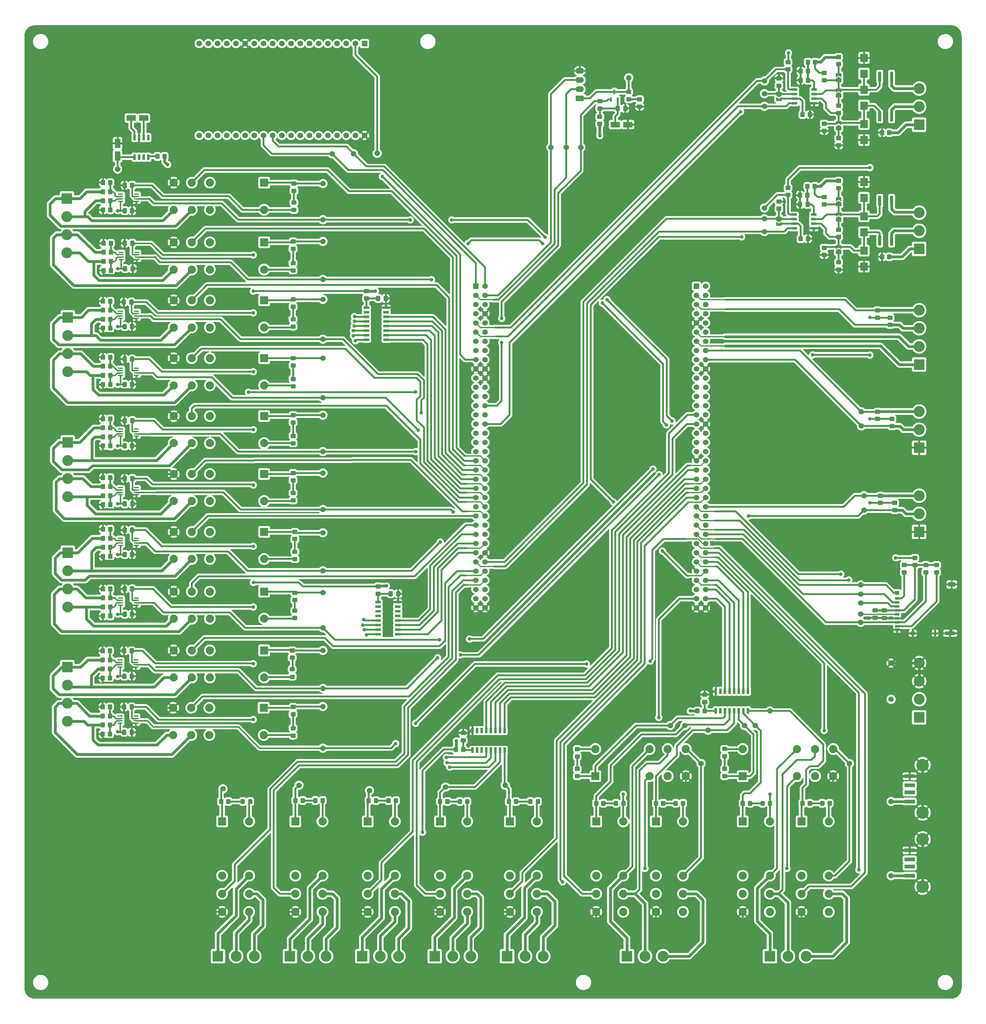
<source format=gbr>
%TF.GenerationSoftware,KiCad,Pcbnew,6.0.10-86aedd382b~118~ubuntu18.04.1*%
%TF.CreationDate,2024-06-09T22:46:35-03:00*%
%TF.ProjectId,salt,73616c74-2e6b-4696-9361-645f70636258,1.5*%
%TF.SameCoordinates,Original*%
%TF.FileFunction,Copper,L1,Top*%
%TF.FilePolarity,Positive*%
%FSLAX46Y46*%
G04 Gerber Fmt 4.6, Leading zero omitted, Abs format (unit mm)*
G04 Created by KiCad (PCBNEW 6.0.10-86aedd382b~118~ubuntu18.04.1) date 2024-06-09 22:46:35*
%MOMM*%
%LPD*%
G01*
G04 APERTURE LIST*
G04 Aperture macros list*
%AMRoundRect*
0 Rectangle with rounded corners*
0 $1 Rounding radius*
0 $2 $3 $4 $5 $6 $7 $8 $9 X,Y pos of 4 corners*
0 Add a 4 corners polygon primitive as box body*
4,1,4,$2,$3,$4,$5,$6,$7,$8,$9,$2,$3,0*
0 Add four circle primitives for the rounded corners*
1,1,$1+$1,$2,$3*
1,1,$1+$1,$4,$5*
1,1,$1+$1,$6,$7*
1,1,$1+$1,$8,$9*
0 Add four rect primitives between the rounded corners*
20,1,$1+$1,$2,$3,$4,$5,0*
20,1,$1+$1,$4,$5,$6,$7,0*
20,1,$1+$1,$6,$7,$8,$9,0*
20,1,$1+$1,$8,$9,$2,$3,0*%
%AMFreePoly0*
4,1,6,1.000000,0.000000,0.500000,-0.750000,-0.500000,-0.750000,-0.500000,0.750000,0.500000,0.750000,1.000000,0.000000,1.000000,0.000000,$1*%
%AMFreePoly1*
4,1,6,0.500000,-0.750000,-0.650000,-0.750000,-0.150000,0.000000,-0.650000,0.750000,0.500000,0.750000,0.500000,-0.750000,0.500000,-0.750000,$1*%
G04 Aperture macros list end*
%TA.AperFunction,ComponentPad*%
%ADD10C,1.530000*%
%TD*%
%TA.AperFunction,SMDPad,CuDef*%
%ADD11RoundRect,0.250000X-0.450000X0.350000X-0.450000X-0.350000X0.450000X-0.350000X0.450000X0.350000X0*%
%TD*%
%TA.AperFunction,ComponentPad*%
%ADD12R,2.250000X2.250000*%
%TD*%
%TA.AperFunction,ComponentPad*%
%ADD13C,2.250000*%
%TD*%
%TA.AperFunction,SMDPad,CuDef*%
%ADD14RoundRect,0.250000X-0.350000X-0.450000X0.350000X-0.450000X0.350000X0.450000X-0.350000X0.450000X0*%
%TD*%
%TA.AperFunction,SMDPad,CuDef*%
%ADD15R,0.880000X2.810000*%
%TD*%
%TA.AperFunction,SMDPad,CuDef*%
%ADD16RoundRect,0.250000X-0.450000X0.325000X-0.450000X-0.325000X0.450000X-0.325000X0.450000X0.325000X0*%
%TD*%
%TA.AperFunction,SMDPad,CuDef*%
%ADD17RoundRect,0.250000X0.350000X0.450000X-0.350000X0.450000X-0.350000X-0.450000X0.350000X-0.450000X0*%
%TD*%
%TA.AperFunction,ComponentPad*%
%ADD18R,3.000000X3.000000*%
%TD*%
%TA.AperFunction,ComponentPad*%
%ADD19C,3.000000*%
%TD*%
%TA.AperFunction,SMDPad,CuDef*%
%ADD20RoundRect,0.250000X0.450000X-0.350000X0.450000X0.350000X-0.450000X0.350000X-0.450000X-0.350000X0*%
%TD*%
%TA.AperFunction,SMDPad,CuDef*%
%ADD21R,2.500000X1.600000*%
%TD*%
%TA.AperFunction,SMDPad,CuDef*%
%ADD22RoundRect,0.250000X-0.325000X-0.450000X0.325000X-0.450000X0.325000X0.450000X-0.325000X0.450000X0*%
%TD*%
%TA.AperFunction,SMDPad,CuDef*%
%ADD23R,1.450000X0.450000*%
%TD*%
%TA.AperFunction,SMDPad,CuDef*%
%ADD24RoundRect,0.250000X-0.337500X-0.475000X0.337500X-0.475000X0.337500X0.475000X-0.337500X0.475000X0*%
%TD*%
%TA.AperFunction,SMDPad,CuDef*%
%ADD25R,1.525000X0.650000*%
%TD*%
%TA.AperFunction,SMDPad,CuDef*%
%ADD26FreePoly0,90.000000*%
%TD*%
%TA.AperFunction,SMDPad,CuDef*%
%ADD27FreePoly1,90.000000*%
%TD*%
%TA.AperFunction,SMDPad,CuDef*%
%ADD28RoundRect,0.250000X0.337500X0.475000X-0.337500X0.475000X-0.337500X-0.475000X0.337500X-0.475000X0*%
%TD*%
%TA.AperFunction,SMDPad,CuDef*%
%ADD29R,1.200000X0.700000*%
%TD*%
%TA.AperFunction,SMDPad,CuDef*%
%ADD30R,1.200000X1.000000*%
%TD*%
%TA.AperFunction,SMDPad,CuDef*%
%ADD31R,0.800000X1.000000*%
%TD*%
%TA.AperFunction,SMDPad,CuDef*%
%ADD32R,2.800000X1.000000*%
%TD*%
%TA.AperFunction,SMDPad,CuDef*%
%ADD33R,1.900000X1.300000*%
%TD*%
%TA.AperFunction,SMDPad,CuDef*%
%ADD34R,2.150000X2.250000*%
%TD*%
%TA.AperFunction,SMDPad,CuDef*%
%ADD35R,1.600000X2.500000*%
%TD*%
%TA.AperFunction,SMDPad,CuDef*%
%ADD36R,2.880000X1.120000*%
%TD*%
%TA.AperFunction,ComponentPad*%
%ADD37C,3.450000*%
%TD*%
%TA.AperFunction,SMDPad,CuDef*%
%ADD38RoundRect,0.250000X0.475000X-0.337500X0.475000X0.337500X-0.475000X0.337500X-0.475000X-0.337500X0*%
%TD*%
%TA.AperFunction,SMDPad,CuDef*%
%ADD39R,0.600000X1.300000*%
%TD*%
%TA.AperFunction,SMDPad,CuDef*%
%ADD40R,1.528000X0.650000*%
%TD*%
%TA.AperFunction,SMDPad,CuDef*%
%ADD41RoundRect,0.250000X0.450000X-0.325000X0.450000X0.325000X-0.450000X0.325000X-0.450000X-0.325000X0*%
%TD*%
%TA.AperFunction,SMDPad,CuDef*%
%ADD42RoundRect,0.250000X-0.475000X0.337500X-0.475000X-0.337500X0.475000X-0.337500X0.475000X0.337500X0*%
%TD*%
%TA.AperFunction,SMDPad,CuDef*%
%ADD43FreePoly0,270.000000*%
%TD*%
%TA.AperFunction,SMDPad,CuDef*%
%ADD44FreePoly1,270.000000*%
%TD*%
%TA.AperFunction,SMDPad,CuDef*%
%ADD45R,0.650000X1.525000*%
%TD*%
%TA.AperFunction,SMDPad,CuDef*%
%ADD46R,0.650000X1.528000*%
%TD*%
%TA.AperFunction,ComponentPad*%
%ADD47R,1.560000X1.560000*%
%TD*%
%TA.AperFunction,ComponentPad*%
%ADD48C,1.560000*%
%TD*%
%TA.AperFunction,ComponentPad*%
%ADD49R,1.530000X1.530000*%
%TD*%
%TA.AperFunction,ComponentPad*%
%ADD50R,2.300000X1.600000*%
%TD*%
%TA.AperFunction,ComponentPad*%
%ADD51O,2.300000X1.600000*%
%TD*%
%TA.AperFunction,ViaPad*%
%ADD52C,1.000000*%
%TD*%
%TA.AperFunction,Conductor*%
%ADD53C,0.500000*%
%TD*%
%TA.AperFunction,Conductor*%
%ADD54C,0.800000*%
%TD*%
%TA.AperFunction,Conductor*%
%ADD55C,0.400000*%
%TD*%
%TA.AperFunction,Conductor*%
%ADD56C,0.300000*%
%TD*%
G04 APERTURE END LIST*
D10*
%TO.P,TP57,1,1*%
%TO.N,/ADC3_14*%
X118500000Y-99250000D03*
%TD*%
D11*
%TO.P,R19,1*%
%TO.N,Net-(JP7-Pad1)*%
X261000000Y-51250000D03*
%TO.P,R19,2*%
%TO.N,Net-(D5-Pad1)*%
X261000000Y-53250000D03*
%TD*%
%TO.P,R2,1*%
%TO.N,/I2C1_SCL*%
X271750000Y-107800000D03*
%TO.P,R2,2*%
%TO.N,+3V3*%
X271750000Y-109800000D03*
%TD*%
D12*
%TO.P,K3,1,COIL_1*%
%TO.N,/se\u00F1ales_criticas/CT_C_PW*%
X250750000Y-249000000D03*
D13*
%TO.P,K3,2,NC_1*%
%TO.N,+3V3*%
X250750000Y-264000000D03*
%TO.P,K3,3,COM_1*%
%TO.N,/CT_M*%
X250750000Y-269000000D03*
%TO.P,K3,4,NO_1*%
%TO.N,GND*%
X250750000Y-274000000D03*
%TO.P,K3,5,NO_2*%
%TO.N,unconnected-(K3-Pad5)*%
X258250000Y-274000000D03*
%TO.P,K3,6,COM_2*%
%TO.N,/se\u00F1ales_criticas/CT_ACT*%
X258250000Y-269000000D03*
%TO.P,K3,7,NC_2*%
%TO.N,/se\u00F1ales_criticas/CT_EN*%
X258250000Y-264000000D03*
%TO.P,K3,8,COIL_2*%
%TO.N,+5V*%
X258250000Y-249000000D03*
%TD*%
D14*
%TO.P,R93,1*%
%TO.N,GND*%
X57875000Y-89250000D03*
%TO.P,R93,2*%
%TO.N,Net-(IC13-Pad2)*%
X59875000Y-89250000D03*
%TD*%
D15*
%TO.P,F2,1,1*%
%TO.N,Net-(D2-Pad1)*%
X272365000Y-88500000D03*
%TO.P,F2,2,2*%
%TO.N,Net-(F2-Pad2)*%
X275635000Y-88500000D03*
%TD*%
D11*
%TO.P,R17,1*%
%TO.N,Net-(JP5-Pad1)*%
X261000000Y-94500000D03*
%TO.P,R17,2*%
%TO.N,GND*%
X261000000Y-96500000D03*
%TD*%
D16*
%TO.P,D14,1,K*%
%TO.N,Net-(D14-Pad1)*%
X110750000Y-190795000D03*
%TO.P,D14,2,A*%
%TO.N,+5V*%
X110750000Y-192845000D03*
%TD*%
D17*
%TO.P,R76,1*%
%TO.N,Net-(IC9-Pad3)*%
X59750000Y-80000000D03*
%TO.P,R76,2*%
%TO.N,GND*%
X57750000Y-80000000D03*
%TD*%
D10*
%TO.P,TP32,1,1*%
%TO.N,/sis_bypass/SIS_2_CT_BP_PW*%
X118500000Y-121000000D03*
%TD*%
D18*
%TO.P,J3,1,1*%
%TO.N,+5V*%
X283250000Y-220250000D03*
D19*
%TO.P,J3,2,2*%
X283250000Y-215250000D03*
%TO.P,J3,3,3*%
%TO.N,GND*%
X283250000Y-210250000D03*
%TO.P,J3,4,4*%
X283250000Y-205250000D03*
%TD*%
D20*
%TO.P,R37,1*%
%TO.N,Net-(D14-Pad1)*%
X110750000Y-187820000D03*
%TO.P,R37,2*%
%TO.N,/sis_bypass/SIS_4_CT_BP_PW*%
X110750000Y-185820000D03*
%TD*%
D14*
%TO.P,R7,1*%
%TO.N,Net-(JP1-Pad2)*%
X250500000Y-88000000D03*
%TO.P,R7,2*%
%TO.N,GND*%
X252500000Y-88000000D03*
%TD*%
%TO.P,R73,1*%
%TO.N,/-SIS_3_FE*%
X57750000Y-140250000D03*
%TO.P,R73,2*%
%TO.N,Net-(IC11-Pad2)*%
X59750000Y-140250000D03*
%TD*%
D21*
%TO.P,C5,1*%
%TO.N,Net-(C5-Pad1)*%
X199250000Y-56477064D03*
%TO.P,C5,2*%
%TO.N,GND*%
X202750000Y-56477064D03*
%TD*%
D14*
%TO.P,R60,1*%
%TO.N,/-SIS_5_FE*%
X57625000Y-204375000D03*
%TO.P,R60,2*%
%TO.N,Net-(IC6-Pad2)*%
X59625000Y-204375000D03*
%TD*%
D10*
%TO.P,TP44,1,1*%
%TO.N,/registro_eventos/REG_2_PW*%
X152375000Y-239500000D03*
%TD*%
D20*
%TO.P,R3,1*%
%TO.N,/UART8_DIR*%
X244500000Y-79700000D03*
%TO.P,R3,2*%
%TO.N,GND*%
X244500000Y-77700000D03*
%TD*%
D12*
%TO.P,K9,1,COIL_1*%
%TO.N,/sis_bypass/SIS_2_CT_BP_PW*%
X102250000Y-121000000D03*
D13*
%TO.P,K9,2,NC_1*%
%TO.N,+3V3*%
X87250000Y-121000000D03*
%TO.P,K9,3,COM_1*%
%TO.N,/SIS_2_CT_BP_M*%
X82250000Y-121000000D03*
%TO.P,K9,4,NO_1*%
%TO.N,GND*%
X77250000Y-121000000D03*
%TO.P,K9,5,NO_2*%
%TO.N,/+SIS_2_CT*%
X77250000Y-128500000D03*
%TO.P,K9,6,COM_2*%
%TO.N,/-SIS_2_CT*%
X82250000Y-128500000D03*
%TO.P,K9,7,NC_2*%
%TO.N,unconnected-(K9-Pad7)*%
X87250000Y-128500000D03*
%TO.P,K9,8,COIL_2*%
%TO.N,+5V*%
X102250000Y-128500000D03*
%TD*%
D22*
%TO.P,D25,1,K*%
%TO.N,Net-(D25-Pad1)*%
X175850000Y-243500000D03*
%TO.P,D25,2,A*%
%TO.N,+5V*%
X177900000Y-243500000D03*
%TD*%
D20*
%TO.P,R1,1*%
%TO.N,/I2C1_SDA*%
X275200000Y-111800000D03*
%TO.P,R1,2*%
%TO.N,+3V3*%
X275200000Y-109800000D03*
%TD*%
D10*
%TO.P,TP42,1,1*%
%TO.N,/SPI4_CS*%
X267088000Y-186175000D03*
%TD*%
D23*
%TO.P,IC11,1,RG_1*%
%TO.N,unconnected-(IC11-Pad1)*%
X62550000Y-140600000D03*
%TO.P,IC11,2,-IN*%
%TO.N,Net-(IC11-Pad2)*%
X62550000Y-141250000D03*
%TO.P,IC11,3,+IN*%
%TO.N,Net-(IC11-Pad3)*%
X62550000Y-141900000D03*
%TO.P,IC11,4,-VS*%
%TO.N,/medicion_sis/-5V*%
X62550000Y-142550000D03*
%TO.P,IC11,5,REF*%
%TO.N,GND*%
X66950000Y-142550000D03*
%TO.P,IC11,6,OUT*%
%TO.N,/ADC3_13*%
X66950000Y-141900000D03*
%TO.P,IC11,7,+VS*%
%TO.N,+5V*%
X66950000Y-141250000D03*
%TO.P,IC11,8,RG_2*%
%TO.N,unconnected-(IC11-Pad8)*%
X66950000Y-140600000D03*
%TD*%
D10*
%TO.P,TP22,1,1*%
%TO.N,/se\u00F1ales_criticas/CT_DES_1_PW*%
X235000000Y-222500000D03*
%TD*%
D20*
%TO.P,R23,1*%
%TO.N,Net-(C5-Pad1)*%
X195000000Y-51977064D03*
%TO.P,R23,2*%
%TO.N,/GPS_PW_ON*%
X195000000Y-49977064D03*
%TD*%
D24*
%TO.P,C9,1*%
%TO.N,Net-(C9-Pad1)*%
X137212500Y-186086000D03*
%TO.P,C9,2*%
%TO.N,GND*%
X139287500Y-186086000D03*
%TD*%
D16*
%TO.P,D20,1,K*%
%TO.N,Net-(D20-Pad1)*%
X110250000Y-110225000D03*
%TO.P,D20,2,A*%
%TO.N,+5V*%
X110250000Y-112275000D03*
%TD*%
D25*
%TO.P,IC4,1,IN1*%
%TO.N,/SIS_5_CT_BP_C*%
X139167000Y-197311000D03*
%TO.P,IC4,2,IN2*%
%TO.N,/SIS_5_FE_BP_C*%
X139167000Y-196041000D03*
%TO.P,IC4,3,IN3*%
%TO.N,/SIS_4_CT_BP_C*%
X139167000Y-194771000D03*
%TO.P,IC4,4,IN4*%
%TO.N,/SIS_4_FE_BP_C*%
X139167000Y-193501000D03*
%TO.P,IC4,5,IN5*%
%TO.N,unconnected-(IC4-Pad5)*%
X139167000Y-192231000D03*
%TO.P,IC4,6,IN6*%
%TO.N,unconnected-(IC4-Pad6)*%
X139167000Y-190961000D03*
%TO.P,IC4,7,IN7*%
%TO.N,unconnected-(IC4-Pad7)*%
X139167000Y-189691000D03*
%TO.P,IC4,8,GND*%
%TO.N,GND*%
X139167000Y-188421000D03*
%TO.P,IC4,9,COM*%
%TO.N,Net-(C9-Pad1)*%
X133743000Y-188421000D03*
%TO.P,IC4,10,OUT7*%
%TO.N,unconnected-(IC4-Pad10)*%
X133743000Y-189691000D03*
%TO.P,IC4,11,OUT6*%
%TO.N,unconnected-(IC4-Pad11)*%
X133743000Y-190961000D03*
%TO.P,IC4,12,OUT5*%
%TO.N,unconnected-(IC4-Pad12)*%
X133743000Y-192231000D03*
%TO.P,IC4,13,OUT4*%
%TO.N,/sis_bypass/SIS_4_FE_BP_PW*%
X133743000Y-193501000D03*
%TO.P,IC4,14,OUT3*%
%TO.N,/sis_bypass/SIS_4_CT_BP_PW*%
X133743000Y-194771000D03*
%TO.P,IC4,15,OUT2*%
%TO.N,/sis_bypass/SIS_5_FE_BP_PW*%
X133743000Y-196041000D03*
%TO.P,IC4,16,OUT1*%
%TO.N,/sis_bypass/SIS_5_CT_BP_PW*%
X133743000Y-197311000D03*
%TD*%
D17*
%TO.P,R82,1*%
%TO.N,Net-(IC12-Pad3)*%
X59750000Y-175750000D03*
%TO.P,R82,2*%
%TO.N,GND*%
X57750000Y-175750000D03*
%TD*%
D26*
%TO.P,JP4,1,A*%
%TO.N,Net-(JP4-Pad1)*%
X261000000Y-82725000D03*
D27*
%TO.P,JP4,2,B*%
%TO.N,Net-(D1-Pad1)*%
X261000000Y-81275000D03*
%TD*%
D17*
%TO.P,R92,1*%
%TO.N,Net-(IC13-Pad3)*%
X59875000Y-96750000D03*
%TO.P,R92,2*%
%TO.N,GND*%
X57875000Y-96750000D03*
%TD*%
D14*
%TO.P,R83,1*%
%TO.N,GND*%
X57750000Y-168250000D03*
%TO.P,R83,2*%
%TO.N,Net-(IC12-Pad2)*%
X59750000Y-168250000D03*
%TD*%
D10*
%TO.P,TP50,1,1*%
%TO.N,/ADC3_8*%
X118500000Y-212250000D03*
%TD*%
D28*
%TO.P,C30,1*%
%TO.N,GND*%
X65787500Y-191750000D03*
%TO.P,C30,2*%
%TO.N,/medicion_sis/-5V*%
X63712500Y-191750000D03*
%TD*%
D14*
%TO.P,R99,1*%
%TO.N,GND*%
X57750000Y-184750000D03*
%TO.P,R99,2*%
%TO.N,Net-(IC16-Pad2)*%
X59750000Y-184750000D03*
%TD*%
D28*
%TO.P,C2,1*%
%TO.N,Net-(C2-Pad1)*%
X252537500Y-41700000D03*
%TO.P,C2,2*%
%TO.N,GND*%
X250462500Y-41700000D03*
%TD*%
D24*
%TO.P,C6,1*%
%TO.N,Net-(C5-Pad1)*%
X199962500Y-51977064D03*
%TO.P,C6,2*%
%TO.N,GND*%
X202037500Y-51977064D03*
%TD*%
D28*
%TO.P,C29,1*%
%TO.N,+5V*%
X65787500Y-184750000D03*
%TO.P,C29,2*%
%TO.N,GND*%
X63712500Y-184750000D03*
%TD*%
D10*
%TO.P,TP45,1,1*%
%TO.N,/registro_eventos/REG_1_PW*%
X168875000Y-239000000D03*
%TD*%
D18*
%TO.P,J12,1,1*%
%TO.N,GND*%
X283250000Y-169000000D03*
D19*
%TO.P,J12,2,2*%
%TO.N,/ON_SW_MAL_2*%
X283250000Y-164000000D03*
%TO.P,J12,3,3*%
%TO.N,/ON_SW_MAL_1*%
X283250000Y-159000000D03*
%TD*%
D22*
%TO.P,D24,1,K*%
%TO.N,Net-(D24-Pad1)*%
X156325000Y-243500000D03*
%TO.P,D24,2,A*%
%TO.N,+5V*%
X158375000Y-243500000D03*
%TD*%
D18*
%TO.P,J8,1,1*%
%TO.N,Net-(J8-Pad1)*%
X283250000Y-90800000D03*
D19*
%TO.P,J8,2,2*%
%TO.N,Net-(F2-Pad2)*%
X283250000Y-85800000D03*
%TO.P,J8,3,3*%
%TO.N,Net-(F1-Pad2)*%
X283250000Y-80800000D03*
%TD*%
D10*
%TO.P,TP29,1,1*%
%TO.N,/se\u00F1ales_criticas/FE_EN*%
X223000000Y-233000000D03*
%TD*%
%TO.P,TP23,1,1*%
%TO.N,/se\u00F1ales_criticas/CT_DES_2_PW*%
X238000000Y-222500000D03*
%TD*%
D11*
%TO.P,R50,1*%
%TO.N,Net-(C10-Pad1)*%
X279088000Y-178175000D03*
%TO.P,R50,2*%
%TO.N,Net-(J21-Pad1)*%
X279088000Y-180175000D03*
%TD*%
D29*
%TO.P,J21,1,DAT2*%
%TO.N,Net-(J21-Pad1)*%
X277176000Y-187400000D03*
%TO.P,J21,2,CD/DAT3*%
%TO.N,/SPI4_CS*%
X277176000Y-188500000D03*
%TO.P,J21,3,CMD*%
%TO.N,/SPI4_MOSI*%
X277176000Y-189600000D03*
%TO.P,J21,4,VDD*%
%TO.N,Net-(C10-Pad1)*%
X277176000Y-190700000D03*
%TO.P,J21,5,CLK*%
%TO.N,/SPI4_CSK*%
X277176000Y-191800000D03*
%TO.P,J21,6,VSS*%
%TO.N,GND*%
X277176000Y-192900000D03*
%TO.P,J21,7,DAT0*%
%TO.N,/SPI4_MISO*%
X277176000Y-194000000D03*
%TO.P,J21,8,DAT1*%
%TO.N,Net-(J21-Pad8)*%
X277176000Y-195100000D03*
D30*
%TO.P,J21,MP1,MP1*%
%TO.N,/SD_CD*%
X277176000Y-185850000D03*
D29*
%TO.P,J21,MP2,MP2*%
%TO.N,GND*%
X277176000Y-196050000D03*
D30*
%TO.P,J21,MP3,MP3*%
X281476000Y-197000000D03*
D31*
%TO.P,J21,MP4,MP4*%
X287675000Y-197000000D03*
D32*
%TO.P,J21,MP5,MP5*%
X291825000Y-197000000D03*
D33*
%TO.P,J21,MP6,MP6*%
X292276000Y-183500000D03*
%TD*%
D23*
%TO.P,IC12,1,RG_1*%
%TO.N,unconnected-(IC12-Pad1)*%
X62550000Y-170775000D03*
%TO.P,IC12,2,-IN*%
%TO.N,Net-(IC12-Pad2)*%
X62550000Y-171425000D03*
%TO.P,IC12,3,+IN*%
%TO.N,Net-(IC12-Pad3)*%
X62550000Y-172075000D03*
%TO.P,IC12,4,-VS*%
%TO.N,/medicion_sis/-5V*%
X62550000Y-172725000D03*
%TO.P,IC12,5,REF*%
%TO.N,GND*%
X66950000Y-172725000D03*
%TO.P,IC12,6,OUT*%
%TO.N,/ADC3_7*%
X66950000Y-172075000D03*
%TO.P,IC12,7,+VS*%
%TO.N,+5V*%
X66950000Y-171425000D03*
%TO.P,IC12,8,RG_2*%
%TO.N,unconnected-(IC12-Pad8)*%
X66950000Y-170775000D03*
%TD*%
D17*
%TO.P,R53,1*%
%TO.N,Net-(D25-Pad1)*%
X171875000Y-243500000D03*
%TO.P,R53,2*%
%TO.N,/registro_eventos/REG_1_PW*%
X169875000Y-243500000D03*
%TD*%
D14*
%TO.P,R70,1*%
%TO.N,/+SIS_2_FE*%
X57750000Y-110250000D03*
%TO.P,R70,2*%
%TO.N,Net-(IC10-Pad3)*%
X59750000Y-110250000D03*
%TD*%
D20*
%TO.P,R39,1*%
%TO.N,Net-(D16-Pad1)*%
X110250000Y-123000000D03*
%TO.P,R39,2*%
%TO.N,/sis_bypass/SIS_2_CT_BP_PW*%
X110250000Y-121000000D03*
%TD*%
D10*
%TO.P,TP34,1,1*%
%TO.N,/sis_bypass/SIS_5_CT_BP_PW*%
X118500000Y-217250000D03*
%TD*%
D17*
%TO.P,R58,1*%
%TO.N,Net-(C12-Pad1)*%
X157250000Y-229125000D03*
%TO.P,R58,2*%
%TO.N,+5V*%
X155250000Y-229125000D03*
%TD*%
D34*
%TO.P,D6,1,1*%
%TO.N,GND*%
X268000000Y-60700000D03*
%TO.P,D6,2,2*%
%TO.N,Net-(D5-Pad1)*%
X268000000Y-56300000D03*
%TD*%
D12*
%TO.P,K20,1,COIL_1*%
%TO.N,/registro_eventos/ZONA_PW*%
X90625000Y-249000000D03*
D13*
%TO.P,K20,2,NC_1*%
%TO.N,+3V3*%
X90625000Y-264000000D03*
%TO.P,K20,3,COM_1*%
%TO.N,/ZONA_M*%
X90625000Y-269000000D03*
%TO.P,K20,4,NO_1*%
%TO.N,GND*%
X90625000Y-274000000D03*
%TO.P,K20,5,NO_2*%
%TO.N,/registro_eventos/ZONA_OUT_NO*%
X98125000Y-274000000D03*
%TO.P,K20,6,COM_2*%
%TO.N,/registro_eventos/ZONA_IN*%
X98125000Y-269000000D03*
%TO.P,K20,7,NC_2*%
%TO.N,/registro_eventos/ZONA_OUT_NC*%
X98125000Y-264000000D03*
%TO.P,K20,8,COIL_2*%
%TO.N,+5V*%
X98125000Y-249000000D03*
%TD*%
D12*
%TO.P,K19,1,COIL_1*%
%TO.N,/registro_eventos/REG_4_PW*%
X110875000Y-249000000D03*
D13*
%TO.P,K19,2,NC_1*%
%TO.N,+3V3*%
X110875000Y-264000000D03*
%TO.P,K19,3,COM_1*%
%TO.N,/REG_4_M*%
X110875000Y-269000000D03*
%TO.P,K19,4,NO_1*%
%TO.N,GND*%
X110875000Y-274000000D03*
%TO.P,K19,5,NO_2*%
%TO.N,/registro_eventos/REG_4_OUT_NO*%
X118375000Y-274000000D03*
%TO.P,K19,6,COM_2*%
%TO.N,/registro_eventos/REG_4_IN*%
X118375000Y-269000000D03*
%TO.P,K19,7,NC_2*%
%TO.N,/registro_eventos/REG_4_OUT_NC*%
X118375000Y-264000000D03*
%TO.P,K19,8,COIL_2*%
%TO.N,+5V*%
X118375000Y-249000000D03*
%TD*%
D28*
%TO.P,C28,1*%
%TO.N,GND*%
X65787500Y-175250000D03*
%TO.P,C28,2*%
%TO.N,/medicion_sis/-5V*%
X63712500Y-175250000D03*
%TD*%
D10*
%TO.P,TP51,1,1*%
%TO.N,/medicion_sis/-5V*%
X61750000Y-68750000D03*
%TD*%
%TO.P,TP58,1,1*%
%TO.N,/ADC3_6*%
X118500000Y-162800000D03*
%TD*%
D17*
%TO.P,R56,1*%
%TO.N,Net-(D27-Pad1)*%
X92350000Y-243500000D03*
%TO.P,R56,2*%
%TO.N,/registro_eventos/ZONA_PW*%
X90350000Y-243500000D03*
%TD*%
D28*
%TO.P,C34,1*%
%TO.N,GND*%
X65662500Y-224375000D03*
%TO.P,C34,2*%
%TO.N,/medicion_sis/-5V*%
X63587500Y-224375000D03*
%TD*%
D35*
%TO.P,C14,1*%
%TO.N,GND*%
X61750000Y-61650000D03*
%TO.P,C14,2*%
%TO.N,/medicion_sis/-5V*%
X61750000Y-65150000D03*
%TD*%
D11*
%TO.P,R54,1*%
%TO.N,Net-(C10-Pad1)*%
X288058000Y-178175000D03*
%TO.P,R54,2*%
%TO.N,Net-(J21-Pad8)*%
X288058000Y-180175000D03*
%TD*%
D15*
%TO.P,F3,1,1*%
%TO.N,Net-(D4-Pad1)*%
X272365000Y-43200000D03*
%TO.P,F3,2,2*%
%TO.N,Net-(F3-Pad2)*%
X275635000Y-43200000D03*
%TD*%
D10*
%TO.P,TP6,1,1*%
%TO.N,/UART8_RX*%
X240500000Y-79500000D03*
%TD*%
D17*
%TO.P,R98,1*%
%TO.N,Net-(IC16-Pad3)*%
X59750000Y-192250000D03*
%TO.P,R98,2*%
%TO.N,GND*%
X57750000Y-192250000D03*
%TD*%
D28*
%TO.P,C4,1*%
%TO.N,Net-(C2-Pad1)*%
X252537500Y-44200000D03*
%TO.P,C4,2*%
%TO.N,GND*%
X250462500Y-44200000D03*
%TD*%
D17*
%TO.P,R80,1*%
%TO.N,Net-(IC11-Pad3)*%
X59750000Y-145250000D03*
%TO.P,R80,2*%
%TO.N,GND*%
X57750000Y-145250000D03*
%TD*%
D28*
%TO.P,C23,1*%
%TO.N,+5V*%
X65825000Y-138250000D03*
%TO.P,C23,2*%
%TO.N,GND*%
X63750000Y-138250000D03*
%TD*%
D10*
%TO.P,TP36,1,1*%
%TO.N,/sis_bypass/SIS_2_FE_BP_PW*%
X118500000Y-104750000D03*
%TD*%
D14*
%TO.P,R85,1*%
%TO.N,/-SIS_1_CT*%
X57875000Y-91750000D03*
%TO.P,R85,2*%
%TO.N,Net-(IC13-Pad2)*%
X59875000Y-91750000D03*
%TD*%
D23*
%TO.P,IC10,1,RG_1*%
%TO.N,unconnected-(IC10-Pad1)*%
X62550000Y-108024999D03*
%TO.P,IC10,2,-IN*%
%TO.N,Net-(IC10-Pad2)*%
X62550000Y-108674999D03*
%TO.P,IC10,3,+IN*%
%TO.N,Net-(IC10-Pad3)*%
X62550000Y-109324999D03*
%TO.P,IC10,4,-VS*%
%TO.N,/medicion_sis/-5V*%
X62550000Y-109974999D03*
%TO.P,IC10,5,REF*%
%TO.N,GND*%
X66950000Y-109974999D03*
%TO.P,IC10,6,OUT*%
%TO.N,/ADC3_12*%
X66950000Y-109324999D03*
%TO.P,IC10,7,+VS*%
%TO.N,+5V*%
X66950000Y-108674999D03*
%TO.P,IC10,8,RG_2*%
%TO.N,unconnected-(IC10-Pad8)*%
X66950000Y-108024999D03*
%TD*%
D11*
%TO.P,R15,1*%
%TO.N,+5V*%
X261000000Y-72000000D03*
%TO.P,R15,2*%
%TO.N,Net-(JP3-Pad2)*%
X261000000Y-74000000D03*
%TD*%
D26*
%TO.P,JP3,1,A*%
%TO.N,Net-(D1-Pad1)*%
X261000000Y-78500000D03*
D27*
%TO.P,JP3,2,B*%
%TO.N,Net-(JP3-Pad2)*%
X261000000Y-77050000D03*
%TD*%
D14*
%TO.P,R63,1*%
%TO.N,Net-(IC7-Pad8)*%
X72750000Y-65250000D03*
%TO.P,R63,2*%
%TO.N,+5V*%
X74750000Y-65250000D03*
%TD*%
D17*
%TO.P,R94,1*%
%TO.N,Net-(IC14-Pad3)*%
X59750000Y-128250000D03*
%TO.P,R94,2*%
%TO.N,GND*%
X57750000Y-128250000D03*
%TD*%
D28*
%TO.P,C3,1*%
%TO.N,Net-(C1-Pad1)*%
X252437500Y-78500000D03*
%TO.P,C3,2*%
%TO.N,GND*%
X250362500Y-78500000D03*
%TD*%
%TO.P,C22,1*%
%TO.N,GND*%
X65787500Y-128250000D03*
%TO.P,C22,2*%
%TO.N,/medicion_sis/-5V*%
X63712500Y-128250000D03*
%TD*%
D16*
%TO.P,D22,1,K*%
%TO.N,Net-(D22-Pad1)*%
X110750000Y-174475000D03*
%TO.P,D22,2,A*%
%TO.N,+5V*%
X110750000Y-176525000D03*
%TD*%
D12*
%TO.P,K10,1,COIL_1*%
%TO.N,/sis_bypass/SIS_1_CT_BP_PW*%
X102250000Y-89000000D03*
D13*
%TO.P,K10,2,NC_1*%
%TO.N,+3V3*%
X87250000Y-89000000D03*
%TO.P,K10,3,COM_1*%
%TO.N,/SIS_1_CT_BP_M*%
X82250000Y-89000000D03*
%TO.P,K10,4,NO_1*%
%TO.N,GND*%
X77250000Y-89000000D03*
%TO.P,K10,5,NO_2*%
%TO.N,/+SIS_1_CT*%
X77250000Y-96500000D03*
%TO.P,K10,6,COM_2*%
%TO.N,/-SIS_1_CT*%
X82250000Y-96500000D03*
%TO.P,K10,7,NC_2*%
%TO.N,unconnected-(K10-Pad7)*%
X87250000Y-96500000D03*
%TO.P,K10,8,COIL_2*%
%TO.N,+5V*%
X102250000Y-96500000D03*
%TD*%
D28*
%TO.P,C18,1*%
%TO.N,GND*%
X65912500Y-96250000D03*
%TO.P,C18,2*%
%TO.N,/medicion_sis/-5V*%
X63837500Y-96250000D03*
%TD*%
D18*
%TO.P,J14,1,1*%
%TO.N,/se\u00F1ales_criticas/FE_OUT*%
X202500000Y-286250000D03*
D19*
%TO.P,J14,2,2*%
%TO.N,/se\u00F1ales_criticas/FE_IN*%
X207500000Y-286250000D03*
%TO.P,J14,3,3*%
%TO.N,/se\u00F1ales_criticas/FE_ACT*%
X212500000Y-286250000D03*
%TD*%
D14*
%TO.P,R87,1*%
%TO.N,/-SIS_2_CT*%
X57750000Y-123250000D03*
%TO.P,R87,2*%
%TO.N,Net-(IC14-Pad2)*%
X59750000Y-123250000D03*
%TD*%
D36*
%TO.P,J11,1,VBUS*%
%TO.N,+5V*%
X280640000Y-264000000D03*
%TO.P,J11,2,D-*%
%TO.N,unconnected-(J11-Pad2)*%
X280640000Y-261500000D03*
%TO.P,J11,3,D+*%
%TO.N,unconnected-(J11-Pad3)*%
X280640000Y-259500000D03*
%TO.P,J11,4,GND*%
%TO.N,GND*%
X280640000Y-257000000D03*
D37*
%TO.P,J11,MH1,MH1*%
X284220000Y-267070000D03*
%TO.P,J11,MH2,MH2*%
X284220000Y-253930000D03*
%TD*%
D16*
%TO.P,D16,1,K*%
%TO.N,Net-(D16-Pad1)*%
X110250000Y-126725000D03*
%TO.P,D16,2,A*%
%TO.N,+5V*%
X110250000Y-128775000D03*
%TD*%
D14*
%TO.P,R95,1*%
%TO.N,GND*%
X57750000Y-120750000D03*
%TO.P,R95,2*%
%TO.N,Net-(IC14-Pad2)*%
X59750000Y-120750000D03*
%TD*%
D10*
%TO.P,TP16,1,1*%
%TO.N,Net-(D7-Pad2)*%
X203000000Y-43500000D03*
%TD*%
D18*
%TO.P,J2,1,1*%
%TO.N,/-SIS_2_FE*%
X48000000Y-109750000D03*
D19*
%TO.P,J2,2,2*%
%TO.N,/+SIS_2_FE*%
X48000000Y-114750000D03*
%TO.P,J2,3,3*%
%TO.N,/-SIS_2_CT*%
X48000000Y-119750000D03*
%TO.P,J2,4,4*%
%TO.N,/+SIS_2_CT*%
X48000000Y-124750000D03*
%TD*%
D28*
%TO.P,C19,1*%
%TO.N,+5V*%
X65575000Y-105500000D03*
%TO.P,C19,2*%
%TO.N,GND*%
X63500000Y-105500000D03*
%TD*%
D34*
%TO.P,D2,1,1*%
%TO.N,Net-(D2-Pad1)*%
X268000000Y-86200000D03*
%TO.P,D2,2,2*%
%TO.N,Net-(D1-Pad1)*%
X268000000Y-81800000D03*
%TD*%
D12*
%TO.P,K18,1,COIL_1*%
%TO.N,/registro_eventos/REG_1_PW*%
X170125000Y-249000000D03*
D13*
%TO.P,K18,2,NC_1*%
%TO.N,+3V3*%
X170125000Y-264000000D03*
%TO.P,K18,3,COM_1*%
%TO.N,/REG_1_M*%
X170125000Y-269000000D03*
%TO.P,K18,4,NO_1*%
%TO.N,GND*%
X170125000Y-274000000D03*
%TO.P,K18,5,NO_2*%
%TO.N,/registro_eventos/REG_1_OUT_NO*%
X177625000Y-274000000D03*
%TO.P,K18,6,COM_2*%
%TO.N,/registro_eventos/REG_1_IN*%
X177625000Y-269000000D03*
%TO.P,K18,7,NC_2*%
%TO.N,/registro_eventos/REG_1_OUT_NC*%
X177625000Y-264000000D03*
%TO.P,K18,8,COIL_2*%
%TO.N,+5V*%
X177625000Y-249000000D03*
%TD*%
D10*
%TO.P,TP12,1,1*%
%TO.N,/UART5_RX*%
X181500000Y-62750000D03*
%TD*%
D20*
%TO.P,R47,1*%
%TO.N,Net-(D23-Pad1)*%
X110000000Y-203750000D03*
%TO.P,R47,2*%
%TO.N,/sis_bypass/SIS_5_FE_BP_PW*%
X110000000Y-201750000D03*
%TD*%
D22*
%TO.P,D13,1,K*%
%TO.N,Net-(D13-Pad1)*%
X215975000Y-244000000D03*
%TO.P,D13,2,A*%
%TO.N,+5V*%
X218025000Y-244000000D03*
%TD*%
D10*
%TO.P,TP1,1,1*%
%TO.N,+5V*%
X275500000Y-215250000D03*
%TD*%
D22*
%TO.P,D12,1,K*%
%TO.N,Net-(D12-Pad1)*%
X199475000Y-244000000D03*
%TO.P,D12,2,A*%
%TO.N,+5V*%
X201525000Y-244000000D03*
%TD*%
D16*
%TO.P,D18,1,K*%
%TO.N,Net-(D18-Pad1)*%
X110250000Y-223250000D03*
%TO.P,D18,2,A*%
%TO.N,+5V*%
X110250000Y-225300000D03*
%TD*%
D18*
%TO.P,J1,1,1*%
%TO.N,/-SIS_1_FE*%
X47750000Y-76875000D03*
D19*
%TO.P,J1,2,2*%
%TO.N,/+SIS_1_FE*%
X47750000Y-81875000D03*
%TO.P,J1,3,3*%
%TO.N,/-SIS_1_CT*%
X47750000Y-86875000D03*
%TO.P,J1,4,4*%
%TO.N,/+SIS_1_CT*%
X47750000Y-91875000D03*
%TD*%
D10*
%TO.P,TP30,1,1*%
%TO.N,/sis_bypass/SIS_4_CT_BP_PW*%
X118500000Y-185750000D03*
%TD*%
D12*
%TO.P,K4,1,COIL_1*%
%TO.N,/se\u00F1ales_criticas/FE_DES_1_PW*%
X193775000Y-236500000D03*
D13*
%TO.P,K4,2,NC_1*%
%TO.N,+3V3*%
X208775000Y-236500000D03*
%TO.P,K4,3,COM_1*%
%TO.N,/FE_EN_1_M*%
X213775000Y-236500000D03*
%TO.P,K4,4,NO_1*%
%TO.N,GND*%
X218775000Y-236500000D03*
%TO.P,K4,5,NO_2*%
%TO.N,/se\u00F1ales_criticas/FE_EN*%
X218775000Y-229000000D03*
%TO.P,K4,6,COM_2*%
%TO.N,/se\u00F1ales_criticas/FE_IN*%
X213775000Y-229000000D03*
%TO.P,K4,7,NC_2*%
%TO.N,/se\u00F1ales_criticas/FE_OUT*%
X208775000Y-229000000D03*
%TO.P,K4,8,COIL_2*%
%TO.N,+5V*%
X193775000Y-229000000D03*
%TD*%
D14*
%TO.P,R89,1*%
%TO.N,/-SIS_3_CT*%
X57750000Y-156500000D03*
%TO.P,R89,2*%
%TO.N,Net-(IC15-Pad2)*%
X59750000Y-156500000D03*
%TD*%
D20*
%TO.P,R27,1*%
%TO.N,/ON_SW_MAL_2*%
X276500000Y-163000000D03*
%TO.P,R27,2*%
%TO.N,+3V3*%
X276500000Y-161000000D03*
%TD*%
D23*
%TO.P,IC8,1,RG_1*%
%TO.N,unconnected-(IC8-Pad1)*%
X62425000Y-219900000D03*
%TO.P,IC8,2,-IN*%
%TO.N,Net-(IC8-Pad2)*%
X62425000Y-220550000D03*
%TO.P,IC8,3,+IN*%
%TO.N,Net-(IC8-Pad3)*%
X62425000Y-221200000D03*
%TO.P,IC8,4,-VS*%
%TO.N,/medicion_sis/-5V*%
X62425000Y-221850000D03*
%TO.P,IC8,5,REF*%
%TO.N,GND*%
X66825000Y-221850000D03*
%TO.P,IC8,6,OUT*%
%TO.N,/ADC3_9*%
X66825000Y-221200000D03*
%TO.P,IC8,7,+VS*%
%TO.N,+5V*%
X66825000Y-220550000D03*
%TO.P,IC8,8,RG_2*%
%TO.N,unconnected-(IC8-Pad8)*%
X66825000Y-219900000D03*
%TD*%
D14*
%TO.P,R72,1*%
%TO.N,/+SIS_3_FE*%
X57750000Y-142750000D03*
%TO.P,R72,2*%
%TO.N,Net-(IC11-Pad3)*%
X59750000Y-142750000D03*
%TD*%
D17*
%TO.P,R32,1*%
%TO.N,Net-(D10-Pad1)*%
X253000000Y-244000000D03*
%TO.P,R32,2*%
%TO.N,/se\u00F1ales_criticas/CT_C_PW*%
X251000000Y-244000000D03*
%TD*%
D20*
%TO.P,R43,1*%
%TO.N,Net-(D19-Pad1)*%
X110250000Y-138750000D03*
%TO.P,R43,2*%
%TO.N,/sis_bypass/SIS_3_FE_BP_PW*%
X110250000Y-136750000D03*
%TD*%
D38*
%TO.P,C7,1*%
%TO.N,Net-(C7-Pad1)*%
X224000000Y-216037500D03*
%TO.P,C7,2*%
%TO.N,GND*%
X224000000Y-213962500D03*
%TD*%
D23*
%TO.P,IC16,1,RG_1*%
%TO.N,unconnected-(IC16-Pad1)*%
X62550000Y-187275000D03*
%TO.P,IC16,2,-IN*%
%TO.N,Net-(IC16-Pad2)*%
X62550000Y-187925000D03*
%TO.P,IC16,3,+IN*%
%TO.N,Net-(IC16-Pad3)*%
X62550000Y-188575000D03*
%TO.P,IC16,4,-VS*%
%TO.N,/medicion_sis/-5V*%
X62550000Y-189225000D03*
%TO.P,IC16,5,REF*%
%TO.N,GND*%
X66950000Y-189225000D03*
%TO.P,IC16,6,OUT*%
%TO.N,/ADC3_3*%
X66950000Y-188575000D03*
%TO.P,IC16,7,+VS*%
%TO.N,+5V*%
X66950000Y-187925000D03*
%TO.P,IC16,8,RG_2*%
%TO.N,unconnected-(IC16-Pad8)*%
X66950000Y-187275000D03*
%TD*%
D18*
%TO.P,J6,1,1*%
%TO.N,/-SIS_5_FE*%
X47875000Y-206375000D03*
D19*
%TO.P,J6,2,2*%
%TO.N,/+SIS_5_FE*%
X47875000Y-211375000D03*
%TO.P,J6,3,3*%
%TO.N,/-SIS_5_CT*%
X47875000Y-216375000D03*
%TO.P,J6,4,4*%
%TO.N,/+SIS_5_CT*%
X47875000Y-221375000D03*
%TD*%
D39*
%TO.P,IC1,1,G*%
%TO.N,/GPS_PW_ON*%
X198050000Y-49527064D03*
%TO.P,IC1,2,S*%
%TO.N,Net-(C5-Pad1)*%
X199950000Y-49527064D03*
%TO.P,IC1,3,D*%
%TO.N,Net-(D7-Pad2)*%
X199000000Y-47427064D03*
%TD*%
D10*
%TO.P,TP27,1,1*%
%TO.N,/se\u00F1ales_criticas/FE_C_PW*%
X224900000Y-223800000D03*
%TD*%
%TO.P,TP46,1,1*%
%TO.N,/SD_CD*%
X267088000Y-183675000D03*
%TD*%
D17*
%TO.P,R52,1*%
%TO.N,Net-(D24-Pad1)*%
X152875000Y-243500000D03*
%TO.P,R52,2*%
%TO.N,/registro_eventos/REG_2_PW*%
X150875000Y-243500000D03*
%TD*%
D14*
%TO.P,R71,1*%
%TO.N,/-SIS_2_FE*%
X57750000Y-107750000D03*
%TO.P,R71,2*%
%TO.N,Net-(IC10-Pad2)*%
X59750000Y-107750000D03*
%TD*%
D16*
%TO.P,D21,1,K*%
%TO.N,Net-(D21-Pad1)*%
X110500000Y-77975000D03*
%TO.P,D21,2,A*%
%TO.N,+5V*%
X110500000Y-80025000D03*
%TD*%
D28*
%TO.P,C27,1*%
%TO.N,+5V*%
X65787500Y-168485000D03*
%TO.P,C27,2*%
%TO.N,GND*%
X63712500Y-168485000D03*
%TD*%
D18*
%TO.P,J15,1,1*%
%TO.N,GND*%
X283250000Y-145750000D03*
D19*
%TO.P,J15,2,2*%
%TO.N,/ON_SW_MAT_2*%
X283250000Y-140750000D03*
%TO.P,J15,3,3*%
%TO.N,/ON_SW_MAT_1*%
X283250000Y-135750000D03*
%TD*%
D28*
%TO.P,C21,1*%
%TO.N,+5V*%
X65787500Y-121250000D03*
%TO.P,C21,2*%
%TO.N,GND*%
X63712500Y-121250000D03*
%TD*%
D18*
%TO.P,J13,1,1*%
%TO.N,/se\u00F1ales_criticas/CT_OUT*%
X242000000Y-286250000D03*
D19*
%TO.P,J13,2,2*%
%TO.N,/se\u00F1ales_criticas/CT_IN*%
X247000000Y-286250000D03*
%TO.P,J13,3,3*%
%TO.N,/se\u00F1ales_criticas/CT_ACT*%
X252000000Y-286250000D03*
%TD*%
D10*
%TO.P,TP20,1,1*%
%TO.N,/ON_SW_MAT_1*%
X267250000Y-135800000D03*
%TD*%
D34*
%TO.P,D5,1,1*%
%TO.N,Net-(D5-Pad1)*%
X268000000Y-51200000D03*
%TO.P,D5,2,2*%
%TO.N,Net-(D4-Pad1)*%
X268000000Y-46800000D03*
%TD*%
D40*
%TO.P,U3,1,R*%
%TO.N,/UART7_RX*%
X248789000Y-46795000D03*
%TO.P,U3,2,~{RE}*%
%TO.N,/UART7_DIR*%
X248789000Y-48065000D03*
%TO.P,U3,3,DE*%
%TO.N,Net-(JP2-Pad2)*%
X248789000Y-49335000D03*
%TO.P,U3,4,D*%
%TO.N,/UART7_TX*%
X248789000Y-50605000D03*
%TO.P,U3,5,GND*%
%TO.N,GND*%
X254211000Y-50605000D03*
%TO.P,U3,6,A*%
%TO.N,Net-(D5-Pad1)*%
X254211000Y-49335000D03*
%TO.P,U3,7,B*%
%TO.N,Net-(D4-Pad1)*%
X254211000Y-48065000D03*
%TO.P,U3,8,VCC*%
%TO.N,Net-(C2-Pad1)*%
X254211000Y-46795000D03*
%TD*%
D22*
%TO.P,D26,1,K*%
%TO.N,Net-(D26-Pad1)*%
X116375000Y-243225000D03*
%TO.P,D26,2,A*%
%TO.N,+5V*%
X118425000Y-243225000D03*
%TD*%
D14*
%TO.P,R67,1*%
%TO.N,GND*%
X57625000Y-217375000D03*
%TO.P,R67,2*%
%TO.N,Net-(IC8-Pad2)*%
X59625000Y-217375000D03*
%TD*%
D11*
%TO.P,R18,1*%
%TO.N,+5V*%
X261000000Y-37750000D03*
%TO.P,R18,2*%
%TO.N,Net-(JP6-Pad2)*%
X261000000Y-39750000D03*
%TD*%
D41*
%TO.P,D8,1,K*%
%TO.N,Net-(D8-Pad1)*%
X229500000Y-231025000D03*
%TO.P,D8,2,A*%
%TO.N,+5V*%
X229500000Y-228975000D03*
%TD*%
D28*
%TO.P,C1,1*%
%TO.N,Net-(C1-Pad1)*%
X252387500Y-76000000D03*
%TO.P,C1,2*%
%TO.N,GND*%
X250312500Y-76000000D03*
%TD*%
D15*
%TO.P,F1,1,1*%
%TO.N,Net-(D1-Pad1)*%
X272365000Y-77500000D03*
%TO.P,F1,2,2*%
%TO.N,Net-(F1-Pad2)*%
X275635000Y-77500000D03*
%TD*%
D17*
%TO.P,R36,1*%
%TO.N,Net-(D13-Pad1)*%
X212500000Y-244000000D03*
%TO.P,R36,2*%
%TO.N,/se\u00F1ales_criticas/FE_C_PW*%
X210500000Y-244000000D03*
%TD*%
D11*
%TO.P,R34,1*%
%TO.N,Net-(D11-Pad1)*%
X188775000Y-234500000D03*
%TO.P,R34,2*%
%TO.N,/se\u00F1ales_criticas/FE_DES_1_PW*%
X188775000Y-236500000D03*
%TD*%
D22*
%TO.P,D28,1,K*%
%TO.N,Net-(D28-Pad1)*%
X136625000Y-243250000D03*
%TO.P,D28,2,A*%
%TO.N,+5V*%
X138675000Y-243250000D03*
%TD*%
D10*
%TO.P,TP60,1,1*%
%TO.N,/ADC3_10*%
X118540000Y-131940000D03*
%TD*%
D12*
%TO.P,K11,1,COIL_1*%
%TO.N,/sis_bypass/SIS_5_CT_BP_PW*%
X102125000Y-217625000D03*
D13*
%TO.P,K11,2,NC_1*%
%TO.N,+3V3*%
X87125000Y-217625000D03*
%TO.P,K11,3,COM_1*%
%TO.N,/SIS_5_CT_BP_M*%
X82125000Y-217625000D03*
%TO.P,K11,4,NO_1*%
%TO.N,GND*%
X77125000Y-217625000D03*
%TO.P,K11,5,NO_2*%
%TO.N,/+SIS_5_CT*%
X77125000Y-225125000D03*
%TO.P,K11,6,COM_2*%
%TO.N,/-SIS_5_CT*%
X82125000Y-225125000D03*
%TO.P,K11,7,NC_2*%
%TO.N,unconnected-(K11-Pad7)*%
X87125000Y-225125000D03*
%TO.P,K11,8,COIL_2*%
%TO.N,+5V*%
X102125000Y-225125000D03*
%TD*%
D10*
%TO.P,TP49,1,1*%
%TO.N,/registro_eventos/REG_3_PW*%
X131375000Y-240500000D03*
%TD*%
D36*
%TO.P,J10,1,VBUS*%
%TO.N,+5V*%
X280640000Y-243500000D03*
%TO.P,J10,2,D-*%
%TO.N,unconnected-(J10-Pad2)*%
X280640000Y-241000000D03*
%TO.P,J10,3,D+*%
%TO.N,unconnected-(J10-Pad3)*%
X280640000Y-239000000D03*
%TO.P,J10,4,GND*%
%TO.N,GND*%
X280640000Y-236500000D03*
D37*
%TO.P,J10,MH1,MH1*%
X284220000Y-246570000D03*
%TO.P,J10,MH2,MH2*%
X284220000Y-233430000D03*
%TD*%
D18*
%TO.P,J7,1,1*%
%TO.N,/CHOP_SEL*%
X283250000Y-122750000D03*
D19*
%TO.P,J7,2,2*%
%TO.N,/BUZZER_C*%
X283250000Y-117750000D03*
%TO.P,J7,3,3*%
%TO.N,/I2C1_SDA*%
X283250000Y-112750000D03*
%TO.P,J7,4,4*%
%TO.N,/I2C1_SCL*%
X283250000Y-107750000D03*
%TD*%
D10*
%TO.P,TP31,1,1*%
%TO.N,/sis_bypass/SIS_3_CT_BP_PW*%
X118500000Y-152750000D03*
%TD*%
D22*
%TO.P,D27,1,K*%
%TO.N,Net-(D27-Pad1)*%
X96350000Y-243500000D03*
%TO.P,D27,2,A*%
%TO.N,+5V*%
X98400000Y-243500000D03*
%TD*%
D20*
%TO.P,R25,1*%
%TO.N,GND*%
X206000000Y-51477064D03*
%TO.P,R25,2*%
%TO.N,Net-(D7-Pad1)*%
X206000000Y-49477064D03*
%TD*%
D10*
%TO.P,TP7,1,1*%
%TO.N,/UART7_TX*%
X240500000Y-51400000D03*
%TD*%
D16*
%TO.P,D17,1,K*%
%TO.N,Net-(D17-Pad1)*%
X110250000Y-94725000D03*
%TO.P,D17,2,A*%
%TO.N,+5V*%
X110250000Y-96775000D03*
%TD*%
D23*
%TO.P,IC15,1,RG_1*%
%TO.N,unconnected-(IC15-Pad1)*%
X62550000Y-156775000D03*
%TO.P,IC15,2,-IN*%
%TO.N,Net-(IC15-Pad2)*%
X62550000Y-157425000D03*
%TO.P,IC15,3,+IN*%
%TO.N,Net-(IC15-Pad3)*%
X62550000Y-158075000D03*
%TO.P,IC15,4,-VS*%
%TO.N,/medicion_sis/-5V*%
X62550000Y-158725000D03*
%TO.P,IC15,5,REF*%
%TO.N,GND*%
X66950000Y-158725000D03*
%TO.P,IC15,6,OUT*%
%TO.N,/ADC3_6*%
X66950000Y-158075000D03*
%TO.P,IC15,7,+VS*%
%TO.N,+5V*%
X66950000Y-157425000D03*
%TO.P,IC15,8,RG_2*%
%TO.N,unconnected-(IC15-Pad8)*%
X66950000Y-156775000D03*
%TD*%
D10*
%TO.P,TP25,1,1*%
%TO.N,/se\u00F1ales_criticas/CT_EN*%
X264000000Y-233000000D03*
%TD*%
%TO.P,TP18,1,1*%
%TO.N,/ON_SW_MAL_1*%
X268000000Y-159000000D03*
%TD*%
D26*
%TO.P,JP5,1,A*%
%TO.N,Net-(JP5-Pad1)*%
X261000000Y-91725000D03*
D27*
%TO.P,JP5,2,B*%
%TO.N,Net-(D2-Pad1)*%
X261000000Y-90275000D03*
%TD*%
D10*
%TO.P,TP41,1,1*%
%TO.N,/SPI4_MISO*%
X267088000Y-194000000D03*
%TD*%
D17*
%TO.P,R33,1*%
%TO.N,Net-(C7-Pad1)*%
X224000000Y-218500000D03*
%TO.P,R33,2*%
%TO.N,+5V*%
X222000000Y-218500000D03*
%TD*%
D11*
%TO.P,R16,1*%
%TO.N,Net-(JP4-Pad1)*%
X261000000Y-85500000D03*
%TO.P,R16,2*%
%TO.N,Net-(D2-Pad1)*%
X261000000Y-87500000D03*
%TD*%
D10*
%TO.P,TP26,1,1*%
%TO.N,/se\u00F1ales_criticas/FE_DES_1_PW*%
X214500000Y-222500000D03*
%TD*%
D28*
%TO.P,C16,1*%
%TO.N,GND*%
X65787500Y-80250000D03*
%TO.P,C16,2*%
%TO.N,/medicion_sis/-5V*%
X63712500Y-80250000D03*
%TD*%
D11*
%TO.P,R30,1*%
%TO.N,Net-(D8-Pad1)*%
X229500000Y-234500000D03*
%TO.P,R30,2*%
%TO.N,/se\u00F1ales_criticas/CT_DES_1_PW*%
X229500000Y-236500000D03*
%TD*%
D12*
%TO.P,K15,1,COIL_1*%
%TO.N,/sis_bypass/SIS_4_FE_BP_PW*%
X102250000Y-169000000D03*
D13*
%TO.P,K15,2,NC_1*%
%TO.N,+3V3*%
X87250000Y-169000000D03*
%TO.P,K15,3,COM_1*%
%TO.N,/SIS_4_FE_BP_M*%
X82250000Y-169000000D03*
%TO.P,K15,4,NO_1*%
%TO.N,GND*%
X77250000Y-169000000D03*
%TO.P,K15,5,NO_2*%
%TO.N,/+SIS_4_FE*%
X77250000Y-176500000D03*
%TO.P,K15,6,COM_2*%
%TO.N,/-SIS_4_FE*%
X82250000Y-176500000D03*
%TO.P,K15,7,NC_2*%
%TO.N,unconnected-(K15-Pad7)*%
X87250000Y-176500000D03*
%TO.P,K15,8,COIL_2*%
%TO.N,+5V*%
X102250000Y-176500000D03*
%TD*%
D23*
%TO.P,IC14,1,RG_1*%
%TO.N,unconnected-(IC14-Pad1)*%
X62550000Y-123775000D03*
%TO.P,IC14,2,-IN*%
%TO.N,Net-(IC14-Pad2)*%
X62550000Y-124425000D03*
%TO.P,IC14,3,+IN*%
%TO.N,Net-(IC14-Pad3)*%
X62550000Y-125075000D03*
%TO.P,IC14,4,-VS*%
%TO.N,/medicion_sis/-5V*%
X62550000Y-125725000D03*
%TO.P,IC14,5,REF*%
%TO.N,GND*%
X66950000Y-125725000D03*
%TO.P,IC14,6,OUT*%
%TO.N,/ADC3_10*%
X66950000Y-125075000D03*
%TO.P,IC14,7,+VS*%
%TO.N,+5V*%
X66950000Y-124425000D03*
%TO.P,IC14,8,RG_2*%
%TO.N,unconnected-(IC14-Pad8)*%
X66950000Y-123775000D03*
%TD*%
D14*
%TO.P,R74,1*%
%TO.N,/+SIS_4_FE*%
X57750000Y-173250000D03*
%TO.P,R74,2*%
%TO.N,Net-(IC12-Pad3)*%
X59750000Y-173250000D03*
%TD*%
D20*
%TO.P,R45,1*%
%TO.N,Net-(D21-Pad1)*%
X110500000Y-74750000D03*
%TO.P,R45,2*%
%TO.N,/sis_bypass/SIS_1_FE_BP_PW*%
X110500000Y-72750000D03*
%TD*%
D23*
%TO.P,IC6,1,RG_1*%
%TO.N,unconnected-(IC6-Pad1)*%
X62425000Y-204400000D03*
%TO.P,IC6,2,-IN*%
%TO.N,Net-(IC6-Pad2)*%
X62425000Y-205050000D03*
%TO.P,IC6,3,+IN*%
%TO.N,Net-(IC6-Pad3)*%
X62425000Y-205700000D03*
%TO.P,IC6,4,-VS*%
%TO.N,/medicion_sis/-5V*%
X62425000Y-206350000D03*
%TO.P,IC6,5,REF*%
%TO.N,GND*%
X66825000Y-206350000D03*
%TO.P,IC6,6,OUT*%
%TO.N,/ADC3_8*%
X66825000Y-205700000D03*
%TO.P,IC6,7,+VS*%
%TO.N,+5V*%
X66825000Y-205050000D03*
%TO.P,IC6,8,RG_2*%
%TO.N,unconnected-(IC6-Pad8)*%
X66825000Y-204400000D03*
%TD*%
D14*
%TO.P,R75,1*%
%TO.N,/-SIS_4_FE*%
X57750000Y-170750000D03*
%TO.P,R75,2*%
%TO.N,Net-(IC12-Pad2)*%
X59750000Y-170750000D03*
%TD*%
D42*
%TO.P,C11,1*%
%TO.N,Net-(C10-Pad1)*%
X273588000Y-190712500D03*
%TO.P,C11,2*%
%TO.N,GND*%
X273588000Y-192787500D03*
%TD*%
D17*
%TO.P,R35,1*%
%TO.N,Net-(D12-Pad1)*%
X196000000Y-244000000D03*
%TO.P,R35,2*%
%TO.N,/se\u00F1ales_criticas/FE_DES_2_PW*%
X194000000Y-244000000D03*
%TD*%
D12*
%TO.P,K14,1,COIL_1*%
%TO.N,/sis_bypass/SIS_1_FE_BP_PW*%
X102250000Y-72500000D03*
D13*
%TO.P,K14,2,NC_1*%
%TO.N,+3V3*%
X87250000Y-72500000D03*
%TO.P,K14,3,COM_1*%
%TO.N,/SIS_1_FE_BP_M*%
X82250000Y-72500000D03*
%TO.P,K14,4,NO_1*%
%TO.N,GND*%
X77250000Y-72500000D03*
%TO.P,K14,5,NO_2*%
%TO.N,/+SIS_1_FE*%
X77250000Y-80000000D03*
%TO.P,K14,6,COM_2*%
%TO.N,/-SIS_1_FE*%
X82250000Y-80000000D03*
%TO.P,K14,7,NC_2*%
%TO.N,unconnected-(K14-Pad7)*%
X87250000Y-80000000D03*
%TO.P,K14,8,COIL_2*%
%TO.N,+5V*%
X102250000Y-80000000D03*
%TD*%
D16*
%TO.P,D15,1,K*%
%TO.N,Net-(D15-Pad1)*%
X110250000Y-158250000D03*
%TO.P,D15,2,A*%
%TO.N,+5V*%
X110250000Y-160300000D03*
%TD*%
D12*
%TO.P,K6,1,COIL_1*%
%TO.N,/se\u00F1ales_criticas/FE_C_PW*%
X210500000Y-249000000D03*
D13*
%TO.P,K6,2,NC_1*%
%TO.N,+3V3*%
X210500000Y-264000000D03*
%TO.P,K6,3,COM_1*%
%TO.N,/FE_M*%
X210500000Y-269000000D03*
%TO.P,K6,4,NO_1*%
%TO.N,GND*%
X210500000Y-274000000D03*
%TO.P,K6,5,NO_2*%
%TO.N,unconnected-(K6-Pad5)*%
X218000000Y-274000000D03*
%TO.P,K6,6,COM_2*%
%TO.N,/se\u00F1ales_criticas/FE_ACT*%
X218000000Y-269000000D03*
%TO.P,K6,7,NC_2*%
%TO.N,/se\u00F1ales_criticas/FE_EN*%
X218000000Y-264000000D03*
%TO.P,K6,8,COIL_2*%
%TO.N,+5V*%
X218000000Y-249000000D03*
%TD*%
D43*
%TO.P,JP2,1,A*%
%TO.N,/UART7_DIR*%
X244500000Y-47975000D03*
D44*
%TO.P,JP2,2,B*%
%TO.N,Net-(JP2-Pad2)*%
X244500000Y-49425000D03*
%TD*%
D26*
%TO.P,JP6,1,A*%
%TO.N,Net-(D4-Pad1)*%
X261000000Y-44200000D03*
D27*
%TO.P,JP6,2,B*%
%TO.N,Net-(JP6-Pad2)*%
X261000000Y-42750000D03*
%TD*%
D28*
%TO.P,C17,1*%
%TO.N,+5V*%
X65837500Y-89250000D03*
%TO.P,C17,2*%
%TO.N,GND*%
X63762500Y-89250000D03*
%TD*%
D10*
%TO.P,TP21,1,1*%
%TO.N,/ON_SW_MAT_2*%
X267300000Y-139700000D03*
%TD*%
D11*
%TO.P,R13,1*%
%TO.N,+5V*%
X257000000Y-42200000D03*
%TO.P,R13,2*%
%TO.N,Net-(D4-Pad1)*%
X257000000Y-44200000D03*
%TD*%
D14*
%TO.P,R86,1*%
%TO.N,/+SIS_2_CT*%
X57750000Y-125750000D03*
%TO.P,R86,2*%
%TO.N,Net-(IC14-Pad3)*%
X59750000Y-125750000D03*
%TD*%
D11*
%TO.P,R11,1*%
%TO.N,+5V*%
X257000000Y-76500000D03*
%TO.P,R11,2*%
%TO.N,Net-(D1-Pad1)*%
X257000000Y-78500000D03*
%TD*%
D14*
%TO.P,R91,1*%
%TO.N,/-SIS_4_CT*%
X57750000Y-187250000D03*
%TO.P,R91,2*%
%TO.N,Net-(IC16-Pad2)*%
X59750000Y-187250000D03*
%TD*%
D17*
%TO.P,R22,1*%
%TO.N,Net-(J9-Pad1)*%
X275000000Y-58700000D03*
%TO.P,R22,2*%
%TO.N,GND*%
X273000000Y-58700000D03*
%TD*%
D42*
%TO.P,C10,1*%
%TO.N,Net-(C10-Pad1)*%
X271088000Y-190675000D03*
%TO.P,C10,2*%
%TO.N,GND*%
X271088000Y-192750000D03*
%TD*%
D18*
%TO.P,J18,1,1*%
%TO.N,/registro_eventos/REG_3_OUT_NC*%
X129375000Y-286250000D03*
D19*
%TO.P,J18,2,2*%
%TO.N,/registro_eventos/REG_3_OUT_NO*%
X134375000Y-286250000D03*
%TO.P,J18,3,3*%
%TO.N,/registro_eventos/REG_3_IN*%
X139375000Y-286250000D03*
%TD*%
D17*
%TO.P,R31,1*%
%TO.N,Net-(D9-Pad1)*%
X236500000Y-244000000D03*
%TO.P,R31,2*%
%TO.N,/se\u00F1ales_criticas/CT_DES_2_PW*%
X234500000Y-244000000D03*
%TD*%
D14*
%TO.P,R69,1*%
%TO.N,/-SIS_1_FE*%
X57750000Y-75000000D03*
%TO.P,R69,2*%
%TO.N,Net-(IC9-Pad2)*%
X59750000Y-75000000D03*
%TD*%
D12*
%TO.P,K17,1,COIL_1*%
%TO.N,/registro_eventos/REG_2_PW*%
X150875000Y-249000000D03*
D13*
%TO.P,K17,2,NC_1*%
%TO.N,+3V3*%
X150875000Y-264000000D03*
%TO.P,K17,3,COM_1*%
%TO.N,/REG_2_M*%
X150875000Y-269000000D03*
%TO.P,K17,4,NO_1*%
%TO.N,GND*%
X150875000Y-274000000D03*
%TO.P,K17,5,NO_2*%
%TO.N,/registro_eventos/REG_2_OUT_NO*%
X158375000Y-274000000D03*
%TO.P,K17,6,COM_2*%
%TO.N,/registro_eventos/REG_2_IN*%
X158375000Y-269000000D03*
%TO.P,K17,7,NC_2*%
%TO.N,/registro_eventos/REG_2_OUT_NC*%
X158375000Y-264000000D03*
%TO.P,K17,8,COIL_2*%
%TO.N,+5V*%
X158375000Y-249000000D03*
%TD*%
D11*
%TO.P,R20,1*%
%TO.N,Net-(JP8-Pad1)*%
X261000000Y-60200000D03*
%TO.P,R20,2*%
%TO.N,GND*%
X261000000Y-62200000D03*
%TD*%
D45*
%TO.P,IC2,1,IN1*%
%TO.N,/CT_C*%
X235945000Y-213038000D03*
%TO.P,IC2,2,IN2*%
%TO.N,/CT_DES_2*%
X234675000Y-213038000D03*
%TO.P,IC2,3,IN3*%
%TO.N,/CT_DES_1*%
X233405000Y-213038000D03*
%TO.P,IC2,4,IN4*%
%TO.N,/FE_C*%
X232135000Y-213038000D03*
%TO.P,IC2,5,IN5*%
%TO.N,/FE_DES_2*%
X230865000Y-213038000D03*
%TO.P,IC2,6,IN6*%
%TO.N,/FE_DES_1*%
X229595000Y-213038000D03*
%TO.P,IC2,7,IN7*%
%TO.N,unconnected-(IC2-Pad7)*%
X228325000Y-213038000D03*
%TO.P,IC2,8,GND*%
%TO.N,GND*%
X227055000Y-213038000D03*
%TO.P,IC2,9,COM*%
%TO.N,Net-(C7-Pad1)*%
X227055000Y-218462000D03*
%TO.P,IC2,10,OUT7*%
%TO.N,unconnected-(IC2-Pad10)*%
X228325000Y-218462000D03*
%TO.P,IC2,11,OUT6*%
%TO.N,/se\u00F1ales_criticas/FE_DES_1_PW*%
X229595000Y-218462000D03*
%TO.P,IC2,12,OUT5*%
%TO.N,/se\u00F1ales_criticas/FE_DES_2_PW*%
X230865000Y-218462000D03*
%TO.P,IC2,13,OUT4*%
%TO.N,/se\u00F1ales_criticas/FE_C_PW*%
X232135000Y-218462000D03*
%TO.P,IC2,14,OUT3*%
%TO.N,/se\u00F1ales_criticas/CT_DES_1_PW*%
X233405000Y-218462000D03*
%TO.P,IC2,15,OUT2*%
%TO.N,/se\u00F1ales_criticas/CT_DES_2_PW*%
X234675000Y-218462000D03*
%TO.P,IC2,16,OUT1*%
%TO.N,/se\u00F1ales_criticas/CT_C_PW*%
X235945000Y-218462000D03*
%TD*%
D12*
%TO.P,K12,1,COIL_1*%
%TO.N,/sis_bypass/SIS_3_FE_BP_PW*%
X102250000Y-137000000D03*
D13*
%TO.P,K12,2,NC_1*%
%TO.N,+3V3*%
X87250000Y-137000000D03*
%TO.P,K12,3,COM_1*%
%TO.N,/SIS_3_FE_BP_M*%
X82250000Y-137000000D03*
%TO.P,K12,4,NO_1*%
%TO.N,GND*%
X77250000Y-137000000D03*
%TO.P,K12,5,NO_2*%
%TO.N,/+SIS_3_FE*%
X77250000Y-144500000D03*
%TO.P,K12,6,COM_2*%
%TO.N,/-SIS_3_FE*%
X82250000Y-144500000D03*
%TO.P,K12,7,NC_2*%
%TO.N,unconnected-(K12-Pad7)*%
X87250000Y-144500000D03*
%TO.P,K12,8,COIL_2*%
%TO.N,+5V*%
X102250000Y-144500000D03*
%TD*%
D11*
%TO.P,R14,1*%
%TO.N,Net-(D5-Pad1)*%
X257000000Y-56200000D03*
%TO.P,R14,2*%
%TO.N,GND*%
X257000000Y-58200000D03*
%TD*%
D17*
%TO.P,R96,1*%
%TO.N,Net-(IC15-Pad3)*%
X59750000Y-161500000D03*
%TO.P,R96,2*%
%TO.N,GND*%
X57750000Y-161500000D03*
%TD*%
D16*
%TO.P,D19,1,K*%
%TO.N,Net-(D19-Pad1)*%
X110250000Y-142475000D03*
%TO.P,D19,2,A*%
%TO.N,+5V*%
X110250000Y-144525000D03*
%TD*%
%TO.P,D23,1,K*%
%TO.N,Net-(D23-Pad1)*%
X110000000Y-206975000D03*
%TO.P,D23,2,A*%
%TO.N,+5V*%
X110000000Y-209025000D03*
%TD*%
D10*
%TO.P,TP9,1,1*%
%TO.N,/UART4_TX*%
X121000000Y-64500000D03*
%TD*%
D12*
%TO.P,K1,1,COIL_1*%
%TO.N,/se\u00F1ales_criticas/CT_DES_1_PW*%
X234500000Y-236500000D03*
D13*
%TO.P,K1,2,NC_1*%
%TO.N,+3V3*%
X249500000Y-236500000D03*
%TO.P,K1,3,COM_1*%
%TO.N,/CT_EN_1_M*%
X254500000Y-236500000D03*
%TO.P,K1,4,NO_1*%
%TO.N,GND*%
X259500000Y-236500000D03*
%TO.P,K1,5,NO_2*%
%TO.N,/se\u00F1ales_criticas/CT_EN*%
X259500000Y-229000000D03*
%TO.P,K1,6,COM_2*%
%TO.N,/se\u00F1ales_criticas/CT_IN*%
X254500000Y-229000000D03*
%TO.P,K1,7,NC_2*%
%TO.N,/se\u00F1ales_criticas/CT_OUT*%
X249500000Y-229000000D03*
%TO.P,K1,8,COIL_2*%
%TO.N,+5V*%
X234500000Y-229000000D03*
%TD*%
D21*
%TO.P,C13,1*%
%TO.N,Net-(C13-Pad1)*%
X69000000Y-54650000D03*
%TO.P,C13,2*%
%TO.N,Net-(C13-Pad2)*%
X65500000Y-54650000D03*
%TD*%
D18*
%TO.P,J19,1,1*%
%TO.N,/registro_eventos/REG_4_OUT_NC*%
X109375000Y-286250000D03*
D19*
%TO.P,J19,2,2*%
%TO.N,/registro_eventos/REG_4_OUT_NO*%
X114375000Y-286250000D03*
%TO.P,J19,3,3*%
%TO.N,/registro_eventos/REG_4_IN*%
X119375000Y-286250000D03*
%TD*%
D20*
%TO.P,R5,1*%
%TO.N,/UART7_DIR*%
X244500000Y-45700000D03*
%TO.P,R5,2*%
%TO.N,GND*%
X244500000Y-43700000D03*
%TD*%
D34*
%TO.P,D4,1,1*%
%TO.N,Net-(D4-Pad1)*%
X268000000Y-42400000D03*
%TO.P,D4,2,2*%
%TO.N,GND*%
X268000000Y-38000000D03*
%TD*%
D20*
%TO.P,R29,1*%
%TO.N,/ON_SW_MAT_2*%
X275750000Y-139800000D03*
%TO.P,R29,2*%
%TO.N,+3V3*%
X275750000Y-137800000D03*
%TD*%
D23*
%TO.P,IC9,1,RG_1*%
%TO.N,unconnected-(IC9-Pad1)*%
X62550000Y-75675000D03*
%TO.P,IC9,2,-IN*%
%TO.N,Net-(IC9-Pad2)*%
X62550000Y-76325000D03*
%TO.P,IC9,3,+IN*%
%TO.N,Net-(IC9-Pad3)*%
X62550000Y-76975000D03*
%TO.P,IC9,4,-VS*%
%TO.N,/medicion_sis/-5V*%
X62550000Y-77625000D03*
%TO.P,IC9,5,REF*%
%TO.N,GND*%
X66950000Y-77625000D03*
%TO.P,IC9,6,OUT*%
%TO.N,/ADC3_15*%
X66950000Y-76975000D03*
%TO.P,IC9,7,+VS*%
%TO.N,+5V*%
X66950000Y-76325000D03*
%TO.P,IC9,8,RG_2*%
%TO.N,unconnected-(IC9-Pad8)*%
X66950000Y-75675000D03*
%TD*%
D10*
%TO.P,TP28,1,1*%
%TO.N,/se\u00F1ales_criticas/FE_DES_2_PW*%
X218500000Y-222500000D03*
%TD*%
D28*
%TO.P,C33,1*%
%TO.N,+5V*%
X65662500Y-217375000D03*
%TO.P,C33,2*%
%TO.N,GND*%
X63587500Y-217375000D03*
%TD*%
D10*
%TO.P,TP56,1,1*%
%TO.N,/ADC3_7*%
X118500000Y-179750000D03*
%TD*%
%TO.P,TP48,1,1*%
%TO.N,/registro_eventos/REG_4_PW*%
X111875000Y-239000000D03*
%TD*%
%TO.P,TP3,1,1*%
%TO.N,/UART8_DIR*%
X240500000Y-82500000D03*
%TD*%
D17*
%TO.P,R66,1*%
%TO.N,Net-(IC8-Pad3)*%
X59625000Y-224875000D03*
%TO.P,R66,2*%
%TO.N,GND*%
X57625000Y-224875000D03*
%TD*%
D28*
%TO.P,C31,1*%
%TO.N,+5V*%
X65662500Y-201875000D03*
%TO.P,C31,2*%
%TO.N,GND*%
X63587500Y-201875000D03*
%TD*%
D10*
%TO.P,TP55,1,1*%
%TO.N,/ADC3_13*%
X118500000Y-146800000D03*
%TD*%
%TO.P,TP37,1,1*%
%TO.N,/sis_bypass/SIS_1_FE_BP_PW*%
X118500000Y-72750000D03*
%TD*%
D41*
%TO.P,D7,1,K*%
%TO.N,Net-(D7-Pad1)*%
X203000000Y-49477064D03*
%TO.P,D7,2,A*%
%TO.N,Net-(D7-Pad2)*%
X203000000Y-47427064D03*
%TD*%
D34*
%TO.P,D1,1,1*%
%TO.N,Net-(D1-Pad1)*%
X268000000Y-76700000D03*
%TO.P,D1,2,2*%
%TO.N,GND*%
X268000000Y-72300000D03*
%TD*%
D28*
%TO.P,C20,1*%
%TO.N,GND*%
X65787500Y-112250000D03*
%TO.P,C20,2*%
%TO.N,/medicion_sis/-5V*%
X63712500Y-112250000D03*
%TD*%
D11*
%TO.P,R28,1*%
%TO.N,/ON_SW_MAT_1*%
X271750000Y-135800000D03*
%TO.P,R28,2*%
%TO.N,+3V3*%
X271750000Y-137800000D03*
%TD*%
D18*
%TO.P,J16,1,1*%
%TO.N,/registro_eventos/REG_1_OUT_NC*%
X169375000Y-286250000D03*
D19*
%TO.P,J16,2,2*%
%TO.N,/registro_eventos/REG_1_OUT_NO*%
X174375000Y-286250000D03*
%TO.P,J16,3,3*%
%TO.N,/registro_eventos/REG_1_IN*%
X179375000Y-286250000D03*
%TD*%
D14*
%TO.P,R64,1*%
%TO.N,/+SIS_5_CT*%
X57625000Y-222375000D03*
%TO.P,R64,2*%
%TO.N,Net-(IC8-Pad3)*%
X59625000Y-222375000D03*
%TD*%
D41*
%TO.P,D11,1,K*%
%TO.N,Net-(D11-Pad1)*%
X188775000Y-231050000D03*
%TO.P,D11,2,A*%
%TO.N,+5V*%
X188775000Y-229000000D03*
%TD*%
D10*
%TO.P,TP10,1,1*%
%TO.N,/UART5_TX*%
X185750000Y-62750000D03*
%TD*%
%TO.P,TP5,1,1*%
%TO.N,/UART7_DIR*%
X240500000Y-47900000D03*
%TD*%
%TO.P,TP24,1,1*%
%TO.N,/se\u00F1ales_criticas/CT_C_PW*%
X242000000Y-218500000D03*
%TD*%
%TO.P,TP35,1,1*%
%TO.N,/sis_bypass/SIS_3_FE_BP_PW*%
X118500000Y-136750000D03*
%TD*%
D14*
%TO.P,R59,1*%
%TO.N,/+SIS_5_FE*%
X57625000Y-206875000D03*
%TO.P,R59,2*%
%TO.N,Net-(IC6-Pad3)*%
X59625000Y-206875000D03*
%TD*%
%TO.P,R65,1*%
%TO.N,/-SIS_5_CT*%
X57625000Y-219875000D03*
%TO.P,R65,2*%
%TO.N,Net-(IC8-Pad2)*%
X59625000Y-219875000D03*
%TD*%
D17*
%TO.P,R9,1*%
%TO.N,+5V*%
X254400000Y-73500000D03*
%TO.P,R9,2*%
%TO.N,Net-(C1-Pad1)*%
X252400000Y-73500000D03*
%TD*%
D10*
%TO.P,TP14,1,1*%
%TO.N,/ESP_EN*%
X133500000Y-64400000D03*
%TD*%
D18*
%TO.P,J5,1,1*%
%TO.N,/-SIS_4_FE*%
X48000000Y-174750000D03*
D19*
%TO.P,J5,2,2*%
%TO.N,/+SIS_4_FE*%
X48000000Y-179750000D03*
%TO.P,J5,3,3*%
%TO.N,/-SIS_4_CT*%
X48000000Y-184750000D03*
%TO.P,J5,4,4*%
%TO.N,/+SIS_4_CT*%
X48000000Y-189750000D03*
%TD*%
D10*
%TO.P,TP47,1,1*%
%TO.N,/registro_eventos/ZONA_PW*%
X90875000Y-240000000D03*
%TD*%
D20*
%TO.P,R46,1*%
%TO.N,Net-(D22-Pad1)*%
X110750000Y-171000000D03*
%TO.P,R46,2*%
%TO.N,/sis_bypass/SIS_4_FE_BP_PW*%
X110750000Y-169000000D03*
%TD*%
D10*
%TO.P,TP19,1,1*%
%TO.N,/ON_SW_MAL_2*%
X268000000Y-163000000D03*
%TD*%
D20*
%TO.P,R40,1*%
%TO.N,Net-(D17-Pad1)*%
X110250000Y-90750000D03*
%TO.P,R40,2*%
%TO.N,/sis_bypass/SIS_1_CT_BP_PW*%
X110250000Y-88750000D03*
%TD*%
D12*
%TO.P,K7,1,COIL_1*%
%TO.N,/sis_bypass/SIS_4_CT_BP_PW*%
X102250000Y-185500000D03*
D13*
%TO.P,K7,2,NC_1*%
%TO.N,+3V3*%
X87250000Y-185500000D03*
%TO.P,K7,3,COM_1*%
%TO.N,/SIS_4_CT_BP_M*%
X82250000Y-185500000D03*
%TO.P,K7,4,NO_1*%
%TO.N,GND*%
X77250000Y-185500000D03*
%TO.P,K7,5,NO_2*%
%TO.N,/+SIS_4_CT*%
X77250000Y-193000000D03*
%TO.P,K7,6,COM_2*%
%TO.N,/-SIS_4_CT*%
X82250000Y-193000000D03*
%TO.P,K7,7,NC_2*%
%TO.N,unconnected-(K7-Pad7)*%
X87250000Y-193000000D03*
%TO.P,K7,8,COIL_2*%
%TO.N,+5V*%
X102250000Y-193000000D03*
%TD*%
D12*
%TO.P,K8,1,COIL_1*%
%TO.N,/sis_bypass/SIS_3_CT_BP_PW*%
X102250000Y-153000000D03*
D13*
%TO.P,K8,2,NC_1*%
%TO.N,+3V3*%
X87250000Y-153000000D03*
%TO.P,K8,3,COM_1*%
%TO.N,/SIS_3_CT_BP_M*%
X82250000Y-153000000D03*
%TO.P,K8,4,NO_1*%
%TO.N,GND*%
X77250000Y-153000000D03*
%TO.P,K8,5,NO_2*%
%TO.N,/+SIS_3_CT*%
X77250000Y-160500000D03*
%TO.P,K8,6,COM_2*%
%TO.N,/-SIS_3_CT*%
X82250000Y-160500000D03*
%TO.P,K8,7,NC_2*%
%TO.N,unconnected-(K8-Pad7)*%
X87250000Y-160500000D03*
%TO.P,K8,8,COIL_2*%
%TO.N,+5V*%
X102250000Y-160500000D03*
%TD*%
D12*
%TO.P,K5,1,COIL_1*%
%TO.N,/se\u00F1ales_criticas/FE_DES_2_PW*%
X194000000Y-249000000D03*
D13*
%TO.P,K5,2,NC_1*%
%TO.N,+3V3*%
X194000000Y-264000000D03*
%TO.P,K5,3,COM_1*%
%TO.N,/FE_EN_2_M*%
X194000000Y-269000000D03*
%TO.P,K5,4,NO_1*%
%TO.N,GND*%
X194000000Y-274000000D03*
%TO.P,K5,5,NO_2*%
%TO.N,unconnected-(K5-Pad5)*%
X201500000Y-274000000D03*
%TO.P,K5,6,COM_2*%
%TO.N,/se\u00F1ales_criticas/FE_IN*%
X201500000Y-269000000D03*
%TO.P,K5,7,NC_2*%
%TO.N,/se\u00F1ales_criticas/FE_OUT*%
X201500000Y-264000000D03*
%TO.P,K5,8,COIL_2*%
%TO.N,+5V*%
X201500000Y-249000000D03*
%TD*%
D40*
%TO.P,U2,1,R*%
%TO.N,/UART8_RX*%
X248689000Y-81322064D03*
%TO.P,U2,2,~{RE}*%
%TO.N,/UART8_DIR*%
X248689000Y-82592064D03*
%TO.P,U2,3,DE*%
%TO.N,Net-(JP1-Pad2)*%
X248689000Y-83862064D03*
%TO.P,U2,4,D*%
%TO.N,/UART8_TX*%
X248689000Y-85132064D03*
%TO.P,U2,5,GND*%
%TO.N,GND*%
X254111000Y-85132064D03*
%TO.P,U2,6,A*%
%TO.N,Net-(D2-Pad1)*%
X254111000Y-83862064D03*
%TO.P,U2,7,B*%
%TO.N,Net-(D1-Pad1)*%
X254111000Y-82592064D03*
%TO.P,U2,8,VCC*%
%TO.N,Net-(C1-Pad1)*%
X254111000Y-81322064D03*
%TD*%
D46*
%TO.P,IC7,1,NC*%
%TO.N,unconnected-(IC7-Pad1)*%
X70255000Y-60039000D03*
%TO.P,IC7,2,CAP+*%
%TO.N,Net-(C13-Pad1)*%
X68985000Y-60039000D03*
%TO.P,IC7,3,GND*%
%TO.N,GND*%
X67715000Y-60039000D03*
%TO.P,IC7,4,CAP-*%
%TO.N,Net-(C13-Pad2)*%
X66445000Y-60039000D03*
%TO.P,IC7,5,VOUT*%
%TO.N,/medicion_sis/-5V*%
X66445000Y-65461000D03*
%TO.P,IC7,6,LV*%
%TO.N,unconnected-(IC7-Pad6)*%
X67715000Y-65461000D03*
%TO.P,IC7,7,OSC*%
%TO.N,unconnected-(IC7-Pad7)*%
X68985000Y-65461000D03*
%TO.P,IC7,8,V+*%
%TO.N,Net-(IC7-Pad8)*%
X70255000Y-65461000D03*
%TD*%
D17*
%TO.P,R10,1*%
%TO.N,+5V*%
X254500000Y-39200000D03*
%TO.P,R10,2*%
%TO.N,Net-(C2-Pad1)*%
X252500000Y-39200000D03*
%TD*%
D14*
%TO.P,R84,1*%
%TO.N,/+SIS_1_CT*%
X57875000Y-94250000D03*
%TO.P,R84,2*%
%TO.N,Net-(IC13-Pad3)*%
X59875000Y-94250000D03*
%TD*%
D47*
%TO.P,U5,J2-1,3V3*%
%TO.N,unconnected-(U5-PadJ2-1)*%
X130010000Y-34072936D03*
D48*
%TO.P,U5,J2-2,EN*%
%TO.N,/ESP_EN*%
X127470000Y-34072936D03*
%TO.P,U5,J2-3,SENSOR_VP*%
%TO.N,unconnected-(U5-PadJ2-3)*%
X124930000Y-34072936D03*
%TO.P,U5,J2-4,SENSOR_VN*%
%TO.N,unconnected-(U5-PadJ2-4)*%
X122390000Y-34072936D03*
%TO.P,U5,J2-5,IO34*%
%TO.N,unconnected-(U5-PadJ2-5)*%
X119850000Y-34072936D03*
%TO.P,U5,J2-6,IO35*%
%TO.N,unconnected-(U5-PadJ2-6)*%
X117310000Y-34072936D03*
%TO.P,U5,J2-7,IO32*%
%TO.N,unconnected-(U5-PadJ2-7)*%
X114770000Y-34072936D03*
%TO.P,U5,J2-8,IO33*%
%TO.N,unconnected-(U5-PadJ2-8)*%
X112230000Y-34072936D03*
%TO.P,U5,J2-9,IO25*%
%TO.N,unconnected-(U5-PadJ2-9)*%
X109690000Y-34072936D03*
%TO.P,U5,J2-10,IO26*%
%TO.N,unconnected-(U5-PadJ2-10)*%
X107150000Y-34072936D03*
%TO.P,U5,J2-11,IO27*%
%TO.N,unconnected-(U5-PadJ2-11)*%
X104610000Y-34072936D03*
%TO.P,U5,J2-12,IO14*%
%TO.N,unconnected-(U5-PadJ2-12)*%
X102070000Y-34072936D03*
%TO.P,U5,J2-13,IO12*%
%TO.N,unconnected-(U5-PadJ2-13)*%
X99530000Y-34072936D03*
%TO.P,U5,J2-14,GND1*%
%TO.N,GND*%
X96990000Y-34072936D03*
%TO.P,U5,J2-15,IO13*%
%TO.N,unconnected-(U5-PadJ2-15)*%
X94450000Y-34072936D03*
%TO.P,U5,J2-16,SD2*%
%TO.N,unconnected-(U5-PadJ2-16)*%
X91910000Y-34072936D03*
%TO.P,U5,J2-17,SD3*%
%TO.N,unconnected-(U5-PadJ2-17)*%
X89370000Y-34072936D03*
%TO.P,U5,J2-18,CMD*%
%TO.N,unconnected-(U5-PadJ2-18)*%
X86830000Y-34072936D03*
%TO.P,U5,J2-19,EXT_5V*%
%TO.N,+5V*%
X84290000Y-34072936D03*
%TO.P,U5,J3-1,GND3*%
%TO.N,GND*%
X130010000Y-59472936D03*
%TO.P,U5,J3-2,IO23*%
%TO.N,unconnected-(U5-PadJ3-2)*%
X127470000Y-59472936D03*
%TO.P,U5,J3-3,IO22*%
%TO.N,unconnected-(U5-PadJ3-3)*%
X124930000Y-59472936D03*
%TO.P,U5,J3-4,TXD0*%
%TO.N,unconnected-(U5-PadJ3-4)*%
X122390000Y-59472936D03*
%TO.P,U5,J3-5,RXD0*%
%TO.N,unconnected-(U5-PadJ3-5)*%
X119850000Y-59472936D03*
%TO.P,U5,J3-6,IO21*%
%TO.N,unconnected-(U5-PadJ3-6)*%
X117310000Y-59472936D03*
%TO.P,U5,J3-7,GND2*%
%TO.N,unconnected-(U5-PadJ3-7)*%
X114770000Y-59472936D03*
%TO.P,U5,J3-8,IO19*%
%TO.N,unconnected-(U5-PadJ3-8)*%
X112230000Y-59472936D03*
%TO.P,U5,J3-9,IO18*%
%TO.N,unconnected-(U5-PadJ3-9)*%
X109690000Y-59472936D03*
%TO.P,U5,J3-10,IO5*%
%TO.N,unconnected-(U5-PadJ3-10)*%
X107150000Y-59472936D03*
%TO.P,U5,J3-11,IO17*%
%TO.N,/UART4_RX*%
X104610000Y-59472936D03*
%TO.P,U5,J3-12,IO16*%
%TO.N,/UART4_TX*%
X102070000Y-59472936D03*
%TO.P,U5,J3-13,IO4*%
%TO.N,unconnected-(U5-PadJ3-13)*%
X99530000Y-59472936D03*
%TO.P,U5,J3-14,IO0*%
%TO.N,unconnected-(U5-PadJ3-14)*%
X96990000Y-59472936D03*
%TO.P,U5,J3-15,IO2*%
%TO.N,unconnected-(U5-PadJ3-15)*%
X94450000Y-59472936D03*
%TO.P,U5,J3-16,IO15*%
%TO.N,unconnected-(U5-PadJ3-16)*%
X91910000Y-59472936D03*
%TO.P,U5,J3-17,SD1*%
%TO.N,unconnected-(U5-PadJ3-17)*%
X89370000Y-59472936D03*
%TO.P,U5,J3-18,SD0*%
%TO.N,unconnected-(U5-PadJ3-18)*%
X86830000Y-59472936D03*
%TO.P,U5,J3-19,CLK*%
%TO.N,unconnected-(U5-PadJ3-19)*%
X84290000Y-59472936D03*
%TD*%
D45*
%TO.P,IC5,1,IN1*%
%TO.N,/REG_1_C*%
X168695000Y-223913000D03*
%TO.P,IC5,2,IN2*%
%TO.N,/REG_2_C*%
X167425000Y-223913000D03*
%TO.P,IC5,3,IN3*%
%TO.N,/REG_3_C*%
X166155000Y-223913000D03*
%TO.P,IC5,4,IN4*%
%TO.N,/REG_4_C*%
X164885000Y-223913000D03*
%TO.P,IC5,5,IN5*%
%TO.N,/ZONA_C*%
X163615000Y-223913000D03*
%TO.P,IC5,6,IN6*%
%TO.N,unconnected-(IC5-Pad6)*%
X162345000Y-223913000D03*
%TO.P,IC5,7,IN7*%
%TO.N,unconnected-(IC5-Pad7)*%
X161075000Y-223913000D03*
%TO.P,IC5,8,GND*%
%TO.N,GND*%
X159805000Y-223913000D03*
%TO.P,IC5,9,COM*%
%TO.N,Net-(C12-Pad1)*%
X159805000Y-229337000D03*
%TO.P,IC5,10,OUT7*%
%TO.N,unconnected-(IC5-Pad10)*%
X161075000Y-229337000D03*
%TO.P,IC5,11,OUT6*%
%TO.N,unconnected-(IC5-Pad11)*%
X162345000Y-229337000D03*
%TO.P,IC5,12,OUT5*%
%TO.N,/registro_eventos/ZONA_PW*%
X163615000Y-229337000D03*
%TO.P,IC5,13,OUT4*%
%TO.N,/registro_eventos/REG_4_PW*%
X164885000Y-229337000D03*
%TO.P,IC5,14,OUT3*%
%TO.N,/registro_eventos/REG_3_PW*%
X166155000Y-229337000D03*
%TO.P,IC5,15,OUT2*%
%TO.N,/registro_eventos/REG_2_PW*%
X167425000Y-229337000D03*
%TO.P,IC5,16,OUT1*%
%TO.N,/registro_eventos/REG_1_PW*%
X168695000Y-229337000D03*
%TD*%
D12*
%TO.P,K13,1,COIL_1*%
%TO.N,/sis_bypass/SIS_2_FE_BP_PW*%
X102250000Y-105000000D03*
D13*
%TO.P,K13,2,NC_1*%
%TO.N,+3V3*%
X87250000Y-105000000D03*
%TO.P,K13,3,COM_1*%
%TO.N,/SIS_2_FE_BP_M*%
X82250000Y-105000000D03*
%TO.P,K13,4,NO_1*%
%TO.N,GND*%
X77250000Y-105000000D03*
%TO.P,K13,5,NO_2*%
%TO.N,/+SIS_2_FE*%
X77250000Y-112500000D03*
%TO.P,K13,6,COM_2*%
%TO.N,/-SIS_2_FE*%
X82250000Y-112500000D03*
%TO.P,K13,7,NC_2*%
%TO.N,unconnected-(K13-Pad7)*%
X87250000Y-112500000D03*
%TO.P,K13,8,COIL_2*%
%TO.N,+5V*%
X102250000Y-112500000D03*
%TD*%
D10*
%TO.P,TP2,1,1*%
%TO.N,GND*%
X275500000Y-205250000D03*
%TD*%
D22*
%TO.P,D10,1,K*%
%TO.N,Net-(D10-Pad1)*%
X256475000Y-244000000D03*
%TO.P,D10,2,A*%
%TO.N,+5V*%
X258525000Y-244000000D03*
%TD*%
D34*
%TO.P,D3,1,1*%
%TO.N,GND*%
X268000000Y-95700000D03*
%TO.P,D3,2,2*%
%TO.N,Net-(D2-Pad1)*%
X268000000Y-91300000D03*
%TD*%
D28*
%TO.P,C32,1*%
%TO.N,GND*%
X65700000Y-208875000D03*
%TO.P,C32,2*%
%TO.N,/medicion_sis/-5V*%
X63625000Y-208875000D03*
%TD*%
D20*
%TO.P,R41,1*%
%TO.N,Net-(D18-Pad1)*%
X110250000Y-219375000D03*
%TO.P,R41,2*%
%TO.N,/sis_bypass/SIS_5_CT_BP_PW*%
X110250000Y-217375000D03*
%TD*%
D10*
%TO.P,TP38,1,1*%
%TO.N,/sis_bypass/SIS_4_FE_BP_PW*%
X118500000Y-169250000D03*
%TD*%
D26*
%TO.P,JP8,1,A*%
%TO.N,Net-(JP8-Pad1)*%
X261000000Y-57475000D03*
D27*
%TO.P,JP8,2,B*%
%TO.N,Net-(D5-Pad1)*%
X261000000Y-56025000D03*
%TD*%
D18*
%TO.P,J9,1,1*%
%TO.N,Net-(J9-Pad1)*%
X283250000Y-56500000D03*
D19*
%TO.P,J9,2,2*%
%TO.N,Net-(F4-Pad2)*%
X283250000Y-51500000D03*
%TO.P,J9,3,3*%
%TO.N,Net-(F3-Pad2)*%
X283250000Y-46500000D03*
%TD*%
D12*
%TO.P,K21,1,COIL_1*%
%TO.N,/registro_eventos/REG_3_PW*%
X130875000Y-249000000D03*
D13*
%TO.P,K21,2,NC_1*%
%TO.N,+3V3*%
X130875000Y-264000000D03*
%TO.P,K21,3,COM_1*%
%TO.N,/REG_3_M*%
X130875000Y-269000000D03*
%TO.P,K21,4,NO_1*%
%TO.N,GND*%
X130875000Y-274000000D03*
%TO.P,K21,5,NO_2*%
%TO.N,/registro_eventos/REG_3_OUT_NO*%
X138375000Y-274000000D03*
%TO.P,K21,6,COM_2*%
%TO.N,/registro_eventos/REG_3_IN*%
X138375000Y-269000000D03*
%TO.P,K21,7,NC_2*%
%TO.N,/registro_eventos/REG_3_OUT_NC*%
X138375000Y-264000000D03*
%TO.P,K21,8,COIL_2*%
%TO.N,+5V*%
X138375000Y-249000000D03*
%TD*%
D10*
%TO.P,TP11,1,1*%
%TO.N,/UART4_RX*%
X127000000Y-64500000D03*
%TD*%
D20*
%TO.P,R48,1*%
%TO.N,Net-(C9-Pad1)*%
X133750000Y-186086000D03*
%TO.P,R48,2*%
%TO.N,+5V*%
X133750000Y-184086000D03*
%TD*%
D28*
%TO.P,C25,1*%
%TO.N,+5V*%
X65825000Y-154250000D03*
%TO.P,C25,2*%
%TO.N,GND*%
X63750000Y-154250000D03*
%TD*%
D14*
%TO.P,R8,1*%
%TO.N,Net-(JP2-Pad2)*%
X251000000Y-53700000D03*
%TO.P,R8,2*%
%TO.N,GND*%
X253000000Y-53700000D03*
%TD*%
D10*
%TO.P,TP52,1,1*%
%TO.N,/ADC3_9*%
X118500000Y-228750000D03*
%TD*%
D28*
%TO.P,C15,1*%
%TO.N,+5V*%
X65787500Y-73250000D03*
%TO.P,C15,2*%
%TO.N,GND*%
X63712500Y-73250000D03*
%TD*%
D11*
%TO.P,R49,1*%
%TO.N,Net-(C10-Pad1)*%
X285088000Y-178175000D03*
%TO.P,R49,2*%
%TO.N,/SPI4_MISO*%
X285088000Y-180175000D03*
%TD*%
D14*
%TO.P,R79,1*%
%TO.N,GND*%
X57750000Y-105250000D03*
%TO.P,R79,2*%
%TO.N,Net-(IC10-Pad2)*%
X59750000Y-105250000D03*
%TD*%
D17*
%TO.P,R21,1*%
%TO.N,Net-(J8-Pad1)*%
X275000000Y-93000000D03*
%TO.P,R21,2*%
%TO.N,GND*%
X273000000Y-93000000D03*
%TD*%
D12*
%TO.P,K16,1,COIL_1*%
%TO.N,/sis_bypass/SIS_5_FE_BP_PW*%
X102250000Y-201750000D03*
D13*
%TO.P,K16,2,NC_1*%
%TO.N,+3V3*%
X87250000Y-201750000D03*
%TO.P,K16,3,COM_1*%
%TO.N,/SIS_5_FE_BP_M*%
X82250000Y-201750000D03*
%TO.P,K16,4,NO_1*%
%TO.N,GND*%
X77250000Y-201750000D03*
%TO.P,K16,5,NO_2*%
%TO.N,/+SIS_5_FE*%
X77250000Y-209250000D03*
%TO.P,K16,6,COM_2*%
%TO.N,/-SIS_5_FE*%
X82250000Y-209250000D03*
%TO.P,K16,7,NC_2*%
%TO.N,unconnected-(K16-Pad7)*%
X87250000Y-209250000D03*
%TO.P,K16,8,COIL_2*%
%TO.N,+5V*%
X102250000Y-209250000D03*
%TD*%
D10*
%TO.P,TP43,1,1*%
%TO.N,/SPI4_CSK*%
X267088000Y-191675000D03*
%TD*%
D20*
%TO.P,R44,1*%
%TO.N,Net-(D20-Pad1)*%
X110250000Y-106750000D03*
%TO.P,R44,2*%
%TO.N,/sis_bypass/SIS_2_FE_BP_PW*%
X110250000Y-104750000D03*
%TD*%
D22*
%TO.P,D9,1,K*%
%TO.N,Net-(D9-Pad1)*%
X239975000Y-244000000D03*
%TO.P,D9,2,A*%
%TO.N,+5V*%
X242025000Y-244000000D03*
%TD*%
D10*
%TO.P,TP59,1,1*%
%TO.N,/ADC3_3*%
X118500000Y-195500000D03*
%TD*%
D49*
%TO.P,U1,CN11_1,PC10*%
%TO.N,/UART4_TX*%
X160750000Y-101070000D03*
D10*
%TO.P,U1,CN11_2,PC11*%
%TO.N,/UART4_RX*%
X163290000Y-101070000D03*
%TO.P,U1,CN11_3,PC12*%
%TO.N,/UART5_TX*%
X160750000Y-103610000D03*
%TO.P,U1,CN11_4,PD2*%
%TO.N,/UART5_RX*%
X163290000Y-103610000D03*
%TO.P,U1,CN11_5,VDD*%
%TO.N,unconnected-(U1-PadCN11_5)*%
X160750000Y-106150000D03*
%TO.P,U1,CN11_6,E5V*%
%TO.N,+5V*%
X163290000Y-106150000D03*
%TO.P,U1,CN11_7,BOOT0*%
%TO.N,unconnected-(U1-PadCN11_7)*%
X160750000Y-108690000D03*
%TO.P,U1,CN11_8,GND_CN11*%
%TO.N,GND*%
X163290000Y-108690000D03*
%TO.P,U1,CN11_9,PF6*%
%TO.N,/UART7_RX*%
X160750000Y-111230000D03*
%TO.P,U1,CN11_10,NC*%
%TO.N,unconnected-(U1-PadCN11_10)*%
X163290000Y-111230000D03*
%TO.P,U1,CN11_11,PF7*%
%TO.N,/UART7_TX*%
X160750000Y-113770000D03*
%TO.P,U1,CN11_12,IOREF*%
%TO.N,unconnected-(U1-PadCN11_12)*%
X163290000Y-113770000D03*
%TO.P,U1,CN11_13,PA13*%
%TO.N,unconnected-(U1-PadCN11_13)*%
X160750000Y-116310000D03*
%TO.P,U1,CN11_14,RESET*%
%TO.N,unconnected-(U1-PadCN11_14)*%
X163290000Y-116310000D03*
%TO.P,U1,CN11_15,PA14*%
%TO.N,unconnected-(U1-PadCN11_15)*%
X160750000Y-118850000D03*
%TO.P,U1,CN11_16,+3V3*%
%TO.N,+3V3*%
X163290000Y-118850000D03*
%TO.P,U1,CN11_17,PA15*%
%TO.N,/ESP_EN*%
X160750000Y-121390000D03*
%TO.P,U1,CN11_18,+5V*%
%TO.N,unconnected-(U1-PadCN11_18)*%
X163290000Y-121390000D03*
%TO.P,U1,CN11_19,GND_CN11__1*%
%TO.N,GND*%
X160750000Y-123930000D03*
%TO.P,U1,CN11_20,GND_CN11__2*%
X163290000Y-123930000D03*
%TO.P,U1,CN11_21,PB7*%
%TO.N,unconnected-(U1-PadCN11_21)*%
X160750000Y-126470000D03*
%TO.P,U1,CN11_22,GND_CN11__3*%
%TO.N,GND*%
X163290000Y-126470000D03*
%TO.P,U1,CN11_23,PC13*%
%TO.N,unconnected-(U1-PadCN11_23)*%
X160750000Y-129010000D03*
%TO.P,U1,CN11_24,VIN*%
%TO.N,unconnected-(U1-PadCN11_24)*%
X163290000Y-129010000D03*
%TO.P,U1,CN11_25,PC14*%
%TO.N,unconnected-(U1-PadCN11_25)*%
X160750000Y-131550000D03*
%TO.P,U1,CN11_26,NC__1*%
%TO.N,unconnected-(U1-PadCN11_26)*%
X163290000Y-131550000D03*
%TO.P,U1,CN11_27,PC15*%
%TO.N,unconnected-(U1-PadCN11_27)*%
X160750000Y-134090000D03*
%TO.P,U1,CN11_28,PA0*%
%TO.N,/GPS_PW_ON*%
X163290000Y-134090000D03*
%TO.P,U1,CN11_29,PH0*%
%TO.N,unconnected-(U1-PadCN11_29)*%
X160750000Y-136630000D03*
%TO.P,U1,CN11_30,PA1*%
%TO.N,unconnected-(U1-PadCN11_30)*%
X163290000Y-136630000D03*
%TO.P,U1,CN11_31,PH1*%
%TO.N,unconnected-(U1-PadCN11_31)*%
X160750000Y-139170000D03*
%TO.P,U1,CN11_32,PA4*%
%TO.N,/UART7_DIR*%
X163290000Y-139170000D03*
%TO.P,U1,CN11_33,VBAT*%
%TO.N,unconnected-(U1-PadCN11_33)*%
X160750000Y-141710000D03*
%TO.P,U1,CN11_34,PB0*%
%TO.N,unconnected-(U1-PadCN11_34)*%
X163290000Y-141710000D03*
%TO.P,U1,CN11_35,PC2*%
%TO.N,/ADC3_12*%
X160750000Y-144250000D03*
%TO.P,U1,CN11_36,PC1*%
%TO.N,unconnected-(U1-PadCN11_36)*%
X163290000Y-144250000D03*
%TO.P,U1,CN11_37,PC3*%
%TO.N,/ADC3_13*%
X160750000Y-146790000D03*
%TO.P,U1,CN11_38,PC0*%
%TO.N,/ADC3_10*%
X163290000Y-146790000D03*
%TO.P,U1,CN11_39,PD4*%
%TO.N,/SIS_1_CT_BP_M*%
X160750000Y-149330000D03*
%TO.P,U1,CN11_40,PD3*%
%TO.N,/SIS_1_FE_BP_M*%
X163290000Y-149330000D03*
%TO.P,U1,CN11_41,PD5*%
%TO.N,/SIS_1_FE_BP_C*%
X160750000Y-151870000D03*
%TO.P,U1,CN11_42,PG2*%
%TO.N,/SIS_2_FE_BP_M*%
X163290000Y-151870000D03*
%TO.P,U1,CN11_43,PD6*%
%TO.N,/SIS_2_FE_BP_C*%
X160750000Y-154410000D03*
%TO.P,U1,CN11_44,PG3*%
%TO.N,/SIS_1_CT_BP_C*%
X163290000Y-154410000D03*
%TO.P,U1,CN11_45,PD7*%
%TO.N,/SIS_3_FE_BP_C*%
X160750000Y-156950000D03*
%TO.P,U1,CN11_46,PE2*%
%TO.N,/SIS_2_CT_BP_C*%
X163290000Y-156950000D03*
%TO.P,U1,CN11_47,PE3*%
%TO.N,/SIS_2_CT_BP_M*%
X160750000Y-159490000D03*
%TO.P,U1,CN11_48,PE4*%
%TO.N,/SIS_3_CT_BP_C*%
X163290000Y-159490000D03*
%TO.P,U1,CN11_49,GND_CN11__4*%
%TO.N,GND*%
X160750000Y-162030000D03*
%TO.P,U1,CN11_50,PE5*%
%TO.N,/SIS_3_FE_BP_M*%
X163290000Y-162030000D03*
%TO.P,U1,CN11_51,PF1*%
%TO.N,/SIS_4_FE_BP_M*%
X160750000Y-164570000D03*
%TO.P,U1,CN11_52,PF2*%
%TO.N,/SIS_3_CT_BP_M*%
X163290000Y-164570000D03*
%TO.P,U1,CN11_53,PF0*%
%TO.N,/SIS_4_CT_BP_M*%
X160750000Y-167110000D03*
%TO.P,U1,CN11_54,PF8*%
%TO.N,/ADC3_6*%
X163290000Y-167110000D03*
%TO.P,U1,CN11_55,PD1*%
%TO.N,/SIS_4_FE_BP_C*%
X160750000Y-169650000D03*
%TO.P,U1,CN11_56,PF9*%
%TO.N,/ADC3_7*%
X163290000Y-169650000D03*
%TO.P,U1,CN11_57,PD0*%
%TO.N,/SIS_4_CT_BP_C*%
X160750000Y-172190000D03*
%TO.P,U1,CN11_58,PG1*%
%TO.N,/SIS_5_FE_BP_C*%
X163290000Y-172190000D03*
%TO.P,U1,CN11_59,PG0*%
%TO.N,/SIS_5_CT_BP_C*%
X160750000Y-174730000D03*
%TO.P,U1,CN11_60,GND_CN11__5*%
%TO.N,GND*%
X163290000Y-174730000D03*
%TO.P,U1,CN11_61,PE1*%
%TO.N,/UART8_TX*%
X160750000Y-177270000D03*
%TO.P,U1,CN11_62,PE6*%
%TO.N,/UART8_DIR*%
X163290000Y-177270000D03*
%TO.P,U1,CN11_63,PG9*%
%TO.N,/SIS_5_FE_BP_M*%
X160750000Y-179810000D03*
%TO.P,U1,CN11_64,PG15*%
%TO.N,/SIS_5_CT_BP_M*%
X163290000Y-179810000D03*
%TO.P,U1,CN11_65,PG12*%
%TO.N,/ZONA_M*%
X160750000Y-182350000D03*
%TO.P,U1,CN11_66,PG10*%
%TO.N,/REG_4_M*%
X163290000Y-182350000D03*
%TO.P,U1,CN11_67,NC__2*%
%TO.N,unconnected-(U1-PadCN11_67)*%
X160750000Y-184890000D03*
%TO.P,U1,CN11_68,PG13*%
%TO.N,unconnected-(U1-PadCN11_68)*%
X163290000Y-184890000D03*
%TO.P,U1,CN11_69,PD9*%
%TO.N,unconnected-(U1-PadCN11_69)*%
X160750000Y-187430000D03*
%TO.P,U1,CN11_70,PG11*%
%TO.N,unconnected-(U1-PadCN11_70)*%
X163290000Y-187430000D03*
%TO.P,U1,CN11_71,GND_CN11__6*%
%TO.N,GND*%
X160750000Y-189970000D03*
%TO.P,U1,CN11_72,GND_CN11__7*%
X163290000Y-189970000D03*
D49*
%TO.P,U1,CN12_1,PC9*%
%TO.N,unconnected-(U1-PadCN12_1)*%
X221710000Y-101090000D03*
D10*
%TO.P,U1,CN12_2,PC8*%
%TO.N,unconnected-(U1-PadCN12_2)*%
X224250000Y-101090000D03*
%TO.P,U1,CN12_3,PB8*%
%TO.N,/I2C1_SCL*%
X221710000Y-103630000D03*
%TO.P,U1,CN12_4,PC6*%
%TO.N,unconnected-(U1-PadCN12_4)*%
X224250000Y-103630000D03*
%TO.P,U1,CN12_5,PB9*%
%TO.N,/I2C1_SDA*%
X221710000Y-106170000D03*
%TO.P,U1,CN12_6,PC5*%
%TO.N,unconnected-(U1-PadCN12_6)*%
X224250000Y-106170000D03*
%TO.P,U1,CN12_7,AVDD_CN12*%
%TO.N,unconnected-(U1-PadCN12_7)*%
X221710000Y-108710000D03*
%TO.P,U1,CN12_8,U5V*%
%TO.N,unconnected-(U1-PadCN12_8)*%
X224250000Y-108710000D03*
%TO.P,U1,CN12_9,GND_CN12*%
%TO.N,GND*%
X221710000Y-111250000D03*
%TO.P,U1,CN12_10,PD8*%
%TO.N,unconnected-(U1-PadCN12_10)*%
X224250000Y-111250000D03*
%TO.P,U1,CN12_11,PA5*%
%TO.N,/BUZZER_C*%
X221710000Y-113790000D03*
%TO.P,U1,CN12_12,PA12*%
%TO.N,unconnected-(U1-PadCN12_12)*%
X224250000Y-113790000D03*
%TO.P,U1,CN12_13,PA6*%
%TO.N,/CHOP_SEL*%
X221710000Y-116330000D03*
%TO.P,U1,CN12_14,PA11*%
%TO.N,unconnected-(U1-PadCN12_14)*%
X224250000Y-116330000D03*
%TO.P,U1,CN12_15,PA7*%
%TO.N,unconnected-(U1-PadCN12_15)*%
X221710000Y-118870000D03*
%TO.P,U1,CN12_16,PB12*%
%TO.N,/ON_SW_MAT_1*%
X224250000Y-118870000D03*
%TO.P,U1,CN12_17,PB6*%
%TO.N,unconnected-(U1-PadCN12_17)*%
X221710000Y-121410000D03*
%TO.P,U1,CN12_18,PB11*%
%TO.N,/ON_SW_MAT_2*%
X224250000Y-121410000D03*
%TO.P,U1,CN12_19,PC7*%
%TO.N,unconnected-(U1-PadCN12_19)*%
X221710000Y-123950000D03*
%TO.P,U1,CN12_20,GND_CN12__1*%
%TO.N,GND*%
X224250000Y-123950000D03*
%TO.P,U1,CN12_21,PA9*%
%TO.N,unconnected-(U1-PadCN12_21)*%
X221710000Y-126490000D03*
%TO.P,U1,CN12_22,PB2*%
%TO.N,unconnected-(U1-PadCN12_22)*%
X224250000Y-126490000D03*
%TO.P,U1,CN12_23,PA8*%
%TO.N,unconnected-(U1-PadCN12_23)*%
X221710000Y-129030000D03*
%TO.P,U1,CN12_24,PB1*%
%TO.N,unconnected-(U1-PadCN12_24)*%
X224250000Y-129030000D03*
%TO.P,U1,CN12_25,PB10*%
%TO.N,unconnected-(U1-PadCN12_25)*%
X221710000Y-131570000D03*
%TO.P,U1,CN12_26,PB15*%
%TO.N,unconnected-(U1-PadCN12_26)*%
X224250000Y-131570000D03*
%TO.P,U1,CN12_27,PB4*%
%TO.N,unconnected-(U1-PadCN12_27)*%
X221710000Y-134110000D03*
%TO.P,U1,CN12_28,PB14*%
%TO.N,unconnected-(U1-PadCN12_28)*%
X224250000Y-134110000D03*
%TO.P,U1,CN12_29,PB5*%
%TO.N,/REG_3_M*%
X221710000Y-136650000D03*
%TO.P,U1,CN12_30,PB13*%
%TO.N,unconnected-(U1-PadCN12_30)*%
X224250000Y-136650000D03*
%TO.P,U1,CN12_31,PB3*%
%TO.N,/REG_2_M*%
X221710000Y-139190000D03*
%TO.P,U1,CN12_32,AGND_CN12*%
%TO.N,GND*%
X224250000Y-139190000D03*
%TO.P,U1,CN12_33,PA10*%
%TO.N,unconnected-(U1-PadCN12_33)*%
X221710000Y-141730000D03*
%TO.P,U1,CN12_34,PC4*%
%TO.N,unconnected-(U1-PadCN12_34)*%
X224250000Y-141730000D03*
%TO.P,U1,CN12_35,PA2*%
%TO.N,unconnected-(U1-PadCN12_35)*%
X221710000Y-144270000D03*
%TO.P,U1,CN12_36,PF5*%
%TO.N,/ADC3_15*%
X224250000Y-144270000D03*
%TO.P,U1,CN12_37,PA3*%
%TO.N,/ADC3_3*%
X221710000Y-146810000D03*
%TO.P,U1,CN12_38,PF4*%
%TO.N,/ADC3_14*%
X224250000Y-146810000D03*
%TO.P,U1,CN12_39,GND_CN12__2*%
%TO.N,GND*%
X221710000Y-149350000D03*
%TO.P,U1,CN12_40,PE8*%
%TO.N,/ZONA_C*%
X224250000Y-149350000D03*
%TO.P,U1,CN12_41,PD13*%
%TO.N,/REG_4_C*%
X221710000Y-151890000D03*
%TO.P,U1,CN12_42,PF10*%
%TO.N,/ADC3_8*%
X224250000Y-151890000D03*
%TO.P,U1,CN12_43,PD12*%
%TO.N,/REG_3_C*%
X221710000Y-154430000D03*
%TO.P,U1,CN12_44,PE7*%
%TO.N,/REG_2_C*%
X224250000Y-154430000D03*
%TO.P,U1,CN12_45,PD11*%
%TO.N,/REG_1_C*%
X221710000Y-156970000D03*
%TO.P,U1,CN12_46,PD14*%
%TO.N,/REG_1_M*%
X224250000Y-156970000D03*
%TO.P,U1,CN12_47,PE10*%
%TO.N,/FE_M*%
X221710000Y-159510000D03*
%TO.P,U1,CN12_48,PD15*%
%TO.N,/FE_EN_2_M*%
X224250000Y-159510000D03*
%TO.P,U1,CN12_49,PE12*%
%TO.N,/SPI4_CSK*%
X221710000Y-162050000D03*
%TO.P,U1,CN12_50,PF14*%
%TO.N,/ON_SW_MAL_1*%
X224250000Y-162050000D03*
%TO.P,U1,CN12_51,PE14*%
%TO.N,/SPI4_MOSI*%
X221710000Y-164590000D03*
%TO.P,U1,CN12_52,PE9*%
%TO.N,/ON_SW_MAL_2*%
X224250000Y-164590000D03*
%TO.P,U1,CN12_53,PE15*%
%TO.N,/SD_CD*%
X221710000Y-167130000D03*
%TO.P,U1,CN12_54,GND_CN12__3*%
%TO.N,GND*%
X224250000Y-167130000D03*
%TO.P,U1,CN12_55,PE13*%
%TO.N,/SPI4_MISO*%
X221710000Y-169670000D03*
%TO.P,U1,CN12_56,PE11*%
%TO.N,/SPI4_CS*%
X224250000Y-169670000D03*
%TO.P,U1,CN12_57,PF13*%
%TO.N,/CT_M*%
X221710000Y-172210000D03*
%TO.P,U1,CN12_58,PF3*%
%TO.N,/ADC3_9*%
X224250000Y-172210000D03*
%TO.P,U1,CN12_59,PF12*%
%TO.N,/CT_EN_1_M*%
X221710000Y-174750000D03*
%TO.P,U1,CN12_60,PF15*%
%TO.N,/CT_EN_2_M*%
X224250000Y-174750000D03*
%TO.P,U1,CN12_61,PG14*%
%TO.N,/CT_DES_2*%
X221710000Y-177290000D03*
%TO.P,U1,CN12_62,PF11*%
%TO.N,/CT_C*%
X224250000Y-177290000D03*
%TO.P,U1,CN12_63,GND_CN12__4*%
%TO.N,GND*%
X221710000Y-179830000D03*
%TO.P,U1,CN12_64,PE0*%
%TO.N,/UART8_RX*%
X224250000Y-179830000D03*
%TO.P,U1,CN12_65,PD10*%
%TO.N,/FE_C*%
X221710000Y-182370000D03*
%TO.P,U1,CN12_66,PG8*%
%TO.N,/CT_DES_1*%
X224250000Y-182370000D03*
%TO.P,U1,CN12_67,PG7*%
%TO.N,unconnected-(U1-PadCN12_67)*%
X221710000Y-184910000D03*
%TO.P,U1,CN12_68,PG5*%
%TO.N,/FE_DES_2*%
X224250000Y-184910000D03*
%TO.P,U1,CN12_69,PG4*%
%TO.N,/FE_EN_1_M*%
X221710000Y-187450000D03*
%TO.P,U1,CN12_70,PG6*%
%TO.N,/FE_DES_1*%
X224250000Y-187450000D03*
%TO.P,U1,CN12_71,GND_CN12__5*%
%TO.N,GND*%
X221710000Y-189990000D03*
%TO.P,U1,CN12_72,GND_CN12__6*%
X224250000Y-189990000D03*
%TD*%
D14*
%TO.P,R97,1*%
%TO.N,GND*%
X57750000Y-154000000D03*
%TO.P,R97,2*%
%TO.N,Net-(IC15-Pad2)*%
X59750000Y-154000000D03*
%TD*%
D38*
%TO.P,C12,1*%
%TO.N,Net-(C12-Pad1)*%
X157250000Y-226625000D03*
%TO.P,C12,2*%
%TO.N,GND*%
X157250000Y-224550000D03*
%TD*%
D14*
%TO.P,R77,1*%
%TO.N,GND*%
X57750000Y-72500000D03*
%TO.P,R77,2*%
%TO.N,Net-(IC9-Pad2)*%
X59750000Y-72500000D03*
%TD*%
D10*
%TO.P,TP40,1,1*%
%TO.N,/SPI4_MOSI*%
X267088000Y-188675000D03*
%TD*%
%TO.P,TP39,1,1*%
%TO.N,/sis_bypass/SIS_5_FE_BP_PW*%
X118500000Y-201750000D03*
%TD*%
D18*
%TO.P,J4,1,1*%
%TO.N,/-SIS_3_FE*%
X48000000Y-144250000D03*
D19*
%TO.P,J4,2,2*%
%TO.N,/+SIS_3_FE*%
X48000000Y-149250000D03*
%TO.P,J4,3,3*%
%TO.N,/-SIS_3_CT*%
X48000000Y-154250000D03*
%TO.P,J4,4,4*%
%TO.N,/+SIS_3_CT*%
X48000000Y-159250000D03*
%TD*%
D10*
%TO.P,TP54,1,1*%
%TO.N,/ADC3_12*%
X118500000Y-115750000D03*
%TD*%
D18*
%TO.P,J17,1,1*%
%TO.N,/registro_eventos/REG_2_OUT_NC*%
X149375000Y-286250000D03*
D19*
%TO.P,J17,2,2*%
%TO.N,/registro_eventos/REG_2_OUT_NO*%
X154375000Y-286250000D03*
%TO.P,J17,3,3*%
%TO.N,/registro_eventos/REG_2_IN*%
X159375000Y-286250000D03*
%TD*%
D10*
%TO.P,TP4,1,1*%
%TO.N,/UART8_TX*%
X240500000Y-86000000D03*
%TD*%
D11*
%TO.P,R24,1*%
%TO.N,Net-(C5-Pad1)*%
X194985000Y-54250000D03*
%TO.P,R24,2*%
%TO.N,+5V*%
X194985000Y-56250000D03*
%TD*%
D28*
%TO.P,C26,1*%
%TO.N,GND*%
X65825000Y-161250000D03*
%TO.P,C26,2*%
%TO.N,/medicion_sis/-5V*%
X63750000Y-161250000D03*
%TD*%
D14*
%TO.P,R68,1*%
%TO.N,/+SIS_1_FE*%
X57750000Y-77500000D03*
%TO.P,R68,2*%
%TO.N,Net-(IC9-Pad3)*%
X59750000Y-77500000D03*
%TD*%
D25*
%TO.P,IC3,1,IN1*%
%TO.N,/SIS_3_CT_BP_C*%
X135962000Y-115945000D03*
%TO.P,IC3,2,IN2*%
%TO.N,/SIS_3_FE_BP_C*%
X135962000Y-114675000D03*
%TO.P,IC3,3,IN3*%
%TO.N,/SIS_2_CT_BP_C*%
X135962000Y-113405000D03*
%TO.P,IC3,4,IN4*%
%TO.N,/SIS_2_FE_BP_C*%
X135962000Y-112135000D03*
%TO.P,IC3,5,IN5*%
%TO.N,/SIS_1_CT_BP_C*%
X135962000Y-110865000D03*
%TO.P,IC3,6,IN6*%
%TO.N,/SIS_1_FE_BP_C*%
X135962000Y-109595000D03*
%TO.P,IC3,7,IN7*%
%TO.N,unconnected-(IC3-Pad7)*%
X135962000Y-108325000D03*
%TO.P,IC3,8,GND*%
%TO.N,GND*%
X135962000Y-107055000D03*
%TO.P,IC3,9,COM*%
%TO.N,Net-(C8-Pad1)*%
X130538000Y-107055000D03*
%TO.P,IC3,10,OUT7*%
%TO.N,unconnected-(IC3-Pad10)*%
X130538000Y-108325000D03*
%TO.P,IC3,11,OUT6*%
%TO.N,/sis_bypass/SIS_1_FE_BP_PW*%
X130538000Y-109595000D03*
%TO.P,IC3,12,OUT5*%
%TO.N,/sis_bypass/SIS_1_CT_BP_PW*%
X130538000Y-110865000D03*
%TO.P,IC3,13,OUT4*%
%TO.N,/sis_bypass/SIS_2_FE_BP_PW*%
X130538000Y-112135000D03*
%TO.P,IC3,14,OUT3*%
%TO.N,/sis_bypass/SIS_2_CT_BP_PW*%
X130538000Y-113405000D03*
%TO.P,IC3,15,OUT2*%
%TO.N,/sis_bypass/SIS_3_FE_BP_PW*%
X130538000Y-114675000D03*
%TO.P,IC3,16,OUT1*%
%TO.N,/sis_bypass/SIS_3_CT_BP_PW*%
X130538000Y-115945000D03*
%TD*%
D20*
%TO.P,R51,1*%
%TO.N,Net-(C10-Pad1)*%
X282088000Y-178175000D03*
%TO.P,R51,2*%
%TO.N,+3V3*%
X282088000Y-176175000D03*
%TD*%
D17*
%TO.P,R55,1*%
%TO.N,Net-(D26-Pad1)*%
X112875000Y-243225000D03*
%TO.P,R55,2*%
%TO.N,/registro_eventos/REG_4_PW*%
X110875000Y-243225000D03*
%TD*%
D11*
%TO.P,R6,1*%
%TO.N,+3V3*%
X247000000Y-39200000D03*
%TO.P,R6,2*%
%TO.N,/UART7_RX*%
X247000000Y-41200000D03*
%TD*%
D15*
%TO.P,F4,1,1*%
%TO.N,Net-(D5-Pad1)*%
X272365000Y-54200000D03*
%TO.P,F4,2,2*%
%TO.N,Net-(F4-Pad2)*%
X275635000Y-54200000D03*
%TD*%
D14*
%TO.P,R88,1*%
%TO.N,/+SIS_3_CT*%
X57750000Y-159000000D03*
%TO.P,R88,2*%
%TO.N,Net-(IC15-Pad3)*%
X59750000Y-159000000D03*
%TD*%
D10*
%TO.P,TP53,1,1*%
%TO.N,/ADC3_15*%
X118500000Y-82750000D03*
%TD*%
D17*
%TO.P,R57,1*%
%TO.N,Net-(D28-Pad1)*%
X133125000Y-243250000D03*
%TO.P,R57,2*%
%TO.N,/registro_eventos/REG_3_PW*%
X131125000Y-243250000D03*
%TD*%
D10*
%TO.P,TP17,1,1*%
%TO.N,+5V*%
X275500000Y-243500000D03*
%TD*%
D11*
%TO.P,R4,1*%
%TO.N,+3V3*%
X247000000Y-73900000D03*
%TO.P,R4,2*%
%TO.N,/UART8_RX*%
X247000000Y-75900000D03*
%TD*%
D43*
%TO.P,JP1,1,A*%
%TO.N,/UART8_DIR*%
X244500000Y-82475000D03*
D44*
%TO.P,JP1,2,B*%
%TO.N,Net-(JP1-Pad2)*%
X244500000Y-83925000D03*
%TD*%
D23*
%TO.P,IC13,1,RG_1*%
%TO.N,unconnected-(IC13-Pad1)*%
X62675000Y-91775000D03*
%TO.P,IC13,2,-IN*%
%TO.N,Net-(IC13-Pad2)*%
X62675000Y-92425000D03*
%TO.P,IC13,3,+IN*%
%TO.N,Net-(IC13-Pad3)*%
X62675000Y-93075000D03*
%TO.P,IC13,4,-VS*%
%TO.N,/medicion_sis/-5V*%
X62675000Y-93725000D03*
%TO.P,IC13,5,REF*%
%TO.N,GND*%
X67075000Y-93725000D03*
%TO.P,IC13,6,OUT*%
%TO.N,/ADC3_14*%
X67075000Y-93075000D03*
%TO.P,IC13,7,+VS*%
%TO.N,+5V*%
X67075000Y-92425000D03*
%TO.P,IC13,8,RG_2*%
%TO.N,unconnected-(IC13-Pad8)*%
X67075000Y-91775000D03*
%TD*%
D14*
%TO.P,R90,1*%
%TO.N,/+SIS_4_CT*%
X57750000Y-189750000D03*
%TO.P,R90,2*%
%TO.N,Net-(IC16-Pad3)*%
X59750000Y-189750000D03*
%TD*%
%TO.P,R62,1*%
%TO.N,GND*%
X57625000Y-201875000D03*
%TO.P,R62,2*%
%TO.N,Net-(IC6-Pad2)*%
X59625000Y-201875000D03*
%TD*%
D18*
%TO.P,J20,1,1*%
%TO.N,/registro_eventos/ZONA_OUT_NC*%
X89500000Y-286250000D03*
D19*
%TO.P,J20,2,2*%
%TO.N,/registro_eventos/ZONA_OUT_NO*%
X94500000Y-286250000D03*
%TO.P,J20,3,3*%
%TO.N,/registro_eventos/ZONA_IN*%
X99500000Y-286250000D03*
%TD*%
D11*
%TO.P,R26,1*%
%TO.N,/ON_SW_MAL_1*%
X272500000Y-159000000D03*
%TO.P,R26,2*%
%TO.N,+3V3*%
X272500000Y-161000000D03*
%TD*%
D10*
%TO.P,TP8,1,1*%
%TO.N,/UART7_RX*%
X240500000Y-44400000D03*
%TD*%
D26*
%TO.P,JP7,1,A*%
%TO.N,Net-(JP7-Pad1)*%
X261000000Y-48450000D03*
D27*
%TO.P,JP7,2,B*%
%TO.N,Net-(D4-Pad1)*%
X261000000Y-47000000D03*
%TD*%
D10*
%TO.P,TP15,1,1*%
%TO.N,+5V*%
X275500000Y-264000000D03*
%TD*%
%TO.P,TP13,1,1*%
%TO.N,/GPS_PW_ON*%
X189750000Y-62750000D03*
%TD*%
D24*
%TO.P,C8,1*%
%TO.N,Net-(C8-Pad1)*%
X133750000Y-104500000D03*
%TO.P,C8,2*%
%TO.N,GND*%
X135825000Y-104500000D03*
%TD*%
D14*
%TO.P,R81,1*%
%TO.N,GND*%
X57750000Y-137750000D03*
%TO.P,R81,2*%
%TO.N,Net-(IC11-Pad2)*%
X59750000Y-137750000D03*
%TD*%
D20*
%TO.P,R38,1*%
%TO.N,Net-(D15-Pad1)*%
X110250000Y-154750000D03*
%TO.P,R38,2*%
%TO.N,/sis_bypass/SIS_3_CT_BP_PW*%
X110250000Y-152750000D03*
%TD*%
%TO.P,R42,1*%
%TO.N,Net-(C8-Pad1)*%
X130500000Y-104500000D03*
%TO.P,R42,2*%
%TO.N,+5V*%
X130500000Y-102500000D03*
%TD*%
D50*
%TO.P,U4,1,VCC*%
%TO.N,Net-(D7-Pad2)*%
X189462500Y-49232500D03*
D51*
%TO.P,U4,2,RX*%
%TO.N,/UART5_TX*%
X189462500Y-46692500D03*
%TO.P,U4,3,TX*%
%TO.N,/UART5_RX*%
X189462500Y-44152500D03*
%TO.P,U4,4,GND*%
%TO.N,GND*%
X189462500Y-41612500D03*
%TD*%
D17*
%TO.P,R61,1*%
%TO.N,Net-(IC6-Pad3)*%
X59625000Y-209375000D03*
%TO.P,R61,2*%
%TO.N,GND*%
X57625000Y-209375000D03*
%TD*%
D10*
%TO.P,TP33,1,1*%
%TO.N,/sis_bypass/SIS_1_CT_BP_PW*%
X118500000Y-88750000D03*
%TD*%
D12*
%TO.P,K2,1,COIL_1*%
%TO.N,/se\u00F1ales_criticas/CT_DES_2_PW*%
X234500000Y-249000000D03*
D13*
%TO.P,K2,2,NC_1*%
%TO.N,+3V3*%
X234500000Y-264000000D03*
%TO.P,K2,3,COM_1*%
%TO.N,/CT_EN_2_M*%
X234500000Y-269000000D03*
%TO.P,K2,4,NO_1*%
%TO.N,GND*%
X234500000Y-274000000D03*
%TO.P,K2,5,NO_2*%
%TO.N,unconnected-(K2-Pad5)*%
X242000000Y-274000000D03*
%TO.P,K2,6,COM_2*%
%TO.N,/se\u00F1ales_criticas/CT_IN*%
X242000000Y-269000000D03*
%TO.P,K2,7,NC_2*%
%TO.N,/se\u00F1ales_criticas/CT_OUT*%
X242000000Y-264000000D03*
%TO.P,K2,8,COIL_2*%
%TO.N,+5V*%
X242000000Y-249000000D03*
%TD*%
D28*
%TO.P,C24,1*%
%TO.N,GND*%
X65787500Y-145250000D03*
%TO.P,C24,2*%
%TO.N,/medicion_sis/-5V*%
X63712500Y-145250000D03*
%TD*%
D17*
%TO.P,R78,1*%
%TO.N,Net-(IC10-Pad3)*%
X59750000Y-112750000D03*
%TO.P,R78,2*%
%TO.N,GND*%
X57750000Y-112750000D03*
%TD*%
D11*
%TO.P,R12,1*%
%TO.N,Net-(D2-Pad1)*%
X257000000Y-90500000D03*
%TO.P,R12,2*%
%TO.N,GND*%
X257000000Y-92500000D03*
%TD*%
D52*
%TO.N,+5V*%
X99250000Y-108500000D03*
X155359132Y-226776083D03*
X220001000Y-218499000D03*
X99250000Y-102500000D03*
X195000000Y-59500000D03*
X242000000Y-241500000D03*
X99250000Y-92500000D03*
X99250000Y-173000000D03*
X99250000Y-140750000D03*
X99250000Y-205450000D03*
X99250000Y-124750000D03*
X99250000Y-183000000D03*
X99250000Y-220850000D03*
X136050000Y-183950000D03*
X133000000Y-102500000D03*
X99250000Y-189750000D03*
X256125000Y-73425000D03*
X75600000Y-67500000D03*
X201500000Y-241500000D03*
X146000000Y-252000000D03*
X256051000Y-39099000D03*
X99250000Y-156050000D03*
%TO.N,GND*%
X246000000Y-77700000D03*
X277000000Y-236500000D03*
X137945000Y-107055000D03*
X145100000Y-120700000D03*
X227055000Y-211055000D03*
X242800000Y-43700000D03*
X210500000Y-277750000D03*
X193200000Y-41600000D03*
X85000000Y-274000000D03*
X234500000Y-277500000D03*
X145875000Y-274000000D03*
X125375000Y-274000000D03*
X277000000Y-257000000D03*
X105375000Y-274000000D03*
X250700000Y-277300000D03*
X273950000Y-196050000D03*
X259500000Y-241000000D03*
X248900000Y-76000000D03*
X268000000Y-70100000D03*
X194000000Y-277900000D03*
X248800000Y-41700000D03*
X141100000Y-188500000D03*
X164875000Y-274000000D03*
X269200000Y-192800000D03*
X206477064Y-56477064D03*
X268000000Y-35900000D03*
X159800000Y-221800000D03*
X218800000Y-240800000D03*
%TO.N,+3V3*%
X97900000Y-130400000D03*
X269650000Y-68350000D03*
X247150000Y-36650000D03*
X269650000Y-160950000D03*
X276775000Y-176175000D03*
X144049500Y-130300000D03*
X269650000Y-137750000D03*
X269650000Y-109750000D03*
X253825000Y-120100000D03*
X246700000Y-262000000D03*
X207500000Y-262000000D03*
X269650000Y-120150000D03*
%TO.N,/medicion_sis/-5V*%
X61750000Y-128250000D03*
X61750000Y-208950000D03*
X61750000Y-191750000D03*
X61750000Y-145250000D03*
X61750000Y-161250000D03*
X61750000Y-175250000D03*
X61750000Y-80250000D03*
X61750000Y-224250000D03*
X61750000Y-96250000D03*
X61750000Y-112250000D03*
%TO.N,/GPS_PW_ON*%
X167900000Y-110000000D03*
X167900000Y-116700000D03*
%TO.N,/registro_eventos/ZONA_PW*%
X152587500Y-231287500D03*
%TO.N,/registro_eventos/REG_4_PW*%
X152800000Y-232800000D03*
%TO.N,/registro_eventos/REG_3_PW*%
X153500000Y-234000000D03*
%TO.N,/ADC3_9*%
X138600000Y-227500000D03*
X191300000Y-205500000D03*
X208900000Y-204700000D03*
X144100000Y-221900000D03*
%TO.N,/ADC3_15*%
X154100000Y-82800000D03*
X214950000Y-138350000D03*
X179900000Y-87600000D03*
X142600000Y-82800000D03*
X197000000Y-104800000D03*
%TO.N,/ADC3_3*%
X159000000Y-198600000D03*
X209700000Y-151650000D03*
X150700000Y-198800000D03*
%TO.N,/ADC3_6*%
X154500000Y-163500000D03*
%TO.N,/ADC3_7*%
X150900000Y-171800000D03*
%TO.N,/ADC3_8*%
X150200000Y-203800000D03*
X156500000Y-203000000D03*
X211400000Y-153150000D03*
%TO.N,/ADC3_10*%
X144800000Y-140900000D03*
%TO.N,/ADC3_12*%
X145700000Y-136100000D03*
%TO.N,/ADC3_13*%
X144150496Y-146800000D03*
%TO.N,/ADC3_14*%
X213400000Y-139450000D03*
X179200000Y-89300000D03*
X195700000Y-105800000D03*
X158600000Y-89300000D03*
X148500000Y-99300000D03*
%TO.N,/ON_SW_MAL_2*%
X236100000Y-164600000D03*
%TO.N,/SPI4_MOSI*%
X263800000Y-182300000D03*
%TO.N,/SPI4_CSK*%
X261600000Y-180700000D03*
%TO.N,/UART7_DIR*%
X233900000Y-52900000D03*
%TO.N,/CT_EN_1_M*%
X257000000Y-223900000D03*
%TO.N,/CT_EN_2_M*%
X266600000Y-262400000D03*
%TO.N,/FE_EN_1_M*%
X211300000Y-220300000D03*
%TO.N,/FE_M*%
X184700000Y-265700000D03*
%TO.N,/UART8_RX*%
X212300000Y-174300000D03*
X198750000Y-160750000D03*
X234200000Y-87500000D03*
%TO.N,/ESP_EN*%
X134900000Y-70800000D03*
%TO.N,/sis_bypass/SIS_1_CT_BP_PW*%
X127200000Y-110800000D03*
%TO.N,/sis_bypass/SIS_1_FE_BP_PW*%
X127200000Y-109500000D03*
%TO.N,/sis_bypass/SIS_2_CT_BP_PW*%
X126895000Y-113405000D03*
%TO.N,/sis_bypass/SIS_2_FE_BP_PW*%
X127135000Y-112135000D03*
%TO.N,/sis_bypass/SIS_3_CT_BP_PW*%
X127500000Y-116200000D03*
%TO.N,/sis_bypass/SIS_3_FE_BP_PW*%
X126925000Y-114825000D03*
%TO.N,/sis_bypass/SIS_5_FE_BP_PW*%
X129950000Y-196050000D03*
%TO.N,/sis_bypass/SIS_5_CT_BP_PW*%
X130550000Y-197450000D03*
%TO.N,/sis_bypass/SIS_4_FE_BP_PW*%
X129750000Y-193250000D03*
%TO.N,/sis_bypass/SIS_4_CT_BP_PW*%
X129475000Y-194725000D03*
%TD*%
D53*
%TO.N,+5V*%
X69750000Y-154250000D02*
X71400000Y-155900000D01*
D54*
X256051000Y-39099000D02*
X257300000Y-37850000D01*
D53*
X242025000Y-244000000D02*
X242000000Y-244025000D01*
X74000000Y-124750000D02*
X99250000Y-124750000D01*
D55*
X66950000Y-171425000D02*
X65925000Y-171425000D01*
D53*
X201500000Y-243975000D02*
X201525000Y-244000000D01*
D55*
X65750000Y-171250000D02*
X65750000Y-168522500D01*
D53*
X258525000Y-244000000D02*
X258250000Y-244275000D01*
D55*
X65800000Y-220550000D02*
X65662500Y-220412500D01*
D53*
X255200000Y-76500000D02*
X254400000Y-75700000D01*
X70500000Y-121250000D02*
X74000000Y-124750000D01*
X98400000Y-243500000D02*
X98125000Y-243775000D01*
X229525000Y-229000000D02*
X234500000Y-229000000D01*
X110050000Y-160500000D02*
X102250000Y-160500000D01*
X258250000Y-244275000D02*
X258250000Y-249000000D01*
X74250000Y-76250000D02*
X71250000Y-73250000D01*
D55*
X65750000Y-76250000D02*
X65750000Y-73287500D01*
X65825000Y-205050000D02*
X65662500Y-204887500D01*
D53*
X189000000Y-229000000D02*
X193775000Y-229000000D01*
X110450000Y-80275000D02*
X110175000Y-80000000D01*
X110750000Y-176775000D02*
X110475000Y-176500000D01*
X110595000Y-193000000D02*
X102250000Y-193000000D01*
X112886000Y-184086000D02*
X111800000Y-183000000D01*
X151875000Y-229125000D02*
X155250000Y-229125000D01*
D54*
X133886000Y-183950000D02*
X133750000Y-184086000D01*
X133000000Y-102500000D02*
X130500000Y-102500000D01*
D53*
X65662500Y-201875000D02*
X68625000Y-201875000D01*
X242000000Y-241500000D02*
X242000000Y-243975000D01*
D55*
X65750000Y-73287500D02*
X65787500Y-73250000D01*
D53*
X99100000Y-155900000D02*
X99250000Y-156050000D01*
D55*
X65787500Y-187787500D02*
X65787500Y-184750000D01*
D53*
X218025000Y-244000000D02*
X218000000Y-244025000D01*
X146000000Y-235000000D02*
X151875000Y-229125000D01*
D54*
X260900000Y-37850000D02*
X261000000Y-37750000D01*
D55*
X65750000Y-138325000D02*
X65825000Y-138250000D01*
D53*
X111800000Y-183000000D02*
X99250000Y-183000000D01*
X69485000Y-168485000D02*
X74000000Y-173000000D01*
X74250000Y-140750000D02*
X99250000Y-140750000D01*
D55*
X65925000Y-171425000D02*
X65750000Y-171250000D01*
D53*
X71500000Y-184750000D02*
X76500000Y-189750000D01*
D54*
X256050000Y-73500000D02*
X254400000Y-73500000D01*
D53*
X65787500Y-121250000D02*
X70500000Y-121250000D01*
X109975000Y-96500000D02*
X102250000Y-96500000D01*
D55*
X65925000Y-157425000D02*
X66950000Y-157425000D01*
D53*
X65787500Y-184750000D02*
X71500000Y-184750000D01*
D55*
X66025000Y-92425000D02*
X65800000Y-92200000D01*
D53*
X201525000Y-244000000D02*
X201500000Y-244025000D01*
X96250000Y-80000000D02*
X92500000Y-76250000D01*
D55*
X65825000Y-76325000D02*
X65750000Y-76250000D01*
D53*
X65662500Y-217375000D02*
X69625000Y-217375000D01*
X110475000Y-176500000D02*
X102250000Y-176500000D01*
X65787500Y-168485000D02*
X69485000Y-168485000D01*
X254500000Y-39200000D02*
X254500000Y-41000000D01*
D55*
X65575000Y-108325000D02*
X65575000Y-105500000D01*
D54*
X256125000Y-73425000D02*
X256050000Y-73500000D01*
D53*
X74250000Y-76250000D02*
X92500000Y-76250000D01*
X110025000Y-144500000D02*
X102250000Y-144500000D01*
X76500000Y-189750000D02*
X99250000Y-189750000D01*
D54*
X222000000Y-218500000D02*
X220000000Y-218500000D01*
D53*
X255700000Y-42200000D02*
X257000000Y-42200000D01*
X110075000Y-225125000D02*
X102125000Y-225125000D01*
D55*
X65662500Y-204887500D02*
X65662500Y-201875000D01*
D53*
X73125000Y-220875000D02*
X99125000Y-220875000D01*
X98125000Y-243775000D02*
X98125000Y-249000000D01*
D55*
X65925000Y-187925000D02*
X65787500Y-187787500D01*
D53*
X110250000Y-112275000D02*
X110025000Y-112500000D01*
X242000000Y-244025000D02*
X242000000Y-249000000D01*
D55*
X65925000Y-141250000D02*
X65750000Y-141075000D01*
D53*
X74000000Y-173000000D02*
X99250000Y-173000000D01*
D54*
X194985000Y-56250000D02*
X194985000Y-59485000D01*
X136050000Y-183950000D02*
X133886000Y-183950000D01*
D53*
X65575000Y-105500000D02*
X69750000Y-105500000D01*
X71750000Y-138250000D02*
X74250000Y-140750000D01*
X71400000Y-155900000D02*
X99100000Y-155900000D01*
D55*
X67075000Y-92425000D02*
X66025000Y-92425000D01*
D53*
X254500000Y-41000000D02*
X255700000Y-42200000D01*
D54*
X194985000Y-59485000D02*
X195000000Y-59500000D01*
D53*
X118425000Y-243225000D02*
X118375000Y-243275000D01*
X98400000Y-243500000D02*
X98100000Y-243800000D01*
X65825000Y-138250000D02*
X71750000Y-138250000D01*
D54*
X74750000Y-66750000D02*
X75500000Y-67500000D01*
D55*
X65825000Y-157325000D02*
X65925000Y-157425000D01*
X65750000Y-141075000D02*
X65750000Y-138325000D01*
D53*
X102125000Y-209125000D02*
X109900000Y-209125000D01*
D54*
X155350000Y-229025000D02*
X155250000Y-229125000D01*
D53*
X130500000Y-102500000D02*
X99250000Y-102500000D01*
X110250000Y-96775000D02*
X109975000Y-96500000D01*
X257000000Y-76500000D02*
X255200000Y-76500000D01*
D54*
X254601000Y-39099000D02*
X254500000Y-39200000D01*
X261000000Y-72000000D02*
X257550000Y-72000000D01*
D55*
X66825000Y-205050000D02*
X65825000Y-205050000D01*
D53*
X110175000Y-80000000D02*
X102250000Y-80000000D01*
D55*
X66950000Y-187925000D02*
X65925000Y-187925000D01*
D53*
X72125000Y-205375000D02*
X99125000Y-205375000D01*
X110750000Y-192845000D02*
X110595000Y-193000000D01*
X133750000Y-184086000D02*
X112886000Y-184086000D01*
D54*
X257300000Y-37850000D02*
X260900000Y-37850000D01*
D53*
X72275000Y-90525000D02*
X74250000Y-92500000D01*
D55*
X65825000Y-154250000D02*
X65825000Y-157325000D01*
D53*
X138375000Y-243550000D02*
X138375000Y-249000000D01*
X71250000Y-73250000D02*
X65787500Y-73250000D01*
D55*
X65837500Y-89250000D02*
X71000000Y-89250000D01*
X66950000Y-141250000D02*
X65925000Y-141250000D01*
X65800000Y-92200000D02*
X65800000Y-89287500D01*
D54*
X155350000Y-226850000D02*
X155350000Y-229025000D01*
X256051000Y-39099000D02*
X254601000Y-39099000D01*
D55*
X66950000Y-108674999D02*
X65924999Y-108674999D01*
X71000000Y-89250000D02*
X72275000Y-90525000D01*
D54*
X280640000Y-243500000D02*
X275500000Y-243500000D01*
D55*
X66825000Y-220550000D02*
X65800000Y-220550000D01*
X66950000Y-76325000D02*
X65825000Y-76325000D01*
D54*
X74750000Y-65250000D02*
X74750000Y-66750000D01*
D53*
X110250000Y-225300000D02*
X110075000Y-225125000D01*
X158375000Y-243500000D02*
X158375000Y-249000000D01*
X74250000Y-92500000D02*
X99250000Y-92500000D01*
D54*
X257550000Y-72000000D02*
X256125000Y-73425000D01*
D53*
X110250000Y-160300000D02*
X110050000Y-160500000D01*
X138675000Y-243250000D02*
X138375000Y-243550000D01*
D55*
X65825000Y-124425000D02*
X65750000Y-124350000D01*
X65750000Y-168522500D02*
X65787500Y-168485000D01*
D53*
X201500000Y-241500000D02*
X201500000Y-243975000D01*
X110250000Y-128775000D02*
X109975000Y-128500000D01*
X118375000Y-243275000D02*
X118375000Y-249000000D01*
X229500000Y-228975000D02*
X229525000Y-229000000D01*
X110025000Y-112500000D02*
X102250000Y-112500000D01*
X260850000Y-37900000D02*
X261000000Y-37750000D01*
D55*
X65750000Y-124350000D02*
X65750000Y-121287500D01*
D53*
X146000000Y-252000000D02*
X146000000Y-235000000D01*
D55*
X65662500Y-220412500D02*
X65662500Y-217375000D01*
D53*
X69625000Y-217375000D02*
X73125000Y-220875000D01*
X109975000Y-128500000D02*
X102250000Y-128500000D01*
X177625000Y-243775000D02*
X177625000Y-249000000D01*
X68625000Y-201875000D02*
X72125000Y-205375000D01*
X69750000Y-105500000D02*
X72750000Y-108500000D01*
X188775000Y-229000000D02*
X189000000Y-228775000D01*
D55*
X65750000Y-121287500D02*
X65787500Y-121250000D01*
X65924999Y-108674999D02*
X65575000Y-108325000D01*
D54*
X280640000Y-264000000D02*
X275500000Y-264000000D01*
D55*
X66950000Y-124425000D02*
X65825000Y-124425000D01*
D53*
X218000000Y-244025000D02*
X218000000Y-249000000D01*
X177900000Y-243500000D02*
X177625000Y-243775000D01*
X72750000Y-108500000D02*
X99250000Y-108500000D01*
X102250000Y-80000000D02*
X96250000Y-80000000D01*
X242000000Y-243975000D02*
X242025000Y-244000000D01*
X65825000Y-154250000D02*
X69750000Y-154250000D01*
X201500000Y-244025000D02*
X201500000Y-249000000D01*
X254400000Y-75700000D02*
X254400000Y-73500000D01*
D55*
%TO.N,GND*%
X65675000Y-221850000D02*
X65662500Y-221862500D01*
D53*
X58300000Y-183100000D02*
X74850000Y-183100000D01*
X202037500Y-51977064D02*
X202037500Y-53514564D01*
D54*
X283250000Y-205250000D02*
X275500000Y-205250000D01*
D53*
X90750000Y-274000000D02*
X85000000Y-274000000D01*
X272300000Y-60700000D02*
X273000000Y-60000000D01*
X277963000Y-196050000D02*
X278913000Y-197000000D01*
X63712500Y-73250000D02*
X63712500Y-74412500D01*
X278913000Y-197000000D02*
X281476000Y-197000000D01*
X65750000Y-98000000D02*
X66000000Y-97750000D01*
X77250000Y-169000000D02*
X74750000Y-166500000D01*
X189462500Y-41612500D02*
X193187500Y-41612500D01*
X67715000Y-60039000D02*
X67715000Y-61185000D01*
X272000000Y-95700000D02*
X273000000Y-94700000D01*
X139287500Y-188300500D02*
X139167000Y-188421000D01*
X218775000Y-236500000D02*
X218775000Y-240725000D01*
X253000000Y-50500000D02*
X252250000Y-49750000D01*
X271088000Y-192750000D02*
X269250000Y-192750000D01*
X277176000Y-196050000D02*
X273950000Y-196050000D01*
X64700000Y-76400000D02*
X64700000Y-76100000D01*
X65500000Y-146750000D02*
X65787500Y-146462500D01*
X64000000Y-166500000D02*
X63500000Y-166500000D01*
X244500000Y-77700000D02*
X246000000Y-77700000D01*
X141021000Y-188421000D02*
X141100000Y-188500000D01*
X263800000Y-62200000D02*
X265300000Y-60700000D01*
X63712500Y-70537500D02*
X63750000Y-70500000D01*
X65787500Y-77487500D02*
X64700000Y-76400000D01*
X65912500Y-93812500D02*
X65912500Y-93512500D01*
X63500000Y-200000000D02*
X58250000Y-200000000D01*
X218775000Y-240725000D02*
X218800000Y-240750000D01*
X264600000Y-95700000D02*
X263800000Y-96500000D01*
X252250000Y-49750000D02*
X250462500Y-47962500D01*
X57750000Y-112750000D02*
X57750000Y-113750000D01*
X250462500Y-44200000D02*
X250462500Y-41700000D01*
X250750000Y-274000000D02*
X250700000Y-277300000D01*
X139167000Y-188421000D02*
X141021000Y-188421000D01*
X257000000Y-60000000D02*
X259200000Y-62200000D01*
X252500000Y-91000000D02*
X254000000Y-92500000D01*
X65787500Y-81462500D02*
X65787500Y-80250000D01*
X64600000Y-124400000D02*
X65787500Y-125587500D01*
X65787500Y-193312500D02*
X65787500Y-191750000D01*
X57750000Y-81250000D02*
X58250000Y-81750000D01*
X159805000Y-223913000D02*
X159805000Y-221805000D01*
X63750000Y-70500000D02*
X75250000Y-70500000D01*
X64700000Y-170700000D02*
X64700000Y-171500000D01*
D54*
X284220000Y-246570000D02*
X284220000Y-233430000D01*
D53*
X292276000Y-183500000D02*
X292276000Y-196549000D01*
D54*
X280640000Y-236500000D02*
X284190000Y-236500000D01*
D53*
X75750000Y-103500000D02*
X63500000Y-103500000D01*
X292276000Y-196549000D02*
X291825000Y-197000000D01*
X70600000Y-153000000D02*
X70050000Y-152450000D01*
X57750000Y-104000000D02*
X57750000Y-105250000D01*
X65662500Y-224375000D02*
X65662500Y-221862500D01*
D55*
X65925000Y-109974999D02*
X66950000Y-109974999D01*
D53*
X57750000Y-152750000D02*
X57750000Y-154000000D01*
X64700000Y-171500000D02*
X65787500Y-172587500D01*
X65150000Y-114100000D02*
X65787500Y-113462500D01*
X77250000Y-105000000D02*
X75750000Y-103500000D01*
X58250000Y-103500000D02*
X57750000Y-104000000D01*
X66000000Y-96337500D02*
X65912500Y-96250000D01*
X65825000Y-162425000D02*
X65825000Y-161250000D01*
D55*
X65925000Y-77625000D02*
X65787500Y-77487500D01*
D53*
X58000000Y-129600000D02*
X65400000Y-129600000D01*
X63587500Y-200087500D02*
X63500000Y-200000000D01*
D55*
X66950000Y-189225000D02*
X65825000Y-189225000D01*
D53*
X63500000Y-105500000D02*
X63500000Y-106900000D01*
X226462000Y-213038000D02*
X225500000Y-214000000D01*
X65500000Y-162750000D02*
X65825000Y-162425000D01*
X65662500Y-225837500D02*
X65662500Y-224375000D01*
X63750000Y-119000000D02*
X58250000Y-119000000D01*
X74850000Y-183100000D02*
X77250000Y-185500000D01*
X64800000Y-140600000D02*
X64800000Y-141500000D01*
X63712500Y-186212500D02*
X64800000Y-187300000D01*
X281476000Y-197000000D02*
X287675000Y-197000000D01*
X63712500Y-121250000D02*
X63712500Y-119037500D01*
X63712500Y-169712500D02*
X64700000Y-170700000D01*
X63587500Y-203087500D02*
X64525000Y-204025000D01*
X253000000Y-53700000D02*
X253000000Y-50500000D01*
X64600000Y-108000000D02*
X64600000Y-108600000D01*
X252500000Y-88000000D02*
X252500000Y-85164128D01*
X250362500Y-78500000D02*
X250362500Y-76050000D01*
X284220000Y-257030000D02*
X284190000Y-257000000D01*
X57750000Y-161500000D02*
X57750000Y-162500000D01*
X159805000Y-223913000D02*
X159805000Y-222180000D01*
X58500000Y-135750000D02*
X57750000Y-136500000D01*
X210500000Y-274000000D02*
X210500000Y-277750000D01*
X63750000Y-154250000D02*
X63750000Y-155250000D01*
X257000000Y-94500000D02*
X259000000Y-96500000D01*
X63750000Y-154250000D02*
X63750000Y-152450000D01*
X268000000Y-72300000D02*
X268000000Y-70100000D01*
X65787500Y-146462500D02*
X65787500Y-145250000D01*
X268000000Y-38000000D02*
X268000000Y-35900000D01*
X58250000Y-81750000D02*
X65500000Y-81750000D01*
X63625000Y-215375000D02*
X58125000Y-215375000D01*
X64800000Y-156300000D02*
X64800000Y-157700000D01*
X57750000Y-136500000D02*
X57750000Y-137750000D01*
X57625000Y-210375000D02*
X57625000Y-209375000D01*
X63750000Y-138250000D02*
X63750000Y-135750000D01*
X159805000Y-223913000D02*
X159462000Y-223913000D01*
X252500000Y-85164128D02*
X252532064Y-85132064D01*
X63750000Y-138250000D02*
X63750000Y-139550000D01*
X273000000Y-94700000D02*
X273000000Y-93000000D01*
D55*
X67075000Y-93725000D02*
X66000000Y-93725000D01*
D53*
X63712500Y-168485000D02*
X63712500Y-169712500D01*
X150875000Y-274000000D02*
X145875000Y-274000000D01*
X64525000Y-205075000D02*
X65675000Y-206225000D01*
X57925000Y-226175000D02*
X65325000Y-226175000D01*
X64600000Y-220100000D02*
X64600000Y-220800000D01*
X250700000Y-277300000D02*
X250750000Y-277250000D01*
X57625000Y-200625000D02*
X57625000Y-201875000D01*
X58250000Y-200000000D02*
X57625000Y-200625000D01*
X65400000Y-129600000D02*
X65787500Y-129212500D01*
X65662500Y-221862500D02*
X65612500Y-221812500D01*
X63712500Y-122012500D02*
X64600000Y-122900000D01*
D55*
X66825000Y-221850000D02*
X65675000Y-221850000D01*
D53*
X76000000Y-135750000D02*
X63750000Y-135750000D01*
X63712500Y-73250000D02*
X63712500Y-70537500D01*
X254000000Y-92500000D02*
X257000000Y-92500000D01*
X269250000Y-192750000D02*
X269200000Y-192800000D01*
X73875000Y-217625000D02*
X71625000Y-215375000D01*
X59250000Y-61650000D02*
X57750000Y-63150000D01*
X261000000Y-62200000D02*
X263800000Y-62200000D01*
X253105000Y-50605000D02*
X252250000Y-49750000D01*
X57625000Y-225875000D02*
X57925000Y-226175000D01*
X58250000Y-166500000D02*
X57750000Y-167000000D01*
X63712500Y-184750000D02*
X63712500Y-183112500D01*
X287675000Y-197000000D02*
X291825000Y-197000000D01*
X257000000Y-58200000D02*
X257000000Y-60000000D01*
X63750000Y-152450000D02*
X58050000Y-152450000D01*
X63500000Y-105500000D02*
X63500000Y-103500000D01*
X65787500Y-80250000D02*
X65787500Y-77487500D01*
X135825000Y-106918000D02*
X135962000Y-107055000D01*
X63762500Y-89250000D02*
X63762500Y-90662500D01*
X63587500Y-201875000D02*
X63587500Y-200087500D01*
X65787500Y-109787500D02*
X65787500Y-112250000D01*
X234500000Y-274000000D02*
X234500000Y-277500000D01*
X67250000Y-61650000D02*
X61750000Y-61650000D01*
X57750000Y-176450000D02*
X58300000Y-177000000D01*
X202037500Y-51977064D02*
X203500000Y-51977064D01*
X65400000Y-193700000D02*
X65787500Y-193312500D01*
X159462000Y-223913000D02*
X158750000Y-224625000D01*
X65500000Y-177000000D02*
X65787500Y-176712500D01*
X57625000Y-224875000D02*
X57625000Y-225875000D01*
X65787500Y-189187500D02*
X65787500Y-191750000D01*
X203500000Y-51977064D02*
X204000000Y-51477064D01*
D55*
X66000000Y-93725000D02*
X65912500Y-93812500D01*
D53*
X254211000Y-50605000D02*
X253105000Y-50605000D01*
X250362500Y-76050000D02*
X250312500Y-76000000D01*
X252500000Y-88000000D02*
X252500000Y-91000000D01*
X273588000Y-192787500D02*
X271125500Y-192787500D01*
X57750000Y-162500000D02*
X58000000Y-162750000D01*
X251500000Y-81500000D02*
X250362500Y-80362500D01*
X58300000Y-177000000D02*
X65500000Y-177000000D01*
X277176000Y-192900000D02*
X273700500Y-192900000D01*
X63712500Y-184750000D02*
X63712500Y-186212500D01*
X57750000Y-80000000D02*
X57750000Y-81250000D01*
X252532064Y-85132064D02*
X252532064Y-84432064D01*
D54*
X283250000Y-210250000D02*
X283250000Y-205250000D01*
D53*
X57875000Y-97625000D02*
X58250000Y-98000000D01*
X273700500Y-192900000D02*
X273588000Y-192787500D01*
X63750000Y-87000000D02*
X58500000Y-87000000D01*
X65125000Y-210675000D02*
X57925000Y-210675000D01*
X202750000Y-56477064D02*
X206477064Y-56477064D01*
D55*
X66825000Y-206350000D02*
X65800000Y-206350000D01*
D53*
X64800000Y-188200000D02*
X65787500Y-189187500D01*
X65787500Y-176712500D02*
X65787500Y-175250000D01*
X65675000Y-208850000D02*
X65700000Y-208875000D01*
X57875000Y-96750000D02*
X57875000Y-97625000D01*
X58250000Y-146750000D02*
X65500000Y-146750000D01*
X75250000Y-87000000D02*
X63750000Y-87000000D01*
X263800000Y-96500000D02*
X261000000Y-96500000D01*
X66000000Y-97750000D02*
X66000000Y-96337500D01*
X58000000Y-193700000D02*
X65400000Y-193700000D01*
X57750000Y-167000000D02*
X57750000Y-168250000D01*
X259000000Y-96500000D02*
X261000000Y-96500000D01*
X58125000Y-215375000D02*
X57625000Y-215875000D01*
D55*
X65825000Y-189225000D02*
X65787500Y-189187500D01*
D53*
X202037500Y-53514564D02*
X202750000Y-54227064D01*
D54*
X280640000Y-257000000D02*
X277000000Y-257000000D01*
D53*
X63750000Y-139550000D02*
X64800000Y-140600000D01*
X268000000Y-60700000D02*
X272300000Y-60700000D01*
X64800000Y-157700000D02*
X65825000Y-158725000D01*
X63587500Y-215412500D02*
X63625000Y-215375000D01*
X77250000Y-137000000D02*
X76000000Y-135750000D01*
D54*
X280640000Y-236500000D02*
X277000000Y-236500000D01*
D53*
X58000000Y-162750000D02*
X65500000Y-162750000D01*
X57750000Y-145250000D02*
X57750000Y-146250000D01*
X252500000Y-84464128D02*
X252532064Y-84432064D01*
X253000000Y-53700000D02*
X253000000Y-56000000D01*
X63587500Y-219087500D02*
X64600000Y-220100000D01*
D54*
X284220000Y-253930000D02*
X284220000Y-267070000D01*
D53*
X90625000Y-274000000D02*
X85000000Y-274000000D01*
X65500000Y-81750000D02*
X65787500Y-81462500D01*
X63587500Y-201875000D02*
X63587500Y-203087500D01*
X255200000Y-58200000D02*
X257000000Y-58200000D01*
X57750000Y-193450000D02*
X58000000Y-193700000D01*
X77250000Y-121000000D02*
X75250000Y-119000000D01*
X57925000Y-210675000D02*
X57625000Y-210375000D01*
X58250000Y-98000000D02*
X65750000Y-98000000D01*
X65787500Y-125587500D02*
X65787500Y-128250000D01*
X61750000Y-61650000D02*
X59250000Y-61650000D01*
X271125500Y-192787500D02*
X271088000Y-192750000D01*
X204000000Y-51477064D02*
X206000000Y-51477064D01*
X158750000Y-224625000D02*
X157325000Y-224625000D01*
X224037500Y-214000000D02*
X224000000Y-213962500D01*
X202750000Y-54227064D02*
X202750000Y-56477064D01*
X63500000Y-166500000D02*
X58250000Y-166500000D01*
X58050000Y-152450000D02*
X57750000Y-152750000D01*
X64750000Y-91650000D02*
X64750000Y-92350000D01*
X110875000Y-274000000D02*
X105375000Y-274000000D01*
X65825000Y-158725000D02*
X65825000Y-161250000D01*
X277176000Y-196050000D02*
X277963000Y-196050000D01*
X284220000Y-236530000D02*
X284190000Y-236500000D01*
X159805000Y-221805000D02*
X159800000Y-221800000D01*
X77250000Y-153000000D02*
X70600000Y-153000000D01*
X135825000Y-104500000D02*
X135825000Y-106918000D01*
X63712500Y-121250000D02*
X63712500Y-122012500D01*
X225500000Y-214000000D02*
X224037500Y-214000000D01*
X63762500Y-89250000D02*
X63762500Y-87012500D01*
X273000000Y-60000000D02*
X273000000Y-58700000D01*
X268000000Y-95700000D02*
X272000000Y-95700000D01*
X246000000Y-77700000D02*
X246100000Y-77700000D01*
X135962000Y-107055000D02*
X137945000Y-107055000D01*
X57750000Y-192250000D02*
X57750000Y-193450000D01*
X57750000Y-70250000D02*
X57750000Y-72500000D01*
X75500000Y-200000000D02*
X63500000Y-200000000D01*
X251500000Y-83400000D02*
X251500000Y-81500000D01*
X57750000Y-113750000D02*
X58100000Y-114100000D01*
X71625000Y-215375000D02*
X63625000Y-215375000D01*
X77125000Y-201625000D02*
X75500000Y-200000000D01*
X63712500Y-74412500D02*
X64700000Y-75400000D01*
X65675000Y-206225000D02*
X65675000Y-208850000D01*
X57750000Y-184750000D02*
X57750000Y-183650000D01*
X58500000Y-87000000D02*
X57875000Y-87625000D01*
X58100000Y-114100000D02*
X65150000Y-114100000D01*
X252532064Y-84432064D02*
X251500000Y-83400000D01*
X63750000Y-135750000D02*
X63500000Y-135750000D01*
X259200000Y-62200000D02*
X261000000Y-62200000D01*
X57750000Y-63150000D02*
X57750000Y-70250000D01*
X157325000Y-224625000D02*
X157250000Y-224550000D01*
X63500000Y-135750000D02*
X58500000Y-135750000D01*
X170125000Y-274000000D02*
X164875000Y-274000000D01*
X250362500Y-80362500D02*
X250362500Y-78500000D01*
X58250000Y-119000000D02*
X57750000Y-119500000D01*
X63587500Y-217375000D02*
X63587500Y-215412500D01*
X252500000Y-88000000D02*
X252500000Y-84464128D01*
X65700000Y-208875000D02*
X65700000Y-210100000D01*
X194000000Y-274000000D02*
X194000000Y-277900000D01*
X254111000Y-85132064D02*
X252532064Y-85132064D01*
X65325000Y-226175000D02*
X65662500Y-225837500D01*
D55*
X65800000Y-206350000D02*
X65675000Y-206225000D01*
D53*
X250462500Y-41700000D02*
X248800000Y-41700000D01*
X63712500Y-168485000D02*
X63712500Y-166712500D01*
X67715000Y-61185000D02*
X67250000Y-61650000D01*
X75250000Y-119000000D02*
X63750000Y-119000000D01*
X253000000Y-56000000D02*
X255200000Y-58200000D01*
D54*
X280640000Y-257000000D02*
X284190000Y-257000000D01*
D53*
X130875000Y-274000000D02*
X125375000Y-274000000D01*
X77250000Y-72500000D02*
X75250000Y-70500000D01*
X139287500Y-186086000D02*
X139287500Y-188300500D01*
X57625000Y-215875000D02*
X57625000Y-217375000D01*
X64525000Y-204025000D02*
X64525000Y-205075000D01*
X250312500Y-76000000D02*
X248900000Y-76000000D01*
X57750000Y-175750000D02*
X57750000Y-176450000D01*
X63750000Y-155250000D02*
X64800000Y-156300000D01*
X63587500Y-217375000D02*
X63587500Y-219087500D01*
X63762500Y-90662500D02*
X64750000Y-91650000D01*
X64800000Y-187300000D02*
X64800000Y-188200000D01*
X250462500Y-47962500D02*
X250462500Y-44200000D01*
X57750000Y-128250000D02*
X57750000Y-129350000D01*
X57750000Y-146250000D02*
X58250000Y-146750000D01*
D55*
X66950000Y-158725000D02*
X65825000Y-158725000D01*
D53*
X227055000Y-213038000D02*
X227055000Y-211055000D01*
X63712500Y-119037500D02*
X63750000Y-119000000D01*
X193187500Y-41612500D02*
X193200000Y-41600000D01*
X65787500Y-129212500D02*
X65787500Y-128250000D01*
X64800000Y-141500000D02*
X65787500Y-142487500D01*
X63500000Y-103500000D02*
X58250000Y-103500000D01*
X265300000Y-60700000D02*
X268000000Y-60700000D01*
X77250000Y-89000000D02*
X75250000Y-87000000D01*
X57875000Y-87625000D02*
X57875000Y-89250000D01*
X77125000Y-217625000D02*
X73875000Y-217625000D01*
X268000000Y-95700000D02*
X264600000Y-95700000D01*
X74750000Y-166500000D02*
X64000000Y-166500000D01*
X257000000Y-92500000D02*
X257000000Y-94500000D01*
X57750000Y-129350000D02*
X58000000Y-129600000D01*
X64600000Y-122900000D02*
X64600000Y-124400000D01*
X66000000Y-191962500D02*
X65787500Y-191750000D01*
X70050000Y-152450000D02*
X63750000Y-152450000D01*
X227055000Y-213038000D02*
X226462000Y-213038000D01*
X57750000Y-183650000D02*
X58300000Y-183100000D01*
X65787500Y-113462500D02*
X65787500Y-112250000D01*
X65912500Y-96250000D02*
X65912500Y-93812500D01*
X57750000Y-119500000D02*
X57750000Y-120750000D01*
X64600000Y-220800000D02*
X65612500Y-221812500D01*
X63762500Y-87012500D02*
X63750000Y-87000000D01*
X64700000Y-75400000D02*
X64700000Y-76100000D01*
X64600000Y-108600000D02*
X65787500Y-109787500D01*
X218800000Y-240750000D02*
X218800000Y-240800000D01*
X63500000Y-106900000D02*
X64600000Y-108000000D01*
X244500000Y-43700000D02*
X242800000Y-43700000D01*
X65700000Y-210100000D02*
X65125000Y-210675000D01*
X259500000Y-236500000D02*
X259500000Y-241000000D01*
X65787500Y-142487500D02*
X65787500Y-145250000D01*
X65912500Y-93512500D02*
X64750000Y-92350000D01*
D55*
X66950000Y-77625000D02*
X65925000Y-77625000D01*
D53*
X65787500Y-172587500D02*
X65787500Y-175250000D01*
%TO.N,Net-(C5-Pad1)*%
X199962500Y-51977064D02*
X199962500Y-53514564D01*
X199950000Y-51964564D02*
X199962500Y-51977064D01*
X195000000Y-51977064D02*
X195000000Y-54235000D01*
X199950000Y-49527064D02*
X199950000Y-51964564D01*
X195000000Y-51977064D02*
X199962500Y-51977064D01*
X195000000Y-54235000D02*
X194985000Y-54250000D01*
X199962500Y-53514564D02*
X199250000Y-54227064D01*
X199250000Y-54227064D02*
X199250000Y-56477064D01*
%TO.N,+3V3*%
X98090500Y-130400000D02*
X97900000Y-130400000D01*
X276500000Y-161000000D02*
X272500000Y-161000000D01*
X207500000Y-237775000D02*
X207500000Y-262000000D01*
X249500000Y-236500000D02*
X246750000Y-239250000D01*
X271750000Y-109800000D02*
X269700000Y-109800000D01*
X247000000Y-71650000D02*
X250250000Y-68400000D01*
X143949500Y-130400000D02*
X144049500Y-130300000D01*
X272500000Y-161000000D02*
X269700000Y-161000000D01*
X98090500Y-130400000D02*
X143949500Y-130400000D01*
X253825000Y-120100000D02*
X269575000Y-120100000D01*
X269700000Y-161000000D02*
X269650000Y-160950000D01*
X282088000Y-176175000D02*
X276775000Y-176175000D01*
X246750000Y-239250000D02*
X246750000Y-262000000D01*
X275200000Y-109800000D02*
X271750000Y-109800000D01*
X247100000Y-36700000D02*
X247100000Y-39100000D01*
X271750000Y-137800000D02*
X269700000Y-137800000D01*
X250250000Y-68400000D02*
X269650000Y-68400000D01*
X275750000Y-137800000D02*
X271750000Y-137800000D01*
X269575000Y-120100000D02*
X269650000Y-120175000D01*
X269700000Y-109800000D02*
X269650000Y-109750000D01*
X247000000Y-73900000D02*
X247000000Y-71650000D01*
X208775000Y-236500000D02*
X207500000Y-237775000D01*
X247100000Y-39100000D02*
X247000000Y-39200000D01*
X269700000Y-137800000D02*
X269650000Y-137750000D01*
%TO.N,/medicion_sis/-5V*%
X62525000Y-80250000D02*
X61750000Y-80250000D01*
X63712500Y-175250000D02*
X62650000Y-175250000D01*
D55*
X62425000Y-206350000D02*
X62425000Y-208825000D01*
D53*
X62061000Y-65461000D02*
X61750000Y-65150000D01*
X62475000Y-208875000D02*
X61825000Y-208875000D01*
D55*
X62550000Y-175150000D02*
X62650000Y-175250000D01*
D53*
X63587500Y-224375000D02*
X62425000Y-224375000D01*
D55*
X62425000Y-221850000D02*
X62425000Y-224375000D01*
D53*
X62550000Y-112250000D02*
X61750000Y-112250000D01*
D55*
X62550000Y-172725000D02*
X62550000Y-175150000D01*
X62425000Y-208825000D02*
X62475000Y-208875000D01*
D53*
X62550000Y-128250000D02*
X61750000Y-128250000D01*
X63712500Y-80250000D02*
X62750000Y-80250000D01*
X63712500Y-112250000D02*
X62550000Y-112250000D01*
X61825000Y-208875000D02*
X61750000Y-208950000D01*
D55*
X62550000Y-142550000D02*
X62550000Y-145150000D01*
D53*
X63625000Y-208875000D02*
X62475000Y-208875000D01*
D55*
X62550000Y-145150000D02*
X62650000Y-145250000D01*
X62550000Y-77625000D02*
X62550000Y-80225000D01*
X62550000Y-125725000D02*
X62550000Y-128250000D01*
D53*
X63837500Y-96250000D02*
X61750000Y-96250000D01*
X62425000Y-224375000D02*
X61875000Y-224375000D01*
X62450000Y-191750000D02*
X61750000Y-191750000D01*
X63712500Y-128250000D02*
X62550000Y-128250000D01*
X62650000Y-175250000D02*
X61750000Y-175250000D01*
D55*
X62550000Y-189225000D02*
X62550000Y-191650000D01*
D53*
X63712500Y-145250000D02*
X62650000Y-145250000D01*
D55*
X62550000Y-158725000D02*
X62550000Y-161150000D01*
D53*
X62750000Y-80250000D02*
X62525000Y-80250000D01*
D55*
X62550000Y-109974999D02*
X62550000Y-112250000D01*
D53*
X66445000Y-65461000D02*
X62061000Y-65461000D01*
D55*
X62675000Y-96225000D02*
X62650000Y-96250000D01*
D53*
X63712500Y-191750000D02*
X62450000Y-191750000D01*
X62650000Y-161250000D02*
X61750000Y-161250000D01*
D55*
X62675000Y-93725000D02*
X62675000Y-96225000D01*
X62550000Y-80225000D02*
X62525000Y-80250000D01*
D53*
X63750000Y-161250000D02*
X62650000Y-161250000D01*
X62650000Y-145250000D02*
X61750000Y-145250000D01*
X61875000Y-224375000D02*
X61750000Y-224250000D01*
X61750000Y-65150000D02*
X61750000Y-68750000D01*
D55*
X62550000Y-191650000D02*
X62450000Y-191750000D01*
X62550000Y-161150000D02*
X62650000Y-161250000D01*
D53*
%TO.N,Net-(D7-Pad1)*%
X203000000Y-49477064D02*
X206000000Y-49477064D01*
%TO.N,Net-(D7-Pad2)*%
X199000000Y-47427064D02*
X203000000Y-47427064D01*
X199000000Y-47427064D02*
X194072936Y-47427064D01*
X192232500Y-49232500D02*
X189462500Y-49232500D01*
X192250000Y-49250000D02*
X192232500Y-49232500D01*
X203000000Y-47427064D02*
X203000000Y-43500000D01*
X194072936Y-47427064D02*
X192250000Y-49250000D01*
%TO.N,Net-(D8-Pad1)*%
X229500000Y-231025000D02*
X229500000Y-234500000D01*
%TO.N,Net-(D9-Pad1)*%
X236500000Y-244000000D02*
X239975000Y-244000000D01*
%TO.N,Net-(D10-Pad1)*%
X253000000Y-244000000D02*
X256475000Y-244000000D01*
%TO.N,Net-(D11-Pad1)*%
X188775000Y-234500000D02*
X188775000Y-231050000D01*
%TO.N,Net-(D12-Pad1)*%
X196000000Y-244000000D02*
X199475000Y-244000000D01*
%TO.N,Net-(D13-Pad1)*%
X215975000Y-244000000D02*
X212500000Y-244000000D01*
%TO.N,Net-(D14-Pad1)*%
X110750000Y-187820000D02*
X110750000Y-190795000D01*
%TO.N,Net-(D15-Pad1)*%
X110250000Y-154750000D02*
X110250000Y-158250000D01*
%TO.N,Net-(D16-Pad1)*%
X110250000Y-123150000D02*
X110250000Y-126725000D01*
%TO.N,Net-(D17-Pad1)*%
X110250000Y-90750000D02*
X110250000Y-94725000D01*
%TO.N,Net-(D18-Pad1)*%
X110250000Y-223250000D02*
X110250000Y-219375000D01*
%TO.N,Net-(D19-Pad1)*%
X110250000Y-138750000D02*
X110250000Y-142225000D01*
%TO.N,Net-(D20-Pad1)*%
X110250000Y-106725000D02*
X110250000Y-110225000D01*
%TO.N,Net-(D21-Pad1)*%
X110450000Y-78225000D02*
X110450000Y-74825000D01*
%TO.N,Net-(D22-Pad1)*%
X110750000Y-171250000D02*
X110750000Y-174725000D01*
%TO.N,Net-(D23-Pad1)*%
X110125000Y-206850000D02*
X110125000Y-203750000D01*
%TO.N,Net-(D24-Pad1)*%
X152875000Y-243500000D02*
X156325000Y-243500000D01*
%TO.N,Net-(D25-Pad1)*%
X171875000Y-243500000D02*
X175850000Y-243500000D01*
%TO.N,Net-(D26-Pad1)*%
X112875000Y-243225000D02*
X116375000Y-243225000D01*
%TO.N,Net-(D27-Pad1)*%
X92350000Y-243500000D02*
X96350000Y-243500000D01*
%TO.N,Net-(D28-Pad1)*%
X133125000Y-243250000D02*
X136625000Y-243250000D01*
%TO.N,/GPS_PW_ON*%
X195000000Y-49977064D02*
X193522936Y-49977064D01*
X189750000Y-62750000D02*
X189750000Y-69150000D01*
X167900000Y-132800000D02*
X167900000Y-116700000D01*
X167900000Y-105428428D02*
X183500002Y-89828426D01*
X183500000Y-75400000D02*
X183500002Y-75400002D01*
X198050000Y-49527064D02*
X197227064Y-49527064D01*
X196777064Y-49977064D02*
X195000000Y-49977064D01*
X193522936Y-49977064D02*
X189750000Y-53750000D01*
X197227064Y-49527064D02*
X196777064Y-49977064D01*
X189750000Y-69150000D02*
X183500000Y-75400000D01*
X163290000Y-134090000D02*
X166610000Y-134090000D01*
X183500002Y-75400002D02*
X183500002Y-89828426D01*
X189750000Y-53750000D02*
X189750000Y-62750000D01*
X167900000Y-110000000D02*
X167900000Y-105428428D01*
X166610000Y-134090000D02*
X167900000Y-132800000D01*
%TO.N,/SIS_1_FE_BP_C*%
X152401000Y-113100000D02*
X152399999Y-113101001D01*
X152399999Y-147199999D02*
X157070000Y-151870000D01*
X152399999Y-113101001D02*
X152399999Y-147199999D01*
X148896000Y-109595000D02*
X152401000Y-113100000D01*
X157070000Y-151870000D02*
X160750000Y-151870000D01*
X135962000Y-109595000D02*
X148896000Y-109595000D01*
%TO.N,/SIS_2_FE_BP_C*%
X156781572Y-154410000D02*
X160750000Y-154410000D01*
X150399998Y-148028426D02*
X156781572Y-154410000D01*
X148607572Y-112135000D02*
X150399998Y-113927426D01*
X135962000Y-112135000D02*
X148607572Y-112135000D01*
X150399998Y-113927426D02*
X150399998Y-148028426D01*
%TO.N,/SIS_3_FE_BP_C*%
X148399997Y-148914211D02*
X156435786Y-156950000D01*
X147074998Y-114675000D02*
X148399998Y-116000000D01*
X135962000Y-114675000D02*
X147074998Y-114675000D01*
X156435786Y-156950000D02*
X160750000Y-156950000D01*
X148399998Y-116000000D02*
X148399997Y-148914211D01*
%TO.N,/SIS_4_FE_BP_C*%
X145020571Y-193501000D02*
X139167000Y-193501000D01*
X160750000Y-169650000D02*
X156880150Y-169650000D01*
X148167893Y-190353678D02*
X145020571Y-193501000D01*
X156880150Y-169650000D02*
X148167893Y-178362257D01*
X148167893Y-178362257D02*
X148167893Y-190353678D01*
%TO.N,/SIS_5_FE_BP_C*%
X150249999Y-179108579D02*
X150249999Y-191100000D01*
X155858578Y-173500000D02*
X150249999Y-179108579D01*
X150249999Y-191100000D02*
X145308999Y-196041000D01*
D56*
X163290000Y-172190000D02*
X161980000Y-173500000D01*
X161980000Y-173500000D02*
X158300000Y-173500000D01*
D53*
X145308999Y-196041000D02*
X139167000Y-196041000D01*
X158300000Y-173500000D02*
X155858578Y-173500000D01*
%TO.N,/CT_C*%
X235945000Y-185630786D02*
X227604214Y-177290000D01*
X227604214Y-177290000D02*
X224250000Y-177290000D01*
X235945000Y-213038000D02*
X235945000Y-185630786D01*
%TO.N,/CT_DES_1*%
X233405000Y-188005000D02*
X227770000Y-182370000D01*
X227770000Y-182370000D02*
X224250000Y-182370000D01*
X233405000Y-213038000D02*
X233405000Y-188005000D01*
%TO.N,/CT_DES_2*%
X227450000Y-178550000D02*
X234675000Y-185775000D01*
X234675000Y-185775000D02*
X234675000Y-213038000D01*
D56*
X221710000Y-177290000D02*
X222970000Y-178550000D01*
X222970000Y-178550000D02*
X227050000Y-178550000D01*
D53*
X227050000Y-178550000D02*
X227450000Y-178550000D01*
%TO.N,/FE_C*%
X226858733Y-183658733D02*
X227172947Y-183658733D01*
X232135000Y-188620786D02*
X227172947Y-183658733D01*
D56*
X221710000Y-182370000D02*
X222998733Y-183658733D01*
X222998733Y-183658733D02*
X226858733Y-183658733D01*
D53*
X232135000Y-213038000D02*
X232135000Y-188620786D01*
%TO.N,/FE_DES_1*%
X227350000Y-187450000D02*
X224250000Y-187450000D01*
X229595000Y-213038000D02*
X229595000Y-189695000D01*
X229595000Y-189695000D02*
X227350000Y-187450000D01*
%TO.N,/FE_DES_2*%
X230865000Y-213038000D02*
X230865000Y-188765000D01*
X227010000Y-184910000D02*
X224250000Y-184910000D01*
X230865000Y-188765000D02*
X227010000Y-184910000D01*
%TO.N,/se\u00F1ales_criticas/FE_DES_2_PW*%
X229415000Y-222285000D02*
X218715000Y-222285000D01*
X218715000Y-222285000D02*
X218500000Y-222500000D01*
X198000000Y-233500000D02*
X198000000Y-238000000D01*
X230865000Y-220835000D02*
X229415000Y-222285000D01*
X198000000Y-238000000D02*
X194000000Y-242000000D01*
X216000000Y-225000000D02*
X206500000Y-225000000D01*
X218500000Y-222500000D02*
X216000000Y-225000000D01*
X194000000Y-249000000D02*
X194000000Y-244000000D01*
X230865000Y-218462000D02*
X230865000Y-220835000D01*
X194000000Y-242000000D02*
X194000000Y-244000000D01*
X206500000Y-225000000D02*
X198000000Y-233500000D01*
%TO.N,/se\u00F1ales_criticas/FE_DES_1_PW*%
X229100000Y-220500000D02*
X216500000Y-220500000D01*
X216500000Y-220500000D02*
X214500000Y-222500000D01*
X229595000Y-218462000D02*
X229595000Y-220005000D01*
X205000000Y-222500000D02*
X193775000Y-233725000D01*
X229595000Y-220005000D02*
X229100000Y-220500000D01*
X193775000Y-233725000D02*
X193775000Y-236500000D01*
X193775000Y-236500000D02*
X188775000Y-236500000D01*
X214500000Y-222500000D02*
X205000000Y-222500000D01*
%TO.N,/se\u00F1ales_criticas/FE_C_PW*%
X224900000Y-223800000D02*
X230200000Y-223800000D01*
X216300000Y-230700000D02*
X210500000Y-236500000D01*
X210500000Y-236500000D02*
X210500000Y-244000000D01*
X230200000Y-223800000D02*
X232135000Y-221865000D01*
X210500000Y-244000000D02*
X210500000Y-249000000D01*
X220700000Y-223800000D02*
X216300000Y-228200000D01*
X232135000Y-221865000D02*
X232135000Y-218462000D01*
X224900000Y-223800000D02*
X220700000Y-223800000D01*
X216300000Y-228200000D02*
X216300000Y-230700000D01*
%TO.N,/se\u00F1ales_criticas/CT_DES_2_PW*%
X239500000Y-224000000D02*
X239500000Y-238250000D01*
X238000000Y-222500000D02*
X239500000Y-224000000D01*
X236500000Y-241250000D02*
X235000000Y-241250000D01*
X235000000Y-241250000D02*
X234500000Y-241750000D01*
X234500000Y-249000000D02*
X234500000Y-244000000D01*
X234500000Y-241750000D02*
X234500000Y-244000000D01*
X234675000Y-219175000D02*
X238000000Y-222500000D01*
X234675000Y-218462000D02*
X234675000Y-219175000D01*
X239500000Y-238250000D02*
X236500000Y-241250000D01*
%TO.N,/se\u00F1ales_criticas/CT_DES_1_PW*%
X235000000Y-222500000D02*
X233405000Y-220905000D01*
X237500000Y-235500000D02*
X236500000Y-236500000D01*
X236500000Y-236500000D02*
X234500000Y-236500000D01*
X235000000Y-222500000D02*
X237500000Y-225000000D01*
X233405000Y-220905000D02*
X233405000Y-218462000D01*
X237500000Y-225000000D02*
X237500000Y-235500000D01*
X234500000Y-236500000D02*
X229500000Y-236500000D01*
%TO.N,/se\u00F1ales_criticas/CT_C_PW*%
X255250000Y-233750000D02*
X253000000Y-233750000D01*
X252000000Y-238750000D02*
X251000000Y-239750000D01*
X242000000Y-218500000D02*
X235983000Y-218500000D01*
X242000000Y-218500000D02*
X247500000Y-218500000D01*
X256750000Y-227750000D02*
X247500000Y-218500000D01*
X251000000Y-239750000D02*
X251000000Y-244000000D01*
X250750000Y-244250000D02*
X251000000Y-244000000D01*
X253000000Y-233750000D02*
X252000000Y-234750000D01*
X256750000Y-227750000D02*
X256750000Y-232250000D01*
X250750000Y-249000000D02*
X250750000Y-244250000D01*
X235983000Y-218500000D02*
X235945000Y-218462000D01*
X256750000Y-232250000D02*
X255250000Y-233750000D01*
X252000000Y-234750000D02*
X252000000Y-238750000D01*
%TO.N,/SIS_1_CT_BP_C*%
X135962000Y-110865000D02*
X148751786Y-110865000D01*
X151399998Y-147614212D02*
X156935786Y-153150000D01*
D56*
X163290000Y-154410000D02*
X162030000Y-153150000D01*
X162030000Y-153150000D02*
X158050000Y-153150000D01*
D53*
X151399998Y-114600002D02*
X151399998Y-147614212D01*
X151399998Y-113513212D02*
X151399998Y-114600002D01*
X156935786Y-153150000D02*
X158050000Y-153150000D01*
X148751786Y-110865000D02*
X151399998Y-113513212D01*
D56*
%TO.N,/SIS_2_CT_BP_C*%
X163290000Y-156950000D02*
X162040000Y-155700000D01*
D53*
X149399998Y-148499998D02*
X156600000Y-155700000D01*
D56*
X162040000Y-155700000D02*
X158300000Y-155700000D01*
D53*
X148004998Y-113405000D02*
X149399998Y-114800000D01*
X149399998Y-114800000D02*
X149399998Y-148499998D01*
X135962000Y-113405000D02*
X148004998Y-113405000D01*
X156600000Y-155700000D02*
X158300000Y-155700000D01*
%TO.N,/SIS_3_CT_BP_C*%
X147400000Y-117200002D02*
X147400000Y-119300000D01*
D56*
X162000000Y-158200000D02*
X158200000Y-158200000D01*
D53*
X156271572Y-158200000D02*
X158200000Y-158200000D01*
X146144998Y-115945000D02*
X147400000Y-117200002D01*
X147399996Y-119300004D02*
X147399996Y-149328424D01*
D56*
X163290000Y-159490000D02*
X162000000Y-158200000D01*
D53*
X147400000Y-119300000D02*
X147399996Y-119300004D01*
X147399996Y-149328424D02*
X156271572Y-158200000D01*
X135962000Y-115945000D02*
X146144998Y-115945000D01*
%TO.N,/SIS_4_CT_BP_C*%
X145164785Y-194771000D02*
X149167893Y-190767892D01*
X149167893Y-190767892D02*
X149167893Y-178776471D01*
X149167893Y-178776471D02*
X155754364Y-172190000D01*
X139167000Y-194771000D02*
X145164785Y-194771000D01*
X155754364Y-172190000D02*
X160750000Y-172190000D01*
%TO.N,/SIS_5_CT_BP_C*%
X151249999Y-193500000D02*
X147438999Y-197311000D01*
X151249999Y-179522793D02*
X151249999Y-193500000D01*
X160750000Y-174730000D02*
X156042792Y-174730000D01*
X147438999Y-197311000D02*
X139167000Y-197311000D01*
X156042792Y-174730000D02*
X151249999Y-179522793D01*
%TO.N,/REG_1_C*%
X218701572Y-156970000D02*
X221710000Y-156970000D01*
X168695000Y-223913000D02*
X168695000Y-216461856D01*
X168695000Y-216461856D02*
X170428428Y-214728428D01*
X204400000Y-171271572D02*
X218701572Y-156970000D01*
X193657358Y-214728428D02*
X204400000Y-203985786D01*
X170428428Y-214728428D02*
X193657358Y-214728428D01*
X204400000Y-203985786D02*
X204400000Y-171271572D01*
D56*
%TO.N,/REG_2_C*%
X224250000Y-154430000D02*
X222980000Y-155700000D01*
D53*
X170021321Y-213721321D02*
X193250251Y-213721321D01*
X193250251Y-213721321D02*
X203400000Y-203571572D01*
X167425000Y-216317642D02*
X170021321Y-213721321D01*
X203400000Y-203571572D02*
X203400000Y-170857358D01*
X218557358Y-155700000D02*
X219900000Y-155700000D01*
X203400000Y-170857358D02*
X218557358Y-155700000D01*
D56*
X222980000Y-155700000D02*
X219900000Y-155700000D01*
D53*
X167425000Y-223913000D02*
X167425000Y-216317642D01*
%TO.N,/REG_3_C*%
X192843144Y-212714214D02*
X202400000Y-203157358D01*
X166155000Y-223913000D02*
X166155000Y-216173428D01*
X221710000Y-154430000D02*
X218413144Y-154430000D01*
X169614214Y-212714214D02*
X192843144Y-212714214D01*
X202400000Y-170443144D02*
X202400000Y-203157358D01*
X166155000Y-216173428D02*
X169614214Y-212714214D01*
X218413144Y-154430000D02*
X202400000Y-170443144D01*
%TO.N,/REG_4_C*%
X221710000Y-151890000D02*
X219410000Y-151890000D01*
X169214213Y-211700001D02*
X191999999Y-211700001D01*
X219410000Y-151890000D02*
X201400000Y-169900000D01*
X191999999Y-211700001D02*
X201400000Y-202300000D01*
X164885000Y-223913000D02*
X164885000Y-216029214D01*
X164885000Y-216029214D02*
X169214213Y-211700001D01*
X201400000Y-169900000D02*
X201400000Y-202300000D01*
%TO.N,/ZONA_C*%
X191585785Y-210700001D02*
X168799999Y-210700001D01*
X163615000Y-215885000D02*
X163615000Y-223913000D01*
X168799999Y-210700001D02*
X163615000Y-215885000D01*
X200400000Y-169485786D02*
X200400000Y-201885786D01*
D56*
X224250000Y-149350000D02*
X223000000Y-150600000D01*
D53*
X219900000Y-150600000D02*
X219285786Y-150600000D01*
X219285786Y-150600000D02*
X200400000Y-169485786D01*
D56*
X223000000Y-150600000D02*
X219900000Y-150600000D01*
D53*
X200400000Y-201885786D02*
X191585785Y-210700001D01*
%TO.N,/registro_eventos/ZONA_PW*%
X90350000Y-240525000D02*
X90875000Y-240000000D01*
X163615000Y-229337000D02*
X163615000Y-231260000D01*
X90350000Y-243500000D02*
X90350000Y-240525000D01*
X90350000Y-243500000D02*
X90625000Y-243775000D01*
X163615000Y-231260000D02*
X152615000Y-231260000D01*
X90625000Y-243775000D02*
X90625000Y-249000000D01*
%TO.N,/registro_eventos/REG_4_PW*%
X152865000Y-232865000D02*
X152800000Y-232800000D01*
X164885000Y-231490000D02*
X164885000Y-229337000D01*
X110875000Y-240000000D02*
X111875000Y-239000000D01*
X164885000Y-231490000D02*
X163510000Y-232865000D01*
X110875000Y-243225000D02*
X110875000Y-240000000D01*
X163510000Y-232865000D02*
X152865000Y-232865000D01*
X110875000Y-243225000D02*
X110875000Y-249000000D01*
%TO.N,/registro_eventos/REG_3_PW*%
X131125000Y-243250000D02*
X130875000Y-243500000D01*
X131125000Y-240750000D02*
X131375000Y-240500000D01*
X131125000Y-243250000D02*
X131125000Y-240750000D01*
X164375000Y-234000000D02*
X166155000Y-232220000D01*
X166155000Y-229337000D02*
X166155000Y-232220000D01*
X130875000Y-243500000D02*
X130875000Y-249000000D01*
X153500000Y-234000000D02*
X164375000Y-234000000D01*
%TO.N,/registro_eventos/REG_2_PW*%
X160500000Y-239500000D02*
X167425000Y-232575000D01*
X152375000Y-239500000D02*
X160500000Y-239500000D01*
X150875000Y-243500000D02*
X150875000Y-249000000D01*
X150875000Y-241000000D02*
X152375000Y-239500000D01*
X150875000Y-243500000D02*
X150875000Y-241000000D01*
X167425000Y-232575000D02*
X167425000Y-229337000D01*
%TO.N,/registro_eventos/REG_1_PW*%
X168695000Y-229337000D02*
X168695000Y-238820000D01*
X169875000Y-243500000D02*
X169875000Y-240000000D01*
X170125000Y-243750000D02*
X170125000Y-249000000D01*
X168695000Y-238820000D02*
X168875000Y-239000000D01*
X169875000Y-243500000D02*
X170125000Y-243750000D01*
X169875000Y-240000000D02*
X168875000Y-239000000D01*
%TO.N,Net-(IC6-Pad2)*%
X59625000Y-204375000D02*
X59625000Y-201875000D01*
D55*
X61350000Y-205050000D02*
X60675000Y-204375000D01*
X60675000Y-204375000D02*
X59625000Y-204375000D01*
X62425000Y-205050000D02*
X61350000Y-205050000D01*
%TO.N,Net-(IC6-Pad3)*%
X60125000Y-206875000D02*
X61300000Y-205700000D01*
X59625000Y-206875000D02*
X60125000Y-206875000D01*
D53*
X59625000Y-209375000D02*
X59625000Y-206875000D01*
D55*
X61300000Y-205700000D02*
X62425000Y-205700000D01*
D53*
%TO.N,/ADC3_9*%
X212550000Y-171000000D02*
X209550000Y-174000000D01*
X160500000Y-205500000D02*
X191300000Y-205500000D01*
D55*
X69950000Y-221200000D02*
X71625000Y-222875000D01*
D56*
X223410000Y-172210000D02*
X222200000Y-171000000D01*
D55*
X66825000Y-221200000D02*
X69950000Y-221200000D01*
D53*
X209550000Y-174000000D02*
X209550000Y-204050000D01*
D55*
X71625000Y-222875000D02*
X95125000Y-222875000D01*
D56*
X222200000Y-171000000D02*
X219000000Y-171000000D01*
D53*
X219000000Y-171000000D02*
X212550000Y-171000000D01*
D55*
X95125000Y-222875000D02*
X101000000Y-228750000D01*
D53*
X160500000Y-205500000D02*
X144100000Y-221900000D01*
D56*
X224250000Y-172210000D02*
X223410000Y-172210000D01*
D53*
X118500000Y-228750000D02*
X137350000Y-228750000D01*
D55*
X101000000Y-228750000D02*
X118500000Y-228750000D01*
D53*
X137350000Y-228750000D02*
X138600000Y-227500000D01*
X209550000Y-204050000D02*
X208900000Y-204700000D01*
D55*
%TO.N,Net-(IC8-Pad2)*%
X62425000Y-220550000D02*
X61300000Y-220550000D01*
X60625000Y-219875000D02*
X59625000Y-219875000D01*
D53*
X59625000Y-217375000D02*
X59625000Y-219875000D01*
D55*
X61300000Y-220550000D02*
X60625000Y-219875000D01*
%TO.N,Net-(IC8-Pad3)*%
X60575000Y-222375000D02*
X60600000Y-222400000D01*
X61050000Y-221950000D02*
X61050000Y-221650000D01*
X59625000Y-222375000D02*
X60575000Y-222375000D01*
X60600000Y-222400000D02*
X61050000Y-221950000D01*
D53*
X59625000Y-224875000D02*
X59625000Y-222375000D01*
D55*
X62425000Y-221200000D02*
X61500000Y-221200000D01*
X61500000Y-221200000D02*
X61050000Y-221650000D01*
D53*
%TO.N,/ADC3_15*%
X71750000Y-78250000D02*
X70475000Y-76975000D01*
X175100000Y-82800000D02*
X179900000Y-87600000D01*
X71750000Y-78250000D02*
X90550000Y-78250000D01*
X213500000Y-136900000D02*
X213500000Y-121300000D01*
D55*
X66950000Y-76975000D02*
X70275000Y-76975000D01*
D53*
X213500000Y-136900000D02*
X214950000Y-138350000D01*
X70475000Y-76975000D02*
X70275000Y-76975000D01*
X90550000Y-78250000D02*
X95050000Y-82750000D01*
X142550000Y-82750000D02*
X142600000Y-82800000D01*
X154100000Y-82800000D02*
X175100000Y-82800000D01*
X118500000Y-82750000D02*
X142550000Y-82750000D01*
X213500000Y-121300000D02*
X197000000Y-104800000D01*
X95050000Y-82750000D02*
X118500000Y-82750000D01*
D55*
%TO.N,Net-(IC9-Pad2)*%
X61325000Y-76325000D02*
X61050000Y-76050000D01*
X61050000Y-75450000D02*
X60600000Y-75000000D01*
D53*
X59750000Y-72500000D02*
X59750000Y-75000000D01*
D55*
X62550000Y-76325000D02*
X61325000Y-76325000D01*
X60600000Y-75000000D02*
X59750000Y-75000000D01*
X61050000Y-76050000D02*
X61050000Y-75450000D01*
%TO.N,Net-(IC9-Pad3)*%
X62550000Y-76975000D02*
X61525000Y-76975000D01*
X61000000Y-77500000D02*
X59750000Y-77500000D01*
D53*
X59750000Y-77500000D02*
X59750000Y-80000000D01*
D55*
X61525000Y-76975000D02*
X61000000Y-77500000D01*
D53*
%TO.N,/ADC3_3*%
X92750000Y-191250000D02*
X97000000Y-195500000D01*
X71675000Y-188575000D02*
X71825000Y-188575000D01*
X74500000Y-191250000D02*
X92750000Y-191250000D01*
X121800000Y-198800000D02*
X118500000Y-195500000D01*
X209700000Y-151650000D02*
X162750000Y-198600000D01*
X150700000Y-198800000D02*
X121800000Y-198800000D01*
X97000000Y-195500000D02*
X118500000Y-195500000D01*
D55*
X66950000Y-188575000D02*
X71675000Y-188575000D01*
D53*
X162750000Y-198600000D02*
X159000000Y-198600000D01*
X71825000Y-188575000D02*
X74500000Y-191250000D01*
D55*
%TO.N,Net-(IC10-Pad2)*%
X61424999Y-108674999D02*
X60500000Y-107750000D01*
D53*
X59750000Y-107750000D02*
X59750000Y-105250000D01*
D55*
X62550000Y-108674999D02*
X61424999Y-108674999D01*
X60500000Y-107750000D02*
X59750000Y-107750000D01*
D53*
%TO.N,Net-(IC10-Pad3)*%
X59750000Y-112750000D02*
X59750000Y-110250000D01*
D55*
X59750000Y-110250000D02*
X60750000Y-110250000D01*
X61675001Y-109324999D02*
X62550000Y-109324999D01*
X60750000Y-110250000D02*
X61675001Y-109324999D01*
D53*
%TO.N,/ADC3_6*%
X72525000Y-158075000D02*
X90995000Y-158075000D01*
X95720000Y-162800000D02*
X118500000Y-162800000D01*
D55*
X66950000Y-158075000D02*
X72525000Y-158075000D01*
D53*
X90995000Y-158075000D02*
X95720000Y-162800000D01*
X153800000Y-162800000D02*
X154500000Y-163500000D01*
X118500000Y-162800000D02*
X153800000Y-162800000D01*
D55*
%TO.N,Net-(IC11-Pad2)*%
X61550000Y-141250000D02*
X60550000Y-140250000D01*
D53*
X59750000Y-140250000D02*
X59750000Y-137750000D01*
D55*
X60550000Y-140250000D02*
X59750000Y-140250000D01*
X62550000Y-141250000D02*
X61550000Y-141250000D01*
%TO.N,Net-(IC11-Pad3)*%
X59750000Y-142750000D02*
X60675000Y-142750000D01*
X60675000Y-142750000D02*
X61525000Y-141900000D01*
D53*
X59750000Y-142750000D02*
X59750000Y-145250000D01*
D55*
X62550000Y-141900000D02*
X61525000Y-141900000D01*
D53*
%TO.N,/ADC3_7*%
X118500000Y-179750000D02*
X142950000Y-179750000D01*
D55*
X66950000Y-172075000D02*
X68525000Y-172075000D01*
D53*
X72200000Y-174400000D02*
X92300000Y-174400000D01*
X142950000Y-179750000D02*
X150900000Y-171800000D01*
X97650000Y-179750000D02*
X118500000Y-179750000D01*
X69875000Y-172075000D02*
X72200000Y-174400000D01*
X92300000Y-174400000D02*
X97650000Y-179750000D01*
X68525000Y-172075000D02*
X69875000Y-172075000D01*
D55*
%TO.N,Net-(IC12-Pad2)*%
X62550000Y-171425000D02*
X61425000Y-171425000D01*
X61425000Y-171425000D02*
X61300000Y-171300000D01*
X61300000Y-171300000D02*
X60750000Y-170750000D01*
X60750000Y-170750000D02*
X60350000Y-170750000D01*
D53*
X59750000Y-170750000D02*
X59750000Y-168250000D01*
%TO.N,Net-(IC12-Pad3)*%
X59750000Y-175750000D02*
X59750000Y-173250000D01*
D55*
X60650000Y-173250000D02*
X61100000Y-172800000D01*
X61100000Y-172800000D02*
X61100000Y-172500000D01*
X61100000Y-172500000D02*
X61525000Y-172075000D01*
X59750000Y-173250000D02*
X60650000Y-173250000D01*
X61525000Y-172075000D02*
X61825000Y-172075000D01*
D53*
%TO.N,/ADC3_8*%
X70300000Y-205700000D02*
X70450000Y-205700000D01*
X70450000Y-205700000D02*
X72125000Y-207375000D01*
X211400000Y-153150000D02*
X161550000Y-203000000D01*
X150200000Y-203800000D02*
X141750000Y-212250000D01*
X95125000Y-207375000D02*
X99825000Y-212075000D01*
X72125000Y-207375000D02*
X95125000Y-207375000D01*
X99825000Y-212075000D02*
X100000000Y-212250000D01*
X141750000Y-212250000D02*
X118500000Y-212250000D01*
X100000000Y-212250000D02*
X118500000Y-212250000D01*
X161550000Y-203000000D02*
X156500000Y-203000000D01*
D55*
X66825000Y-205700000D02*
X70300000Y-205700000D01*
%TO.N,Net-(IC13-Pad2)*%
X61975000Y-92425000D02*
X61577000Y-92425000D01*
D53*
X59875000Y-91750000D02*
X59875000Y-89250000D01*
D55*
X61577000Y-92425000D02*
X60902000Y-91750000D01*
X60902000Y-91750000D02*
X59875000Y-91750000D01*
%TO.N,Net-(IC13-Pad3)*%
X61362500Y-93362500D02*
X61650000Y-93075000D01*
D53*
X59875000Y-94250000D02*
X59875000Y-96750000D01*
D55*
X59875000Y-94250000D02*
X60850000Y-94250000D01*
X60850000Y-94250000D02*
X61362500Y-93737500D01*
X61362500Y-93737500D02*
X61362500Y-93362500D01*
X62675000Y-93075000D02*
X61650000Y-93075000D01*
D53*
%TO.N,/ADC3_10*%
X135840000Y-131940000D02*
X118540000Y-131940000D01*
X87780000Y-126250000D02*
X93365000Y-131835000D01*
D55*
X66950000Y-125075000D02*
X71275000Y-125075000D01*
D53*
X93470000Y-131940000D02*
X118540000Y-131940000D01*
X144800000Y-140900000D02*
X135840000Y-131940000D01*
X72650000Y-126150000D02*
X72750000Y-126250000D01*
X93365000Y-131835000D02*
X93470000Y-131940000D01*
X72750000Y-126250000D02*
X87780000Y-126250000D01*
X71275000Y-125075000D02*
X71575000Y-125075000D01*
X71575000Y-125075000D02*
X72650000Y-126150000D01*
D55*
%TO.N,Net-(IC14-Pad2)*%
X60500000Y-123250000D02*
X60625000Y-123375000D01*
X61675000Y-124425000D02*
X62550000Y-124425000D01*
D53*
X59750000Y-123250000D02*
X59750000Y-120750000D01*
D55*
X59750000Y-123250000D02*
X60500000Y-123250000D01*
X60625000Y-123375000D02*
X61675000Y-124425000D01*
D53*
%TO.N,Net-(IC14-Pad3)*%
X59750000Y-128250000D02*
X59750000Y-125750000D01*
D55*
X61675000Y-125075000D02*
X61000000Y-125750000D01*
X61000000Y-125750000D02*
X59750000Y-125750000D01*
X62550000Y-125075000D02*
X61675000Y-125075000D01*
D53*
%TO.N,/ADC3_12*%
X70824999Y-109324999D02*
X71750000Y-110250000D01*
X124050000Y-115750000D02*
X133700000Y-125400000D01*
X90250000Y-110250000D02*
X95750000Y-115750000D01*
X133700000Y-125400000D02*
X144700000Y-125400000D01*
D55*
X66950000Y-109324999D02*
X70575001Y-109324999D01*
D53*
X145700000Y-132600000D02*
X146399996Y-131900004D01*
X71750000Y-110250000D02*
X90250000Y-110250000D01*
X70824999Y-109324999D02*
X70575001Y-109324999D01*
X118500000Y-115750000D02*
X124050000Y-115750000D01*
X144700000Y-125400000D02*
X146399996Y-127099996D01*
X146399996Y-127099996D02*
X146399996Y-131900004D01*
X145700000Y-136100000D02*
X145700000Y-132600000D01*
X95750000Y-115750000D02*
X118500000Y-115750000D01*
%TO.N,Net-(IC15-Pad2)*%
X59750000Y-156500000D02*
X59750000Y-154000000D01*
D55*
X62550000Y-157425000D02*
X61425000Y-157425000D01*
X59750000Y-156500000D02*
X60500000Y-156500000D01*
X60500000Y-156500000D02*
X61425000Y-157425000D01*
%TO.N,Net-(IC15-Pad3)*%
X60700000Y-159000000D02*
X59750000Y-159000000D01*
X60825000Y-158925000D02*
X61675000Y-158075000D01*
X62550000Y-158075000D02*
X61675000Y-158075000D01*
D53*
X59750000Y-161500000D02*
X59750000Y-159000000D01*
%TO.N,/ADC3_13*%
X71100000Y-141900000D02*
X90150000Y-141900000D01*
X95050000Y-146800000D02*
X118500000Y-146800000D01*
X118500000Y-146800000D02*
X144150496Y-146800000D01*
D55*
X71100000Y-141900000D02*
X66950000Y-141900000D01*
D53*
X90150000Y-141900000D02*
X95050000Y-146800000D01*
D55*
%TO.N,Net-(IC16-Pad2)*%
X61675000Y-187925000D02*
X62550000Y-187925000D01*
D53*
X59750000Y-187250000D02*
X59750000Y-184750000D01*
D55*
X59750000Y-187250000D02*
X61000000Y-187250000D01*
X61000000Y-187250000D02*
X61675000Y-187925000D01*
%TO.N,Net-(IC16-Pad3)*%
X61150000Y-189250000D02*
X61150000Y-188950000D01*
X60650000Y-189750000D02*
X61150000Y-189250000D01*
X61525000Y-188575000D02*
X61150000Y-188950000D01*
X62550000Y-188575000D02*
X61525000Y-188575000D01*
D53*
X59750000Y-192250000D02*
X59750000Y-189750000D01*
D55*
X59750000Y-189750000D02*
X60650000Y-189750000D01*
D53*
%TO.N,/ADC3_14*%
X148450000Y-99250000D02*
X118500000Y-99250000D01*
X159500000Y-88400000D02*
X178300000Y-88400000D01*
X195700000Y-105800000D02*
X212500000Y-122600000D01*
X148500000Y-99300000D02*
X148450000Y-99250000D01*
X97750000Y-99250000D02*
X118500000Y-99250000D01*
X72075000Y-93075000D02*
X73500000Y-94500000D01*
X93000000Y-94500000D02*
X97750000Y-99250000D01*
X212500000Y-138550000D02*
X213400000Y-139450000D01*
X159500000Y-88400000D02*
X158600000Y-89300000D01*
X73500000Y-94500000D02*
X93000000Y-94500000D01*
X179200000Y-89300000D02*
X178300000Y-88400000D01*
X212500000Y-122600000D02*
X212500000Y-138550000D01*
D55*
X67075000Y-93075000D02*
X71875000Y-93075000D01*
D53*
X72075000Y-93075000D02*
X71875000Y-93075000D01*
D54*
%TO.N,/+SIS_1_FE*%
X47750000Y-81875000D02*
X52725000Y-81875000D01*
X52725000Y-80475000D02*
X52725000Y-81875000D01*
X53500000Y-81875000D02*
X52725000Y-81875000D01*
X77250000Y-80000000D02*
X74250000Y-83000000D01*
X53500000Y-81900000D02*
X53500000Y-81875000D01*
X55700000Y-77500000D02*
X57750000Y-77500000D01*
X54600000Y-83000000D02*
X53500000Y-81900000D01*
X74250000Y-83000000D02*
X54600000Y-83000000D01*
X55700000Y-77500000D02*
X52725000Y-80475000D01*
%TO.N,/-SIS_1_FE*%
X51375000Y-76875000D02*
X53250000Y-75000000D01*
X44625000Y-76875000D02*
X43100000Y-78400000D01*
X47750000Y-76875000D02*
X44625000Y-76875000D01*
X77775000Y-84475000D02*
X82250000Y-80000000D01*
X43100000Y-81500000D02*
X46075000Y-84475000D01*
X47750000Y-76875000D02*
X51375000Y-76875000D01*
X57750000Y-75000000D02*
X53250000Y-75000000D01*
X43100000Y-78400000D02*
X43100000Y-81500000D01*
X46075000Y-84475000D02*
X77775000Y-84475000D01*
%TO.N,/+SIS_1_CT*%
X56600000Y-99500000D02*
X74250000Y-99500000D01*
X51275000Y-91875000D02*
X53650000Y-94250000D01*
X74250000Y-99500000D02*
X77250000Y-96500000D01*
X55150000Y-94250000D02*
X55150000Y-98050000D01*
X47750000Y-91875000D02*
X51275000Y-91875000D01*
X55150000Y-94250000D02*
X57875000Y-94250000D01*
X53650000Y-94250000D02*
X55150000Y-94250000D01*
X55150000Y-98050000D02*
X56600000Y-99500000D01*
%TO.N,/-SIS_1_CT*%
X82250000Y-96500000D02*
X77850000Y-100900000D01*
X47750000Y-86875000D02*
X50625000Y-86875000D01*
D53*
X44000000Y-87800000D02*
X44000000Y-92500000D01*
D54*
X44150000Y-87650000D02*
X44000000Y-87800000D01*
X44000000Y-87800000D02*
X44000000Y-94000000D01*
D53*
X44000000Y-94000000D02*
X44000000Y-94500000D01*
X44000000Y-92500000D02*
X44000000Y-94000000D01*
D54*
X49700000Y-100900000D02*
X44000000Y-95200000D01*
X77850000Y-100900000D02*
X49700000Y-100900000D01*
X44000000Y-95200000D02*
X44000000Y-92500000D01*
X50625000Y-86875000D02*
X55500000Y-91750000D01*
X44925000Y-86875000D02*
X44150000Y-87650000D01*
X57875000Y-91750000D02*
X55500000Y-91750000D01*
X47750000Y-86875000D02*
X44925000Y-86875000D01*
%TO.N,/+SIS_2_FE*%
X55750000Y-114750000D02*
X57000000Y-116000000D01*
X48000000Y-114750000D02*
X54250000Y-114750000D01*
X54250000Y-114750000D02*
X55750000Y-114750000D01*
X57000000Y-116000000D02*
X73750000Y-116000000D01*
X54500000Y-111500000D02*
X54500000Y-114500000D01*
X55750000Y-110250000D02*
X54500000Y-111500000D01*
X77250000Y-112500000D02*
X73750000Y-116000000D01*
X57750000Y-110250000D02*
X55750000Y-110250000D01*
X54500000Y-114500000D02*
X54250000Y-114750000D01*
%TO.N,/-SIS_2_FE*%
X45750000Y-109750000D02*
X44000000Y-111500000D01*
X77450000Y-117300000D02*
X45500000Y-117300000D01*
X48000000Y-109750000D02*
X51750000Y-109750000D01*
X44000000Y-115800000D02*
X44000000Y-111500000D01*
X48000000Y-109750000D02*
X45750000Y-109750000D01*
X45500000Y-117300000D02*
X44000000Y-115800000D01*
X57750000Y-107750000D02*
X53750000Y-107750000D01*
X51750000Y-109750000D02*
X53750000Y-107750000D01*
X82250000Y-112500000D02*
X77450000Y-117300000D01*
%TO.N,/+SIS_2_CT*%
X54150000Y-125750000D02*
X53150000Y-124750000D01*
X54950000Y-129650000D02*
X56500000Y-131200000D01*
X53150000Y-124750000D02*
X48000000Y-124750000D01*
X57750000Y-125750000D02*
X54950000Y-125750000D01*
X54950000Y-125750000D02*
X54950000Y-129650000D01*
X54950000Y-125750000D02*
X54150000Y-125750000D01*
X56500000Y-131200000D02*
X74550000Y-131200000D01*
X74550000Y-131200000D02*
X77250000Y-128500000D01*
%TO.N,/-SIS_2_CT*%
X44000000Y-129250000D02*
X44000000Y-121500000D01*
X48000000Y-133250000D02*
X44000000Y-129250000D01*
X57750000Y-123250000D02*
X55000000Y-123250000D01*
X48000000Y-133250000D02*
X77500000Y-133250000D01*
X44000000Y-121500000D02*
X45750000Y-119750000D01*
X48000000Y-119750000D02*
X51500000Y-119750000D01*
X48000000Y-119750000D02*
X45750000Y-119750000D01*
X51500000Y-119750000D02*
X55000000Y-123250000D01*
X82250000Y-128500000D02*
X77500000Y-133250000D01*
%TO.N,/+SIS_3_FE*%
X55450000Y-142750000D02*
X54650000Y-143550000D01*
X54650000Y-143550000D02*
X54650000Y-149250000D01*
D53*
X54650000Y-149250000D02*
X72500000Y-149250000D01*
D54*
X57750000Y-142750000D02*
X55450000Y-142750000D01*
D53*
X48000000Y-149250000D02*
X54650000Y-149250000D01*
D54*
X48000000Y-149250000D02*
X72500000Y-149250000D01*
X72500000Y-149250000D02*
X77250000Y-144500000D01*
D53*
%TO.N,/-SIS_3_FE*%
X53600000Y-151900000D02*
X46400000Y-151900000D01*
D54*
X54800000Y-150700000D02*
X76050000Y-150700000D01*
D53*
X46400000Y-151900000D02*
X44600000Y-150100000D01*
D54*
X46350000Y-151850000D02*
X50350000Y-151850000D01*
X57750000Y-140250000D02*
X55250000Y-140250000D01*
X50350000Y-151850000D02*
X53650000Y-151850000D01*
X48000000Y-144250000D02*
X51250000Y-144250000D01*
X50350000Y-151850000D02*
X47700000Y-151850000D01*
X51250000Y-144250000D02*
X55250000Y-140250000D01*
X45650000Y-144250000D02*
X44000000Y-145900000D01*
X48000000Y-144250000D02*
X45650000Y-144250000D01*
X44000000Y-149500000D02*
X44600000Y-150100000D01*
X53650000Y-151850000D02*
X54800000Y-150700000D01*
X76050000Y-150700000D02*
X82250000Y-144500000D01*
X44000000Y-145900000D02*
X44000000Y-149500000D01*
X44600000Y-150100000D02*
X46350000Y-151850000D01*
%TO.N,/+SIS_3_CT*%
X57750000Y-159000000D02*
X57500000Y-159250000D01*
X57500000Y-159250000D02*
X53350000Y-159250000D01*
X53350000Y-161650000D02*
X55700000Y-164000000D01*
X73750000Y-164000000D02*
X77250000Y-160500000D01*
X53350000Y-159250000D02*
X53350000Y-161650000D01*
X53350000Y-159250000D02*
X48000000Y-159250000D01*
X55700000Y-164000000D02*
X73750000Y-164000000D01*
%TO.N,/-SIS_3_CT*%
X47100000Y-165350000D02*
X77400000Y-165350000D01*
X48000000Y-154250000D02*
X52150000Y-154250000D01*
X52150000Y-154250000D02*
X54400000Y-156500000D01*
X48000000Y-154250000D02*
X45750000Y-154250000D01*
X44750000Y-155250000D02*
X44750000Y-163000000D01*
X47000000Y-165250000D02*
X47100000Y-165350000D01*
X57750000Y-156500000D02*
X54400000Y-156500000D01*
X77400000Y-165350000D02*
X82250000Y-160500000D01*
X44750000Y-163000000D02*
X47000000Y-165250000D01*
X45750000Y-154250000D02*
X44750000Y-155250000D01*
%TO.N,/+SIS_4_FE*%
X74000000Y-179750000D02*
X77250000Y-176500000D01*
X57750000Y-173250000D02*
X55850000Y-173250000D01*
X55850000Y-173250000D02*
X54550000Y-174550000D01*
D53*
X54550000Y-179750000D02*
X74000000Y-179750000D01*
X48000000Y-179750000D02*
X54550000Y-179750000D01*
D54*
X54550000Y-174550000D02*
X54550000Y-179750000D01*
X48000000Y-179750000D02*
X74000000Y-179750000D01*
%TO.N,/-SIS_4_FE*%
X44500000Y-180500000D02*
X45800000Y-181800000D01*
X46300000Y-182300000D02*
X52800000Y-182300000D01*
X50750000Y-174750000D02*
X54750000Y-170750000D01*
X45800000Y-181800000D02*
X46300000Y-182300000D01*
X53925000Y-181175000D02*
X77575000Y-181175000D01*
X57750000Y-170750000D02*
X54750000Y-170750000D01*
X48000000Y-174750000D02*
X45950000Y-174750000D01*
X52800000Y-182300000D02*
X53925000Y-181175000D01*
D53*
X45800000Y-181800000D02*
X46000000Y-182000000D01*
D54*
X48000000Y-174750000D02*
X50750000Y-174750000D01*
X82250000Y-176500000D02*
X77575000Y-181175000D01*
D53*
X44800000Y-175900000D02*
X44500000Y-176200000D01*
D54*
X45950000Y-174750000D02*
X44800000Y-175900000D01*
X44500000Y-176200000D02*
X44500000Y-180500000D01*
%TO.N,/+SIS_4_CT*%
X53150000Y-193050000D02*
X53150000Y-189750000D01*
X75250000Y-195000000D02*
X55100000Y-195000000D01*
X53150000Y-189750000D02*
X57750000Y-189750000D01*
X48000000Y-189750000D02*
X53150000Y-189750000D01*
X77250000Y-193000000D02*
X75250000Y-195000000D01*
X55100000Y-195000000D02*
X53150000Y-193050000D01*
%TO.N,/-SIS_4_CT*%
X53000000Y-187250000D02*
X50500000Y-184750000D01*
X57750000Y-187250000D02*
X53000000Y-187250000D01*
X46300000Y-196500000D02*
X44250000Y-194450000D01*
X45750000Y-184750000D02*
X44250000Y-186250000D01*
X48000000Y-184750000D02*
X45750000Y-184750000D01*
X78750000Y-196500000D02*
X46300000Y-196500000D01*
X44250000Y-186250000D02*
X44250000Y-194450000D01*
X50500000Y-184750000D02*
X48000000Y-184750000D01*
X82250000Y-193000000D02*
X78750000Y-196500000D01*
%TO.N,/+SIS_5_FE*%
X57625000Y-206875000D02*
X56325000Y-206875000D01*
X56325000Y-206875000D02*
X54475000Y-208725000D01*
X54475000Y-211825000D02*
X71975000Y-211825000D01*
X54475000Y-208725000D02*
X54475000Y-211825000D01*
X71975000Y-211825000D02*
X74550000Y-209250000D01*
X47875000Y-211375000D02*
X48325000Y-211825000D01*
X48325000Y-211825000D02*
X54475000Y-211825000D01*
X74550000Y-209250000D02*
X77250000Y-209250000D01*
%TO.N,/-SIS_5_FE*%
X46325000Y-206375000D02*
X43900000Y-208800000D01*
X47875000Y-206375000D02*
X46325000Y-206375000D01*
X45575000Y-213975000D02*
X77525000Y-213975000D01*
X57625000Y-204375000D02*
X53525000Y-204375000D01*
X43900000Y-208800000D02*
X43900000Y-212300000D01*
X47875000Y-206375000D02*
X51525000Y-206375000D01*
X53525000Y-204375000D02*
X51525000Y-206375000D01*
X77525000Y-213975000D02*
X82250000Y-209250000D01*
X43900000Y-212300000D02*
X45575000Y-213975000D01*
%TO.N,/+SIS_5_CT*%
X54925000Y-222375000D02*
X54925000Y-226475000D01*
X72625000Y-227875000D02*
X75375000Y-225125000D01*
X56325000Y-227875000D02*
X72625000Y-227875000D01*
X54925000Y-222375000D02*
X57625000Y-222375000D01*
X53475000Y-222375000D02*
X54925000Y-222375000D01*
X52475000Y-221375000D02*
X53475000Y-222375000D01*
X47875000Y-221375000D02*
X52475000Y-221375000D01*
X77125000Y-225125000D02*
X75375000Y-225125000D01*
X54925000Y-226475000D02*
X56325000Y-227875000D01*
%TO.N,/-SIS_5_CT*%
X50600000Y-230500000D02*
X44500000Y-224400000D01*
X45525000Y-216375000D02*
X44500000Y-217400000D01*
X82125000Y-225125000D02*
X76750000Y-230500000D01*
X50475000Y-216375000D02*
X47875000Y-216375000D01*
X76750000Y-230500000D02*
X50600000Y-230500000D01*
X57625000Y-219875000D02*
X53975000Y-219875000D01*
X44500000Y-224400000D02*
X44500000Y-217400000D01*
X53975000Y-219875000D02*
X50475000Y-216375000D01*
X47875000Y-216375000D02*
X45525000Y-216375000D01*
D53*
%TO.N,/CHOP_SEL*%
X272600000Y-117600000D02*
X276900000Y-121900000D01*
D54*
X267500000Y-117600000D02*
X229700000Y-117600000D01*
X283250000Y-122750000D02*
X277750000Y-122750000D01*
X277200000Y-122200000D02*
X276900000Y-121900000D01*
X277750000Y-122750000D02*
X277200000Y-122200000D01*
D56*
X222980000Y-117600000D02*
X229700000Y-117600000D01*
X221710000Y-116330000D02*
X222980000Y-117600000D01*
D54*
X277200000Y-122200000D02*
X272600000Y-117600000D01*
X272600000Y-117600000D02*
X267500000Y-117600000D01*
D56*
%TO.N,/BUZZER_C*%
X222970000Y-115050000D02*
X229650000Y-115050000D01*
X221710000Y-113790000D02*
X222970000Y-115050000D01*
D54*
X280350000Y-117750000D02*
X277650000Y-115050000D01*
X283250000Y-117750000D02*
X280350000Y-117750000D01*
X229650000Y-115050000D02*
X276950000Y-115050000D01*
X276950000Y-115050000D02*
X277650000Y-115050000D01*
%TO.N,/I2C1_SDA*%
X278750000Y-112750000D02*
X278050000Y-112050000D01*
D56*
X222990000Y-107450000D02*
X229650000Y-107450000D01*
D54*
X275200000Y-111800000D02*
X277800000Y-111800000D01*
D53*
X229650000Y-107450000D02*
X261150000Y-107450000D01*
D54*
X283250000Y-112750000D02*
X278750000Y-112750000D01*
D53*
X265500000Y-111800000D02*
X275200000Y-111800000D01*
D54*
X277800000Y-111800000D02*
X278050000Y-112050000D01*
D56*
X221710000Y-106170000D02*
X222990000Y-107450000D01*
D53*
X261150000Y-107450000D02*
X265500000Y-111800000D01*
D56*
%TO.N,/I2C1_SCL*%
X222955000Y-104875000D02*
X229675000Y-104875000D01*
D53*
X271750000Y-108000000D02*
X272000000Y-107750000D01*
D54*
X271800000Y-107750000D02*
X271750000Y-107800000D01*
X283250000Y-107750000D02*
X271800000Y-107750000D01*
D53*
X262775000Y-104875000D02*
X265700000Y-107800000D01*
X265700000Y-107800000D02*
X271750000Y-107800000D01*
D56*
X221710000Y-103630000D02*
X222955000Y-104875000D01*
D53*
X229675000Y-104875000D02*
X262775000Y-104875000D01*
%TO.N,/ON_SW_MAL_2*%
X236100000Y-164600000D02*
X266400000Y-164600000D01*
D54*
X279600000Y-164000000D02*
X278600000Y-163000000D01*
X283250000Y-164000000D02*
X279600000Y-164000000D01*
D53*
X266400000Y-164600000D02*
X268000000Y-163000000D01*
D54*
X278600000Y-163000000D02*
X276500000Y-163000000D01*
D53*
X276500000Y-163000000D02*
X268000000Y-163000000D01*
%TO.N,/ON_SW_MAL_1*%
X224250000Y-162050000D02*
X262450000Y-162050000D01*
X268000000Y-159000000D02*
X265500000Y-159000000D01*
X262450000Y-162050000D02*
X265500000Y-159000000D01*
X272500000Y-159000000D02*
X268000000Y-159000000D01*
D54*
X272500000Y-159000000D02*
X283250000Y-159000000D01*
D53*
%TO.N,/se\u00F1ales_criticas/CT_OUT*%
X249500000Y-229000000D02*
X244000000Y-234500000D01*
D54*
X242000000Y-280000000D02*
X242000000Y-286250000D01*
X242000000Y-264000000D02*
X238500000Y-267500000D01*
D53*
X244000000Y-262000000D02*
X244000000Y-234500000D01*
D54*
X238500000Y-267500000D02*
X238500000Y-276500000D01*
D53*
X242000000Y-264000000D02*
X244000000Y-262000000D01*
D54*
X238500000Y-276500000D02*
X242000000Y-280000000D01*
%TO.N,/se\u00F1ales_criticas/CT_ACT*%
X263200000Y-282400000D02*
X259350000Y-286250000D01*
X263200000Y-270200000D02*
X263200000Y-282400000D01*
X262000000Y-269000000D02*
X263200000Y-270200000D01*
X259350000Y-286250000D02*
X252000000Y-286250000D01*
X258250000Y-269000000D02*
X262000000Y-269000000D01*
%TO.N,/se\u00F1ales_criticas/CT_IN*%
X247000000Y-286250000D02*
X247000000Y-271500000D01*
X244500000Y-269000000D02*
X247000000Y-271500000D01*
D53*
X244500000Y-268900000D02*
X244500000Y-269000000D01*
D54*
X244500000Y-269000000D02*
X242000000Y-269000000D01*
D53*
X254500000Y-229000000D02*
X254500000Y-231000000D01*
X245500000Y-236000000D02*
X245500000Y-267900000D01*
X245500000Y-267900000D02*
X244500000Y-268900000D01*
X253500000Y-232000000D02*
X249500000Y-232000000D01*
X254500000Y-231000000D02*
X253500000Y-232000000D01*
X249500000Y-232000000D02*
X245500000Y-236000000D01*
%TO.N,/se\u00F1ales_criticas/FE_OUT*%
X204000000Y-261500000D02*
X204000000Y-233775000D01*
D54*
X202500000Y-281200000D02*
X202500000Y-286250000D01*
X201500000Y-264000000D02*
X197900000Y-267600000D01*
X197900000Y-276600000D02*
X202500000Y-281200000D01*
D53*
X204000000Y-233775000D02*
X208775000Y-229000000D01*
X201500000Y-264000000D02*
X204000000Y-261500000D01*
D54*
X197900000Y-267600000D02*
X197900000Y-276600000D01*
%TO.N,/se\u00F1ales_criticas/FE_ACT*%
X223500000Y-270800000D02*
X223500000Y-282400000D01*
X219650000Y-286250000D02*
X212500000Y-286250000D01*
X218000000Y-269000000D02*
X221700000Y-269000000D01*
X223500000Y-282400000D02*
X219650000Y-286250000D01*
X221700000Y-269000000D02*
X223500000Y-270800000D01*
%TO.N,/se\u00F1ales_criticas/FE_IN*%
X207500000Y-271700000D02*
X207500000Y-286250000D01*
X204800000Y-269000000D02*
X207500000Y-271700000D01*
D53*
X206000000Y-267800000D02*
X204800000Y-269000000D01*
X213775000Y-229000000D02*
X213775000Y-230725000D01*
X206000000Y-235000000D02*
X206000000Y-267800000D01*
X208000000Y-233000000D02*
X206000000Y-235000000D01*
X211500000Y-233000000D02*
X208000000Y-233000000D01*
X213775000Y-230725000D02*
X211500000Y-233000000D01*
D54*
X201500000Y-269000000D02*
X204800000Y-269000000D01*
%TO.N,/ON_SW_MAT_2*%
X283250000Y-140750000D02*
X278850000Y-140750000D01*
X278850000Y-140750000D02*
X277900000Y-139800000D01*
D53*
X267300000Y-139700000D02*
X249010000Y-121410000D01*
D54*
X275750000Y-139800000D02*
X277900000Y-139800000D01*
D53*
X275650000Y-139700000D02*
X275750000Y-139800000D01*
X267300000Y-139700000D02*
X275650000Y-139700000D01*
X224250000Y-121410000D02*
X249010000Y-121410000D01*
%TO.N,/ON_SW_MAT_1*%
X271750000Y-135800000D02*
X267250000Y-135800000D01*
D54*
X271750000Y-135800000D02*
X271800000Y-135750000D01*
D53*
X224250000Y-118870000D02*
X250320000Y-118870000D01*
D54*
X271800000Y-135750000D02*
X283250000Y-135750000D01*
D53*
X267250000Y-135800000D02*
X250320000Y-118870000D01*
D54*
%TO.N,/registro_eventos/REG_1_OUT_NO*%
X177625000Y-277075000D02*
X174375000Y-280325000D01*
X174375000Y-280325000D02*
X174375000Y-286250000D01*
X177625000Y-274000000D02*
X177625000Y-277075000D01*
%TO.N,/registro_eventos/REG_1_OUT_NC*%
X169375000Y-286250000D02*
X169375000Y-280325000D01*
X174200000Y-267425000D02*
X177625000Y-264000000D01*
X169375000Y-280325000D02*
X174200000Y-275500000D01*
X174200000Y-275500000D02*
X174200000Y-267425000D01*
%TO.N,/registro_eventos/REG_1_IN*%
X182600000Y-277700000D02*
X179375000Y-280925000D01*
X180500000Y-269000000D02*
X182600000Y-271100000D01*
X182600000Y-271100000D02*
X182600000Y-277700000D01*
X177625000Y-269000000D02*
X180500000Y-269000000D01*
X179375000Y-280925000D02*
X179375000Y-286250000D01*
%TO.N,/registro_eventos/REG_2_OUT_NO*%
X154375000Y-281225000D02*
X158375000Y-277225000D01*
X154375000Y-286250000D02*
X154375000Y-281225000D01*
X158375000Y-277225000D02*
X158375000Y-274000000D01*
%TO.N,/registro_eventos/REG_2_OUT_NC*%
X154800000Y-267575000D02*
X158375000Y-264000000D01*
X154800000Y-275500000D02*
X154800000Y-267575000D01*
X149375000Y-280925000D02*
X154800000Y-275500000D01*
X149375000Y-286250000D02*
X149375000Y-280925000D01*
%TO.N,/registro_eventos/REG_2_IN*%
X158375000Y-269000000D02*
X161100000Y-269000000D01*
X161100000Y-269000000D02*
X162100000Y-270000000D01*
X162100000Y-270000000D02*
X162100000Y-278300000D01*
X162100000Y-278300000D02*
X159375000Y-281025000D01*
X159375000Y-281025000D02*
X159375000Y-286250000D01*
%TO.N,/registro_eventos/REG_3_OUT_NO*%
X138375000Y-274000000D02*
X138375000Y-276725000D01*
X138375000Y-276725000D02*
X134375000Y-280725000D01*
X134375000Y-280725000D02*
X134375000Y-286250000D01*
%TO.N,/registro_eventos/REG_3_OUT_NC*%
X134700000Y-275700000D02*
X134700000Y-267675000D01*
X129375000Y-281025000D02*
X134700000Y-275700000D01*
X129375000Y-286250000D02*
X129375000Y-281025000D01*
X134700000Y-267675000D02*
X138375000Y-264000000D01*
%TO.N,/registro_eventos/REG_3_IN*%
X139375000Y-281325000D02*
X139375000Y-286250000D01*
X138375000Y-269000000D02*
X140200000Y-269000000D01*
X142200000Y-278500000D02*
X139375000Y-281325000D01*
X140200000Y-269000000D02*
X142200000Y-271000000D01*
X142200000Y-271000000D02*
X142200000Y-278500000D01*
%TO.N,/registro_eventos/REG_4_OUT_NO*%
X118375000Y-274000000D02*
X118375000Y-277425000D01*
X118375000Y-277425000D02*
X114375000Y-281425000D01*
X114375000Y-281425000D02*
X114375000Y-286250000D01*
%TO.N,/registro_eventos/REG_4_OUT_NC*%
X109375000Y-281500000D02*
X114875000Y-276000000D01*
X109375000Y-286250000D02*
X109375000Y-281500000D01*
X114875000Y-276000000D02*
X114875000Y-267500000D01*
X118375000Y-264000000D02*
X114875000Y-267500000D01*
%TO.N,/registro_eventos/REG_4_IN*%
X122400000Y-278400000D02*
X119375000Y-281425000D01*
X121100000Y-269000000D02*
X122400000Y-270300000D01*
X118375000Y-269000000D02*
X121100000Y-269000000D01*
X119375000Y-281425000D02*
X119375000Y-286250000D01*
X122400000Y-270300000D02*
X122400000Y-278400000D01*
%TO.N,/registro_eventos/ZONA_OUT_NO*%
X98125000Y-276275000D02*
X94500000Y-279900000D01*
X98125000Y-274000000D02*
X98125000Y-276275000D01*
X94500000Y-279900000D02*
X94500000Y-286250000D01*
%TO.N,/registro_eventos/ZONA_OUT_NC*%
X94500000Y-275000000D02*
X94500000Y-267625000D01*
X94500000Y-267625000D02*
X98125000Y-264000000D01*
X89500000Y-280000000D02*
X94500000Y-275000000D01*
X89500000Y-286250000D02*
X89500000Y-280000000D01*
%TO.N,/registro_eventos/ZONA_IN*%
X98125000Y-269000000D02*
X100200000Y-269000000D01*
X101900000Y-277800000D02*
X99500000Y-280200000D01*
X101900000Y-270700000D02*
X101900000Y-277800000D01*
X99500000Y-280200000D02*
X99500000Y-286250000D01*
X100200000Y-269000000D02*
X101900000Y-270700000D01*
D53*
%TO.N,Net-(J21-Pad1)*%
X277176000Y-187400000D02*
X278363000Y-187400000D01*
X278363000Y-187400000D02*
X279088000Y-186675000D01*
X279088000Y-186675000D02*
X279088000Y-180175000D01*
%TO.N,/SPI4_CS*%
X275913000Y-188500000D02*
X273588000Y-186175000D01*
X251132358Y-186175000D02*
X267088000Y-186175000D01*
X251132358Y-186175000D02*
X234627358Y-169670000D01*
X273588000Y-186175000D02*
X267088000Y-186175000D01*
X234627358Y-169670000D02*
X224250000Y-169670000D01*
X277176000Y-188500000D02*
X275913000Y-188500000D01*
%TO.N,/SPI4_MOSI*%
X250184786Y-182399000D02*
X250199000Y-182399000D01*
D56*
X221710000Y-164590000D02*
X222970000Y-165850000D01*
D53*
X274588000Y-188675000D02*
X267088000Y-188675000D01*
X233635786Y-165850000D02*
X250184786Y-182399000D01*
X275513000Y-189600000D02*
X274588000Y-188675000D01*
X263701000Y-182399000D02*
X250199000Y-182399000D01*
X226650000Y-165850000D02*
X233635786Y-165850000D01*
X263800000Y-182300000D02*
X263701000Y-182399000D01*
D56*
X222970000Y-165850000D02*
X226650000Y-165850000D01*
D53*
X277176000Y-189600000D02*
X275513000Y-189600000D01*
D56*
%TO.N,/SPI4_CSK*%
X267175500Y-191762500D02*
X267088000Y-191675000D01*
X277138500Y-191762500D02*
X267175500Y-191762500D01*
X223010000Y-163350000D02*
X226750000Y-163350000D01*
D53*
X226750000Y-163350000D02*
X232550000Y-163350000D01*
D56*
X277176000Y-191800000D02*
X277138500Y-191762500D01*
D53*
X261600000Y-180700000D02*
X249900000Y-180700000D01*
D56*
X221710000Y-162050000D02*
X223010000Y-163350000D01*
D53*
X249900000Y-180700000D02*
X232550000Y-163350000D01*
D56*
%TO.N,/SPI4_MISO*%
X222960000Y-170920000D02*
X226920000Y-170920000D01*
X221710000Y-169670000D02*
X222960000Y-170920000D01*
D53*
X257500000Y-193956856D02*
X257500000Y-194000000D01*
X226920000Y-170920000D02*
X234463144Y-170920000D01*
X277176000Y-194000000D02*
X267088000Y-194000000D01*
X285088000Y-180175000D02*
X285088000Y-188175000D01*
X267088000Y-194000000D02*
X257500000Y-194000000D01*
X234463144Y-170920000D02*
X257500000Y-193956856D01*
X279263000Y-194000000D02*
X277176000Y-194000000D01*
X279263000Y-194000000D02*
X285088000Y-188175000D01*
%TO.N,Net-(J21-Pad8)*%
X281163000Y-195100000D02*
X288058000Y-188205000D01*
X277176000Y-195100000D02*
X281163000Y-195100000D01*
X288058000Y-188205000D02*
X288058000Y-180175000D01*
D56*
%TO.N,/SD_CD*%
X223005000Y-168425000D02*
X226825000Y-168425000D01*
D53*
X277176000Y-185850000D02*
X276263000Y-185850000D01*
X274088000Y-183675000D02*
X267088000Y-183675000D01*
X276263000Y-185850000D02*
X274088000Y-183675000D01*
X250046572Y-183675000D02*
X250125000Y-183675000D01*
X267088000Y-183675000D02*
X250125000Y-183675000D01*
D56*
X221710000Y-167130000D02*
X223005000Y-168425000D01*
D53*
X226825000Y-168425000D02*
X234796572Y-168425000D01*
X234796572Y-168425000D02*
X250046572Y-183675000D01*
%TO.N,/UART8_DIR*%
X244500000Y-82475000D02*
X240525000Y-82475000D01*
X248689000Y-82592064D02*
X244617064Y-82592064D01*
X190477845Y-155507941D02*
X190477845Y-105466519D01*
X244500000Y-82475000D02*
X244500000Y-79700000D01*
X163290000Y-177270000D02*
X168715786Y-177270000D01*
X244617064Y-82592064D02*
X244500000Y-82475000D01*
X213444364Y-82500000D02*
X240500000Y-82500000D01*
X168715786Y-177270000D02*
X190477845Y-155507941D01*
X240525000Y-82475000D02*
X240500000Y-82500000D01*
X190477845Y-105466519D02*
X213444364Y-82500000D01*
%TO.N,Net-(JP1-Pad2)*%
X250500000Y-84500000D02*
X250500000Y-88000000D01*
X248689000Y-83862064D02*
X244997918Y-83862064D01*
X248689000Y-83862064D02*
X249862064Y-83862064D01*
X249862064Y-83862064D02*
X250500000Y-84500000D01*
%TO.N,/UART7_DIR*%
X243800000Y-47900000D02*
X240500000Y-47900000D01*
X248789000Y-48065000D02*
X244590000Y-48065000D01*
X244590000Y-48065000D02*
X244500000Y-47975000D01*
X170100000Y-136700000D02*
X167630000Y-139170000D01*
X170100000Y-116700000D02*
X170100000Y-136700000D01*
X244500000Y-47975000D02*
X244500000Y-45700000D01*
X167630000Y-139170000D02*
X163290000Y-139170000D01*
X233900000Y-52900000D02*
X170100000Y-116700000D01*
%TO.N,Net-(JP2-Pad2)*%
X248789000Y-49335000D02*
X245024982Y-49335000D01*
X250335000Y-49335000D02*
X251000000Y-50000000D01*
X251000000Y-50000000D02*
X251000000Y-53700000D01*
X248789000Y-49335000D02*
X250335000Y-49335000D01*
%TO.N,Net-(JP3-Pad2)*%
X261000000Y-77050000D02*
X261000000Y-74000000D01*
%TO.N,Net-(JP4-Pad1)*%
X261000000Y-85500000D02*
X261000000Y-82725000D01*
%TO.N,Net-(JP5-Pad1)*%
X261000000Y-91725000D02*
X261000000Y-94500000D01*
%TO.N,Net-(JP6-Pad2)*%
X261000000Y-42750000D02*
X261000000Y-39750000D01*
%TO.N,Net-(JP7-Pad1)*%
X261000000Y-51250000D02*
X261000000Y-48450000D01*
%TO.N,Net-(JP8-Pad1)*%
X261000000Y-57475000D02*
X261000000Y-60200000D01*
%TO.N,/SIS_3_FE_BP_M*%
X136000000Y-134100000D02*
X145399996Y-143499996D01*
X155993144Y-160750000D02*
X158250000Y-160750000D01*
D56*
X163290000Y-162030000D02*
X162010000Y-160750000D01*
D53*
X83000000Y-134100000D02*
X136000000Y-134100000D01*
X145399996Y-143499996D02*
X145399996Y-150156852D01*
D56*
X162010000Y-160750000D02*
X158250000Y-160750000D01*
D53*
X82250000Y-134850000D02*
X83000000Y-134100000D01*
X82250000Y-137000000D02*
X82250000Y-134850000D01*
X145399996Y-150156852D02*
X155993144Y-160750000D01*
%TO.N,/SIS_2_FE_BP_M*%
X157900000Y-150600000D02*
X157421572Y-150600000D01*
X153401000Y-115199000D02*
X153400000Y-115200000D01*
X82250000Y-105000000D02*
X86450000Y-100800000D01*
X157421572Y-150600000D02*
X153399999Y-146578427D01*
X86450000Y-100800000D02*
X149900000Y-100800000D01*
X153399999Y-146578427D02*
X153400000Y-115200000D01*
X149900000Y-100800000D02*
X153401000Y-104301000D01*
X153401000Y-104301000D02*
X153401000Y-115199000D01*
D56*
X163290000Y-151870000D02*
X162020000Y-150600000D01*
X162020000Y-150600000D02*
X157900000Y-150600000D01*
D53*
%TO.N,/SIS_1_FE_BP_M*%
X82250000Y-72500000D02*
X85750000Y-69000000D01*
D56*
X163290000Y-149330000D02*
X162010000Y-148050000D01*
D53*
X125700000Y-74900000D02*
X119800000Y-69000000D01*
X158050000Y-148050000D02*
X157700000Y-148050000D01*
X85750000Y-69000000D02*
X119800000Y-69000000D01*
X157700000Y-148050000D02*
X155401000Y-145751000D01*
D56*
X162010000Y-148050000D02*
X158050000Y-148050000D01*
D53*
X155401000Y-92715214D02*
X137585786Y-74900000D01*
X155401000Y-145751000D02*
X155401000Y-92715214D01*
X137585786Y-74900000D02*
X125700000Y-74900000D01*
%TO.N,/SIS_4_FE_BP_M*%
X86680000Y-164570000D02*
X82250000Y-169000000D01*
X160750000Y-164570000D02*
X86680000Y-164570000D01*
%TO.N,/SIS_5_FE_BP_M*%
X121300000Y-200600000D02*
X150700000Y-200600000D01*
X150700000Y-200600000D02*
X152249999Y-199050001D01*
X119000000Y-198300000D02*
X121300000Y-200600000D01*
X155590000Y-179810000D02*
X152250000Y-183150000D01*
X82250000Y-201750000D02*
X85700000Y-198300000D01*
X85700000Y-198300000D02*
X119000000Y-198300000D01*
X160750000Y-179810000D02*
X155590000Y-179810000D01*
X152249999Y-199050001D02*
X152250000Y-183150000D01*
%TO.N,/CT_EN_1_M*%
X227728428Y-176000000D02*
X256964214Y-205235786D01*
X257000000Y-205271572D02*
X256964214Y-205235786D01*
X257000000Y-223900000D02*
X257000000Y-205271572D01*
X226850000Y-176000000D02*
X227728428Y-176000000D01*
D56*
X222960000Y-176000000D02*
X226850000Y-176000000D01*
X221710000Y-174750000D02*
X222960000Y-176000000D01*
D53*
%TO.N,/se\u00F1ales_criticas/CT_EN*%
X260000000Y-264000000D02*
X258250000Y-264000000D01*
X264000000Y-260000000D02*
X260000000Y-264000000D01*
X260000000Y-229000000D02*
X259500000Y-229000000D01*
X264000000Y-233000000D02*
X264000000Y-260000000D01*
X264000000Y-233000000D02*
X260000000Y-229000000D01*
%TO.N,/CT_EN_2_M*%
X266600000Y-213457358D02*
X227892642Y-174750000D01*
X227892642Y-174750000D02*
X224250000Y-174750000D01*
X266600000Y-262400000D02*
X266600000Y-213457358D01*
%TO.N,/CT_M*%
X252750000Y-267000000D02*
X264500000Y-267000000D01*
X268300000Y-263200000D02*
X268300000Y-213700000D01*
X264500000Y-267000000D02*
X268300000Y-263200000D01*
X250750000Y-269000000D02*
X252750000Y-267000000D01*
X268300000Y-213700000D02*
X228100000Y-173500000D01*
X228100000Y-173500000D02*
X226800000Y-173500000D01*
D56*
X223000000Y-173500000D02*
X226800000Y-173500000D01*
X221710000Y-172210000D02*
X223000000Y-173500000D01*
D53*
%TO.N,/FE_EN_1_M*%
X211300000Y-193200000D02*
X211300000Y-220300000D01*
X217050000Y-187450000D02*
X211300000Y-193200000D01*
X221710000Y-187450000D02*
X217050000Y-187450000D01*
%TO.N,/se\u00F1ales_criticas/FE_EN*%
X223000000Y-259000000D02*
X223000000Y-233000000D01*
X223000000Y-233000000D02*
X219000000Y-229000000D01*
X219000000Y-229000000D02*
X218775000Y-229000000D01*
X218000000Y-264000000D02*
X223000000Y-259000000D01*
%TO.N,/FE_EN_2_M*%
X185157107Y-227557107D02*
X185157107Y-264057107D01*
X185242893Y-227557107D02*
X185157107Y-227557107D01*
X219600000Y-160800000D02*
X219521515Y-160800000D01*
X219521515Y-160800000D02*
X207400000Y-172921515D01*
X207400000Y-172921515D02*
X207400000Y-205400000D01*
D56*
X222960000Y-160800000D02*
X219600000Y-160800000D01*
D53*
X207400000Y-205400000D02*
X185242893Y-227557107D01*
D56*
X224250000Y-159510000D02*
X222960000Y-160800000D01*
D53*
X190100000Y-269000000D02*
X194000000Y-269000000D01*
X185157107Y-264057107D02*
X190100000Y-269000000D01*
%TO.N,/FE_M*%
X184099999Y-265099999D02*
X184700000Y-265700000D01*
X206400000Y-204900000D02*
X184099999Y-227200001D01*
X206400000Y-172100000D02*
X206400000Y-204900000D01*
X221710000Y-159510000D02*
X218990000Y-159510000D01*
X218990000Y-159510000D02*
X206400000Y-172100000D01*
X184099999Y-227200001D02*
X184099999Y-265099999D01*
%TO.N,/SIS_3_CT_BP_M*%
X157000000Y-163300000D02*
X158400000Y-163300000D01*
X85950000Y-149300000D02*
X139901102Y-149101102D01*
D56*
X163290000Y-164570000D02*
X162020000Y-163300000D01*
X162020000Y-163300000D02*
X158400000Y-163300000D01*
D53*
X139901102Y-149101102D02*
X142801102Y-149101102D01*
X85950000Y-149300000D02*
X82250000Y-153000000D01*
X142801102Y-149101102D02*
X157000000Y-163300000D01*
%TO.N,/SIS_2_CT_BP_M*%
X145392893Y-131492893D02*
X145392893Y-127507107D01*
X146399996Y-140114210D02*
X144450000Y-138164214D01*
X146399996Y-149742638D02*
X156147358Y-159490000D01*
X132685786Y-126400000D02*
X124685786Y-118400000D01*
X145392893Y-127507107D02*
X144285786Y-126400000D01*
X144285786Y-126400000D02*
X132685786Y-126400000D01*
X84850000Y-118400000D02*
X82250000Y-121000000D01*
X160750000Y-159490000D02*
X156147358Y-159490000D01*
X144450000Y-132435786D02*
X145392893Y-131492893D01*
X146399996Y-149742638D02*
X146399996Y-140114210D01*
X144450000Y-138164214D02*
X144450000Y-132435786D01*
X124685786Y-118400000D02*
X84850000Y-118400000D01*
%TO.N,/SIS_1_CT_BP_M*%
X154400000Y-144100000D02*
X154401000Y-144099000D01*
X86050000Y-85200000D02*
X82250000Y-89000000D01*
X154401000Y-144099000D02*
X154401000Y-93129428D01*
X160750000Y-149330000D02*
X157565786Y-149330000D01*
X146471572Y-85200000D02*
X86050000Y-85200000D01*
X154401000Y-93129428D02*
X146471572Y-85200000D01*
X157565786Y-149330000D02*
X154400000Y-146164214D01*
X154400000Y-146164214D02*
X154400000Y-144100000D01*
%TO.N,/SIS_4_CT_BP_M*%
X143850936Y-181265000D02*
X158005936Y-167110000D01*
X84235000Y-181265000D02*
X143850936Y-181265000D01*
X82250000Y-185500000D02*
X82250000Y-183250000D01*
X82250000Y-183250000D02*
X84235000Y-181265000D01*
X158005936Y-167110000D02*
X160750000Y-167110000D01*
D56*
%TO.N,/SIS_5_CT_BP_M*%
X163290000Y-179810000D02*
X162100000Y-181000000D01*
D53*
X85250000Y-214500000D02*
X142271572Y-214500000D01*
X153250000Y-184250000D02*
X156500000Y-181000000D01*
X157900000Y-181000000D02*
X156500000Y-181000000D01*
D56*
X162100000Y-181000000D02*
X157900000Y-181000000D01*
D53*
X82125000Y-217625000D02*
X85250000Y-214500000D01*
X142271572Y-214500000D02*
X153249999Y-203521573D01*
X153249999Y-203521573D02*
X153250000Y-184250000D01*
%TO.N,/REG_2_M*%
X144400000Y-232500000D02*
X144400000Y-266600000D01*
X215100000Y-143200000D02*
X219110000Y-139190000D01*
X199300000Y-169000000D02*
X215100000Y-153200000D01*
X167199999Y-209700001D02*
X144400000Y-232500000D01*
X146800000Y-269000000D02*
X144400000Y-266600000D01*
X219110000Y-139190000D02*
X221710000Y-139190000D01*
X150875000Y-269000000D02*
X146800000Y-269000000D01*
X215100000Y-153200000D02*
X215100000Y-143200000D01*
X191171571Y-209700001D02*
X199300000Y-201571572D01*
X199300000Y-201571572D02*
X199300000Y-169000000D01*
X167199999Y-209700001D02*
X191171571Y-209700001D01*
%TO.N,/REG_1_M*%
X183100000Y-226700000D02*
X183100000Y-253700000D01*
X170125000Y-269000000D02*
X173600000Y-265525000D01*
X205400000Y-204400000D02*
X183100000Y-226700000D01*
X173600000Y-263200000D02*
X183100000Y-253700000D01*
X173600000Y-265525000D02*
X173600000Y-263200000D01*
D56*
X223020000Y-158200000D02*
X219500000Y-158200000D01*
D53*
X205400000Y-171685786D02*
X205400000Y-204400000D01*
X218885786Y-158200000D02*
X205400000Y-171685786D01*
D56*
X224250000Y-156970000D02*
X223020000Y-158200000D01*
D53*
X219500000Y-158200000D02*
X218885786Y-158200000D01*
%TO.N,/REG_4_M*%
X155250000Y-204350000D02*
X142000000Y-217600000D01*
D56*
X163290000Y-182350000D02*
X161990000Y-183650000D01*
D53*
X142000000Y-230600000D02*
X139100000Y-233500000D01*
X106600000Y-269000000D02*
X110875000Y-269000000D01*
X155250000Y-185764214D02*
X155250000Y-204350000D01*
X104900000Y-240500000D02*
X104900000Y-267300000D01*
X139100000Y-233500000D02*
X111900000Y-233500000D01*
X158450000Y-183650000D02*
X157364214Y-183650000D01*
X142000000Y-217600000D02*
X142000000Y-230600000D01*
X157364214Y-183650000D02*
X155250000Y-185764214D01*
D56*
X161990000Y-183650000D02*
X158450000Y-183650000D01*
D53*
X104900000Y-267300000D02*
X106600000Y-269000000D01*
X111900000Y-233500000D02*
X104900000Y-240500000D01*
%TO.N,/ZONA_M*%
X141000000Y-217185786D02*
X141000000Y-230185786D01*
X160750000Y-182350000D02*
X157250000Y-182350000D01*
X103900000Y-251200000D02*
X103899999Y-240085787D01*
X103899999Y-240085787D02*
X111485786Y-232500000D01*
X154250000Y-185350000D02*
X157250000Y-182350000D01*
X90625000Y-269000000D02*
X94100000Y-265525000D01*
X154249999Y-203935787D02*
X141000000Y-217185786D01*
X154250000Y-185350000D02*
X154249999Y-203935787D01*
X138685786Y-232500000D02*
X141000000Y-230185786D01*
X111485786Y-232500000D02*
X138685786Y-232500000D01*
X94100000Y-261000000D02*
X103900000Y-251200000D01*
X94100000Y-265525000D02*
X94100000Y-261000000D01*
%TO.N,/REG_3_M*%
X134700000Y-260400000D02*
X134700000Y-265175000D01*
X143300000Y-251800000D02*
X134700000Y-260400000D01*
X198300000Y-168585786D02*
X198300000Y-201157358D01*
X214100000Y-152785786D02*
X198300000Y-168585786D01*
X134700000Y-265175000D02*
X130875000Y-269000000D01*
X221710000Y-136650000D02*
X219250000Y-136650000D01*
X219250000Y-136650000D02*
X214100000Y-141800000D01*
X166885786Y-208600000D02*
X190857358Y-208600000D01*
X198300000Y-201157358D02*
X190857358Y-208600000D01*
X143300000Y-232185786D02*
X166885786Y-208600000D01*
X214100000Y-141800000D02*
X214100000Y-152785786D01*
X143300000Y-232185786D02*
X143300000Y-251800000D01*
%TO.N,/UART8_RX*%
X192477846Y-154477846D02*
X192477846Y-106294946D01*
X247322064Y-81322064D02*
X248689000Y-81322064D01*
D56*
X219550000Y-181100000D02*
X222980000Y-181100000D01*
D53*
X198750000Y-160750000D02*
X192477846Y-154477846D01*
X247000000Y-75900000D02*
X247000000Y-81000000D01*
X247000000Y-81000000D02*
X247322064Y-81322064D01*
X192477846Y-106294946D02*
X211272792Y-87500000D01*
X234200000Y-87500000D02*
X211272792Y-87500000D01*
X219100000Y-181100000D02*
X212300000Y-174300000D01*
D56*
X224250000Y-179830000D02*
X222980000Y-181100000D01*
D53*
X247000000Y-75900000D02*
X244100000Y-75900000D01*
X244100000Y-75900000D02*
X240500000Y-79500000D01*
X219550000Y-181100000D02*
X219100000Y-181100000D01*
%TO.N,/UART7_RX*%
X238500000Y-44400000D02*
X170400000Y-112500000D01*
D56*
X162020000Y-112500000D02*
X160750000Y-111230000D01*
D53*
X247000000Y-46500000D02*
X247295000Y-46795000D01*
X166100000Y-112500000D02*
X170400000Y-112500000D01*
X247295000Y-46795000D02*
X248789000Y-46795000D01*
X243700000Y-41200000D02*
X240500000Y-44400000D01*
D56*
X166100000Y-112500000D02*
X162020000Y-112500000D01*
D53*
X240500000Y-44400000D02*
X238500000Y-44400000D01*
X247000000Y-41200000D02*
X247000000Y-46500000D01*
X247000000Y-41200000D02*
X243700000Y-41200000D01*
%TO.N,/UART8_TX*%
X211358578Y-86000000D02*
X240500000Y-86000000D01*
X168850000Y-178550000D02*
X191477845Y-155922155D01*
X240500000Y-86000000D02*
X246000000Y-86000000D01*
X191477845Y-105880733D02*
X211358578Y-86000000D01*
X246000000Y-86000000D02*
X246867936Y-85132064D01*
D56*
X160750000Y-177270000D02*
X162030000Y-178550000D01*
X162030000Y-178550000D02*
X165850000Y-178550000D01*
D53*
X165850000Y-178550000D02*
X168850000Y-178550000D01*
X191477845Y-155922155D02*
X191477845Y-105880733D01*
X246867936Y-85132064D02*
X248689000Y-85132064D01*
D56*
%TO.N,/UART7_TX*%
X161980000Y-115000000D02*
X160750000Y-113770000D01*
D53*
X233200000Y-51400000D02*
X240500000Y-51400000D01*
D56*
X166300000Y-115000000D02*
X161980000Y-115000000D01*
D53*
X233200000Y-51400000D02*
X169600000Y-115000000D01*
X166300000Y-115000000D02*
X169600000Y-115000000D01*
X246500000Y-51400000D02*
X240500000Y-51400000D01*
X247295000Y-50605000D02*
X246500000Y-51400000D01*
X248789000Y-50605000D02*
X247295000Y-50605000D01*
%TO.N,/UART4_TX*%
X160750000Y-101070000D02*
X160750000Y-94727208D01*
X104400000Y-64500000D02*
X121000000Y-64500000D01*
X125538604Y-69038604D02*
X121000000Y-64500000D01*
X135061396Y-69038604D02*
X125538604Y-69038604D01*
X102070000Y-62170000D02*
X104400000Y-64500000D01*
X102070000Y-59472936D02*
X102070000Y-62170000D01*
X160750000Y-94727208D02*
X135061396Y-69038604D01*
%TO.N,/UART5_TX*%
X167054214Y-104860000D02*
X165690000Y-104860000D01*
X182500001Y-89414213D02*
X167054214Y-104860000D01*
X185750000Y-71150000D02*
X182500000Y-74400000D01*
D56*
X165690000Y-104860000D02*
X162000000Y-104860000D01*
D53*
X185750000Y-48050000D02*
X187107500Y-46692500D01*
X182500000Y-74400000D02*
X182500001Y-89414213D01*
X187107500Y-46692500D02*
X189462500Y-46692500D01*
D56*
X162000000Y-104860000D02*
X160750000Y-103610000D01*
D53*
X185750000Y-62750000D02*
X185750000Y-48050000D01*
X185750000Y-62750000D02*
X185750000Y-71150000D01*
%TO.N,/UART4_RX*%
X104610000Y-59472936D02*
X104610000Y-60910000D01*
X127000000Y-64500000D02*
X130538604Y-68038604D01*
X163290000Y-95852994D02*
X163290000Y-101070000D01*
X124900000Y-62500000D02*
X125000000Y-62500000D01*
X130538604Y-68038604D02*
X135475610Y-68038604D01*
X106200000Y-62500000D02*
X124900000Y-62500000D01*
X104610000Y-60910000D02*
X106200000Y-62500000D01*
X135475610Y-68038604D02*
X163290000Y-95852994D01*
X125000000Y-62500000D02*
X127000000Y-64500000D01*
%TO.N,/UART5_RX*%
X181500000Y-48000000D02*
X185347500Y-44152500D01*
X181500000Y-89000000D02*
X166890000Y-103610000D01*
X181500000Y-62750000D02*
X181500000Y-89000000D01*
X181500000Y-48000000D02*
X181500000Y-62750000D01*
X189462500Y-44152500D02*
X185347500Y-44152500D01*
X166890000Y-103610000D02*
X163290000Y-103610000D01*
%TO.N,/ESP_EN*%
X160750000Y-121390000D02*
X157790000Y-121390000D01*
X156401000Y-92301000D02*
X134900000Y-70800000D01*
X133500000Y-43200000D02*
X133500000Y-64700000D01*
X127470000Y-37170000D02*
X133500000Y-43200000D01*
X156401000Y-120001000D02*
X156401000Y-92301000D01*
X127470000Y-34072936D02*
X127470000Y-37170000D01*
X157790000Y-121390000D02*
X156401000Y-120001000D01*
%TO.N,Net-(C2-Pad1)*%
X252537500Y-44200000D02*
X252537500Y-41700000D01*
X254211000Y-44711000D02*
X253700000Y-44200000D01*
X253700000Y-44200000D02*
X252537500Y-44200000D01*
X252537500Y-39237500D02*
X252500000Y-39200000D01*
X254211000Y-46795000D02*
X254211000Y-44711000D01*
X252537500Y-41700000D02*
X252537500Y-39237500D01*
%TO.N,Net-(D1-Pad1)*%
X268000000Y-81800000D02*
X271700000Y-81800000D01*
X261000000Y-81275000D02*
X267475000Y-81275000D01*
X272365000Y-81135000D02*
X272200000Y-81300000D01*
X268000000Y-81800000D02*
X268000000Y-76700000D01*
X261000000Y-78500000D02*
X257000000Y-78500000D01*
X271700000Y-81800000D02*
X272200000Y-81300000D01*
X272365000Y-77500000D02*
X272365000Y-81135000D01*
X267475000Y-81275000D02*
X268000000Y-81800000D01*
X256407936Y-82592064D02*
X257725000Y-81275000D01*
X257725000Y-81275000D02*
X261000000Y-81275000D01*
X261000000Y-81275000D02*
X261000000Y-78500000D01*
X254111000Y-82592064D02*
X256407936Y-82592064D01*
%TO.N,Net-(D2-Pad1)*%
X268000000Y-86200000D02*
X268000000Y-91300000D01*
X261000000Y-87500000D02*
X258500000Y-87500000D01*
X272365000Y-86465000D02*
X272100000Y-86200000D01*
X256162064Y-83862064D02*
X257500000Y-85200000D01*
X261000000Y-90275000D02*
X257225000Y-90275000D01*
X265250000Y-91300000D02*
X264225000Y-90275000D01*
X257500000Y-86500000D02*
X258500000Y-87500000D01*
X261000000Y-87500000D02*
X261000000Y-90275000D01*
X268000000Y-91300000D02*
X265250000Y-91300000D01*
X272365000Y-88500000D02*
X272365000Y-86465000D01*
X254111000Y-83862064D02*
X256162064Y-83862064D01*
X257225000Y-90275000D02*
X257000000Y-90500000D01*
X264225000Y-90275000D02*
X261000000Y-90275000D01*
X257500000Y-85200000D02*
X257500000Y-86500000D01*
X272100000Y-86200000D02*
X268000000Y-86200000D01*
%TO.N,Net-(D4-Pad1)*%
X256435000Y-48065000D02*
X257500000Y-47000000D01*
X261200000Y-46800000D02*
X261000000Y-47000000D01*
X254211000Y-48065000D02*
X256435000Y-48065000D01*
X257500000Y-47000000D02*
X261000000Y-47000000D01*
X261000000Y-44200000D02*
X257000000Y-44200000D01*
X272365000Y-43200000D02*
X272365000Y-45835000D01*
X268000000Y-46800000D02*
X261200000Y-46800000D01*
X261000000Y-47000000D02*
X261000000Y-44200000D01*
X272365000Y-45835000D02*
X271400000Y-46800000D01*
X268000000Y-46800000D02*
X271400000Y-46800000D01*
X268000000Y-42400000D02*
X268000000Y-46800000D01*
%TO.N,Net-(D5-Pad1)*%
X257500000Y-50500000D02*
X256335000Y-49335000D01*
X268000000Y-56300000D02*
X268000000Y-51200000D01*
X256335000Y-49335000D02*
X254211000Y-49335000D01*
X257500000Y-51900000D02*
X258850000Y-53250000D01*
X257500000Y-51700000D02*
X257500000Y-50500000D01*
X272365000Y-52765000D02*
X270800000Y-51200000D01*
X258850000Y-53250000D02*
X261000000Y-53250000D01*
X267725000Y-56025000D02*
X261100000Y-56025000D01*
X257500000Y-51700000D02*
X257500000Y-51900000D01*
X268000000Y-51200000D02*
X270800000Y-51200000D01*
X257000000Y-56200000D02*
X260388604Y-56200000D01*
X272365000Y-54200000D02*
X272365000Y-52765000D01*
X268000000Y-56300000D02*
X267725000Y-56025000D01*
X261000000Y-56025000D02*
X261000000Y-53250000D01*
D54*
%TO.N,Net-(F2-Pad2)*%
X275635000Y-86465000D02*
X276300000Y-85800000D01*
X283250000Y-85800000D02*
X276300000Y-85800000D01*
X275635000Y-88500000D02*
X275635000Y-86465000D01*
%TO.N,Net-(F3-Pad2)*%
X275635000Y-43200000D02*
X275635000Y-45735000D01*
X275635000Y-45735000D02*
X276400000Y-46500000D01*
X276400000Y-46500000D02*
X283250000Y-46500000D01*
%TO.N,Net-(F4-Pad2)*%
X276500000Y-51500000D02*
X283250000Y-51500000D01*
X275635000Y-54200000D02*
X275635000Y-52365000D01*
X275635000Y-52365000D02*
X276500000Y-51500000D01*
D53*
%TO.N,Net-(C1-Pad1)*%
X254111000Y-79111000D02*
X254111000Y-81322064D01*
X252387500Y-76000000D02*
X252387500Y-78450000D01*
X252387500Y-76000000D02*
X252387500Y-73512500D01*
X253500000Y-78500000D02*
X254111000Y-79111000D01*
X252437500Y-78500000D02*
X253500000Y-78500000D01*
X252387500Y-78450000D02*
X252437500Y-78500000D01*
X252387500Y-73512500D02*
X252400000Y-73500000D01*
D54*
%TO.N,Net-(F1-Pad2)*%
X283100000Y-80650000D02*
X283250000Y-80800000D01*
X275635000Y-79835000D02*
X276450000Y-80650000D01*
X276450000Y-80650000D02*
X283100000Y-80650000D01*
X275635000Y-77500000D02*
X275635000Y-79835000D01*
%TO.N,Net-(J9-Pad1)*%
X275000000Y-58700000D02*
X277450000Y-58700000D01*
X279650000Y-56500000D02*
X283250000Y-56500000D01*
X277450000Y-58700000D02*
X279650000Y-56500000D01*
%TO.N,Net-(J8-Pad1)*%
X283250000Y-90800000D02*
X280700000Y-90800000D01*
X275000000Y-93000000D02*
X278500000Y-93000000D01*
X278500000Y-93000000D02*
X280700000Y-90800000D01*
D53*
%TO.N,Net-(C10-Pad1)*%
X282088000Y-178175000D02*
X282088000Y-187675000D01*
X273588000Y-190712500D02*
X277163500Y-190712500D01*
X279063000Y-190700000D02*
X277176000Y-190700000D01*
X282088000Y-178175000D02*
X285088000Y-178175000D01*
X277163500Y-190712500D02*
X277176000Y-190700000D01*
X271125500Y-190712500D02*
X271088000Y-190675000D01*
X273588000Y-190712500D02*
X271125500Y-190712500D01*
X285088000Y-178175000D02*
X288058000Y-178175000D01*
X279088000Y-178175000D02*
X282088000Y-178175000D01*
X282088000Y-187675000D02*
X279063000Y-190700000D01*
%TO.N,Net-(C13-Pad2)*%
X65500000Y-57400000D02*
X65500000Y-54650000D01*
X66445000Y-60039000D02*
X66445000Y-58345000D01*
X66445000Y-58345000D02*
X65500000Y-57400000D01*
%TO.N,Net-(C13-Pad1)*%
X68985000Y-54665000D02*
X69000000Y-54650000D01*
X68985000Y-60039000D02*
X68985000Y-54665000D01*
%TO.N,Net-(C8-Pad1)*%
X130500000Y-107017000D02*
X130538000Y-107055000D01*
X130500000Y-104500000D02*
X130500000Y-107017000D01*
X130500000Y-104500000D02*
X133750000Y-104500000D01*
%TO.N,Net-(C7-Pad1)*%
X224000000Y-218500000D02*
X224000000Y-216037500D01*
X224000000Y-218500000D02*
X227017000Y-218500000D01*
X227017000Y-218500000D02*
X227055000Y-218462000D01*
%TO.N,Net-(C9-Pad1)*%
X133750000Y-186086000D02*
X133750000Y-188414000D01*
X133750000Y-186086000D02*
X137212500Y-186086000D01*
X133750000Y-188414000D02*
X133743000Y-188421000D01*
%TO.N,Net-(IC7-Pad8)*%
X70466000Y-65250000D02*
X70255000Y-65461000D01*
X72750000Y-65250000D02*
X70466000Y-65250000D01*
%TO.N,Net-(C12-Pad1)*%
X159805000Y-229337000D02*
X157462000Y-229337000D01*
X157250000Y-229125000D02*
X157250000Y-226625000D01*
X157462000Y-229337000D02*
X157250000Y-229125000D01*
%TO.N,/sis_bypass/SIS_1_CT_BP_PW*%
X130538000Y-110865000D02*
X127365000Y-110865000D01*
X110250000Y-88750000D02*
X118500000Y-88750000D01*
X127365000Y-110865000D02*
X127300000Y-110800000D01*
X102250000Y-89000000D02*
X110000000Y-89000000D01*
X127300000Y-110800000D02*
X127200000Y-110800000D01*
X110000000Y-89000000D02*
X110250000Y-88750000D01*
%TO.N,/sis_bypass/SIS_1_FE_BP_PW*%
X102250000Y-72500000D02*
X110125000Y-72500000D01*
X110375000Y-72750000D02*
X118500000Y-72750000D01*
X130538000Y-109595000D02*
X127345000Y-109595000D01*
X110125000Y-72500000D02*
X110375000Y-72750000D01*
X127345000Y-109595000D02*
X127250000Y-109500000D01*
%TO.N,/sis_bypass/SIS_2_CT_BP_PW*%
X130538000Y-113405000D02*
X126895000Y-113405000D01*
X102250000Y-121000000D02*
X110100000Y-121000000D01*
X118500000Y-121000000D02*
X110250000Y-121000000D01*
X110100000Y-121000000D02*
X110250000Y-121150000D01*
%TO.N,/sis_bypass/SIS_2_FE_BP_PW*%
X109975000Y-105000000D02*
X110250000Y-104725000D01*
X130538000Y-112135000D02*
X127135000Y-112135000D01*
X102250000Y-105000000D02*
X109975000Y-105000000D01*
X115750000Y-104750000D02*
X118500000Y-104750000D01*
X115725000Y-104725000D02*
X115750000Y-104750000D01*
X115725000Y-104725000D02*
X110250000Y-104725000D01*
%TO.N,/sis_bypass/SIS_3_CT_BP_PW*%
X110250000Y-152750000D02*
X118500000Y-152750000D01*
X127755000Y-115945000D02*
X127500000Y-116200000D01*
X130538000Y-115945000D02*
X127755000Y-115945000D01*
X110000000Y-153000000D02*
X110250000Y-152750000D01*
X102250000Y-153000000D02*
X110000000Y-153000000D01*
%TO.N,/sis_bypass/SIS_3_FE_BP_PW*%
X127075000Y-114675000D02*
X127000000Y-114750000D01*
X102250000Y-137000000D02*
X110000000Y-137000000D01*
X110000000Y-137000000D02*
X110250000Y-136750000D01*
X110250000Y-136750000D02*
X118500000Y-136750000D01*
X130538000Y-114675000D02*
X127075000Y-114675000D01*
%TO.N,/sis_bypass/SIS_5_FE_BP_PW*%
X110000000Y-201625000D02*
X102125000Y-201625000D01*
X110000000Y-201750000D02*
X118500000Y-201750000D01*
X130041000Y-196041000D02*
X133743000Y-196041000D01*
%TO.N,/sis_bypass/SIS_5_CT_BP_PW*%
X130689000Y-197311000D02*
X133743000Y-197311000D01*
X110375000Y-217250000D02*
X118500000Y-217250000D01*
X110250000Y-217375000D02*
X110375000Y-217250000D01*
X110250000Y-217375000D02*
X110000000Y-217625000D01*
X110000000Y-217625000D02*
X102125000Y-217625000D01*
X130689000Y-197311000D02*
X130550000Y-197450000D01*
%TO.N,/sis_bypass/SIS_4_FE_BP_PW*%
X130001000Y-193501000D02*
X129750000Y-193250000D01*
X110500000Y-169000000D02*
X110750000Y-169250000D01*
X111000000Y-169250000D02*
X118500000Y-169250000D01*
X110750000Y-169000000D02*
X111000000Y-169250000D01*
X102250000Y-169000000D02*
X110500000Y-169000000D01*
X133743000Y-193501000D02*
X130001000Y-193501000D01*
%TO.N,/sis_bypass/SIS_4_CT_BP_PW*%
X110750000Y-185820000D02*
X110820000Y-185750000D01*
X102250000Y-185500000D02*
X110430000Y-185500000D01*
X110820000Y-185750000D02*
X118500000Y-185750000D01*
X133743000Y-194771000D02*
X129521000Y-194771000D01*
X110430000Y-185500000D02*
X110750000Y-185820000D01*
%TD*%
%TA.AperFunction,Conductor*%
%TO.N,GND*%
G36*
X291970489Y-29001976D02*
G01*
X291985093Y-29004250D01*
X291985095Y-29004250D01*
X291993823Y-29005609D01*
X292012241Y-29003201D01*
X292034800Y-29002324D01*
X292307049Y-29016592D01*
X292319953Y-29017949D01*
X292387072Y-29028579D01*
X292617207Y-29065029D01*
X292629902Y-29067727D01*
X292869199Y-29131846D01*
X292920626Y-29145626D01*
X292932960Y-29149634D01*
X293213938Y-29257490D01*
X293225793Y-29262768D01*
X293493964Y-29399409D01*
X293505204Y-29405899D01*
X293757609Y-29569813D01*
X293768110Y-29577442D01*
X294002010Y-29766850D01*
X294011655Y-29775535D01*
X294224465Y-29988345D01*
X294233150Y-29997990D01*
X294422558Y-30231890D01*
X294430187Y-30242391D01*
X294594101Y-30494796D01*
X294600591Y-30506036D01*
X294737232Y-30774207D01*
X294742511Y-30786065D01*
X294850364Y-31067033D01*
X294854375Y-31079377D01*
X294932273Y-31370098D01*
X294934971Y-31382793D01*
X294982051Y-31680045D01*
X294983408Y-31692953D01*
X294997297Y-31957977D01*
X294995992Y-31983537D01*
X294995750Y-31985090D01*
X294995750Y-31985095D01*
X294994391Y-31993823D01*
X294995537Y-32002585D01*
X294998453Y-32024886D01*
X294999500Y-32040964D01*
X294999500Y-294951413D01*
X294998024Y-294970489D01*
X294994391Y-294993823D01*
X294996799Y-295012241D01*
X294997676Y-295034800D01*
X294993093Y-295122245D01*
X294983408Y-295307047D01*
X294982051Y-295319955D01*
X294934971Y-295617207D01*
X294932273Y-295629902D01*
X294854375Y-295920623D01*
X294850364Y-295932967D01*
X294742511Y-296213935D01*
X294737232Y-296225793D01*
X294600591Y-296493964D01*
X294594101Y-296505204D01*
X294430187Y-296757609D01*
X294422558Y-296768110D01*
X294233150Y-297002010D01*
X294224465Y-297011655D01*
X294011655Y-297224465D01*
X294002010Y-297233150D01*
X293768110Y-297422558D01*
X293757609Y-297430187D01*
X293505204Y-297594101D01*
X293493964Y-297600591D01*
X293225793Y-297737232D01*
X293213938Y-297742510D01*
X292932960Y-297850366D01*
X292920626Y-297854374D01*
X292869199Y-297868154D01*
X292629902Y-297932273D01*
X292617207Y-297934971D01*
X292387072Y-297971421D01*
X292319953Y-297982051D01*
X292307048Y-297983408D01*
X292267482Y-297985481D01*
X292042023Y-297997297D01*
X292016463Y-297995992D01*
X292014910Y-297995750D01*
X292014905Y-297995750D01*
X292006177Y-297994391D01*
X291976521Y-297998269D01*
X291975114Y-297998453D01*
X291959036Y-297999500D01*
X39048587Y-297999500D01*
X39029511Y-297998024D01*
X39014907Y-297995750D01*
X39014905Y-297995750D01*
X39006177Y-297994391D01*
X38987759Y-297996799D01*
X38965200Y-297997676D01*
X38692951Y-297983408D01*
X38680047Y-297982051D01*
X38612928Y-297971421D01*
X38382793Y-297934971D01*
X38370098Y-297932273D01*
X38130801Y-297868154D01*
X38079374Y-297854374D01*
X38067040Y-297850366D01*
X37786062Y-297742510D01*
X37774207Y-297737232D01*
X37506036Y-297600591D01*
X37494796Y-297594101D01*
X37242391Y-297430187D01*
X37231890Y-297422558D01*
X36997990Y-297233150D01*
X36988345Y-297224465D01*
X36775535Y-297011655D01*
X36766850Y-297002010D01*
X36577442Y-296768110D01*
X36569813Y-296757609D01*
X36405899Y-296505204D01*
X36399409Y-296493964D01*
X36262768Y-296225793D01*
X36257489Y-296213935D01*
X36149636Y-295932967D01*
X36145625Y-295920623D01*
X36067727Y-295629902D01*
X36065029Y-295617207D01*
X36017949Y-295319954D01*
X36016592Y-295307046D01*
X36002894Y-295045679D01*
X36004442Y-295018620D01*
X36004701Y-295017083D01*
X36004702Y-295017074D01*
X36005496Y-295012354D01*
X36005647Y-295000000D01*
X36004763Y-294993823D01*
X36001752Y-294972802D01*
X36000500Y-294955223D01*
X36000500Y-293632200D01*
X38398747Y-293632200D01*
X38436129Y-293916149D01*
X38511702Y-294192398D01*
X38513358Y-294196281D01*
X38513360Y-294196286D01*
X38599445Y-294398108D01*
X38624068Y-294455835D01*
X38626237Y-294459460D01*
X38626238Y-294459461D01*
X38635794Y-294475427D01*
X38771146Y-294701585D01*
X38950215Y-294925100D01*
X39047145Y-295017083D01*
X39154897Y-295119337D01*
X39154902Y-295119341D01*
X39157962Y-295122245D01*
X39161388Y-295124707D01*
X39161393Y-295124711D01*
X39291669Y-295218323D01*
X39390543Y-295289371D01*
X39415963Y-295302830D01*
X39639928Y-295421414D01*
X39639931Y-295421416D01*
X39643653Y-295423386D01*
X39778132Y-295472598D01*
X39908655Y-295520363D01*
X39908659Y-295520364D01*
X39912610Y-295521810D01*
X39916724Y-295522707D01*
X40188316Y-295581924D01*
X40188320Y-295581925D01*
X40192436Y-295582822D01*
X40196640Y-295583153D01*
X40196641Y-295583153D01*
X40221037Y-295585073D01*
X40417053Y-295600500D01*
X40571992Y-295600500D01*
X40744449Y-295588743D01*
X40781528Y-295586215D01*
X40781529Y-295586215D01*
X40785737Y-295585928D01*
X40800736Y-295582822D01*
X40851913Y-295572224D01*
X41066186Y-295527850D01*
X41070154Y-295526445D01*
X41070157Y-295526444D01*
X41170428Y-295490936D01*
X41336158Y-295432248D01*
X41477122Y-295359491D01*
X41586902Y-295302830D01*
X41586906Y-295302827D01*
X41590658Y-295300891D01*
X41594114Y-295298462D01*
X41594119Y-295298459D01*
X41821519Y-295138639D01*
X41821522Y-295138636D01*
X41824976Y-295136209D01*
X41971195Y-295000334D01*
X42031679Y-294944129D01*
X42031680Y-294944128D01*
X42034776Y-294941251D01*
X42216177Y-294719623D01*
X42365820Y-294475427D01*
X42374421Y-294455835D01*
X42479241Y-294217047D01*
X42480938Y-294213182D01*
X42559400Y-293937739D01*
X42599754Y-293654196D01*
X42599869Y-293632200D01*
X188398747Y-293632200D01*
X188436129Y-293916149D01*
X188511702Y-294192398D01*
X188513358Y-294196281D01*
X188513360Y-294196286D01*
X188599445Y-294398108D01*
X188624068Y-294455835D01*
X188626237Y-294459460D01*
X188626238Y-294459461D01*
X188635794Y-294475427D01*
X188771146Y-294701585D01*
X188950215Y-294925100D01*
X189047145Y-295017083D01*
X189154897Y-295119337D01*
X189154902Y-295119341D01*
X189157962Y-295122245D01*
X189161388Y-295124707D01*
X189161393Y-295124711D01*
X189291669Y-295218323D01*
X189390543Y-295289371D01*
X189415963Y-295302830D01*
X189639928Y-295421414D01*
X189639931Y-295421416D01*
X189643653Y-295423386D01*
X189778132Y-295472598D01*
X189908655Y-295520363D01*
X189908659Y-295520364D01*
X189912610Y-295521810D01*
X189916724Y-295522707D01*
X190188316Y-295581924D01*
X190188320Y-295581925D01*
X190192436Y-295582822D01*
X190196640Y-295583153D01*
X190196641Y-295583153D01*
X190221037Y-295585073D01*
X190417053Y-295600500D01*
X190571992Y-295600500D01*
X190744449Y-295588743D01*
X190781528Y-295586215D01*
X190781529Y-295586215D01*
X190785737Y-295585928D01*
X190800736Y-295582822D01*
X190851913Y-295572224D01*
X191066186Y-295527850D01*
X191070154Y-295526445D01*
X191070157Y-295526444D01*
X191170428Y-295490936D01*
X191336158Y-295432248D01*
X191477122Y-295359491D01*
X191586902Y-295302830D01*
X191586906Y-295302827D01*
X191590658Y-295300891D01*
X191594114Y-295298462D01*
X191594119Y-295298459D01*
X191821519Y-295138639D01*
X191821522Y-295138636D01*
X191824976Y-295136209D01*
X191971195Y-295000334D01*
X192031679Y-294944129D01*
X192031680Y-294944128D01*
X192034776Y-294941251D01*
X192216177Y-294719623D01*
X192365820Y-294475427D01*
X192374421Y-294455835D01*
X192479241Y-294217047D01*
X192480938Y-294213182D01*
X192559400Y-293937739D01*
X192599754Y-293654196D01*
X192599869Y-293632200D01*
X288398747Y-293632200D01*
X288436129Y-293916149D01*
X288511702Y-294192398D01*
X288513358Y-294196281D01*
X288513360Y-294196286D01*
X288599445Y-294398108D01*
X288624068Y-294455835D01*
X288626237Y-294459460D01*
X288626238Y-294459461D01*
X288635794Y-294475427D01*
X288771146Y-294701585D01*
X288950215Y-294925100D01*
X289047145Y-295017083D01*
X289154897Y-295119337D01*
X289154902Y-295119341D01*
X289157962Y-295122245D01*
X289161388Y-295124707D01*
X289161393Y-295124711D01*
X289291669Y-295218323D01*
X289390543Y-295289371D01*
X289415963Y-295302830D01*
X289639928Y-295421414D01*
X289639931Y-295421416D01*
X289643653Y-295423386D01*
X289778132Y-295472598D01*
X289908655Y-295520363D01*
X289908659Y-295520364D01*
X289912610Y-295521810D01*
X289916724Y-295522707D01*
X290188316Y-295581924D01*
X290188320Y-295581925D01*
X290192436Y-295582822D01*
X290196640Y-295583153D01*
X290196641Y-295583153D01*
X290221037Y-295585073D01*
X290417053Y-295600500D01*
X290571992Y-295600500D01*
X290744449Y-295588743D01*
X290781528Y-295586215D01*
X290781529Y-295586215D01*
X290785737Y-295585928D01*
X290800736Y-295582822D01*
X290851913Y-295572224D01*
X291066186Y-295527850D01*
X291070154Y-295526445D01*
X291070157Y-295526444D01*
X291170428Y-295490936D01*
X291336158Y-295432248D01*
X291477122Y-295359491D01*
X291586902Y-295302830D01*
X291586906Y-295302827D01*
X291590658Y-295300891D01*
X291594114Y-295298462D01*
X291594119Y-295298459D01*
X291821519Y-295138639D01*
X291821522Y-295138636D01*
X291824976Y-295136209D01*
X291971195Y-295000334D01*
X292031679Y-294944129D01*
X292031680Y-294944128D01*
X292034776Y-294941251D01*
X292216177Y-294719623D01*
X292365820Y-294475427D01*
X292374421Y-294455835D01*
X292479241Y-294217047D01*
X292480938Y-294213182D01*
X292559400Y-293937739D01*
X292599754Y-293654196D01*
X292601253Y-293367800D01*
X292563871Y-293083851D01*
X292488298Y-292807602D01*
X292481165Y-292790877D01*
X292377589Y-292548050D01*
X292375932Y-292544165D01*
X292366520Y-292528438D01*
X292231021Y-292302035D01*
X292231018Y-292302030D01*
X292228854Y-292298415D01*
X292049785Y-292074900D01*
X291930897Y-291962080D01*
X291845103Y-291880663D01*
X291845098Y-291880659D01*
X291842038Y-291877755D01*
X291838612Y-291875293D01*
X291838607Y-291875289D01*
X291708331Y-291781677D01*
X291609457Y-291710629D01*
X291536785Y-291672151D01*
X291360072Y-291578586D01*
X291360069Y-291578584D01*
X291356347Y-291576614D01*
X291221868Y-291527402D01*
X291091345Y-291479637D01*
X291091341Y-291479636D01*
X291087390Y-291478190D01*
X291055771Y-291471296D01*
X290811684Y-291418076D01*
X290811680Y-291418075D01*
X290807564Y-291417178D01*
X290803360Y-291416847D01*
X290803359Y-291416847D01*
X290764452Y-291413785D01*
X290582947Y-291399500D01*
X290428008Y-291399500D01*
X290255551Y-291411257D01*
X290218472Y-291413785D01*
X290218471Y-291413785D01*
X290214263Y-291414072D01*
X290210135Y-291414927D01*
X290210134Y-291414927D01*
X290194928Y-291418076D01*
X289933814Y-291472150D01*
X289929846Y-291473555D01*
X289929843Y-291473556D01*
X289912671Y-291479637D01*
X289663842Y-291567752D01*
X289522878Y-291640509D01*
X289413098Y-291697170D01*
X289413094Y-291697173D01*
X289409342Y-291699109D01*
X289405886Y-291701538D01*
X289405881Y-291701541D01*
X289178481Y-291861361D01*
X289178478Y-291861364D01*
X289175024Y-291863791D01*
X288965224Y-292058749D01*
X288783823Y-292280377D01*
X288634180Y-292524573D01*
X288632485Y-292528434D01*
X288632483Y-292528438D01*
X288623874Y-292548050D01*
X288519062Y-292786818D01*
X288440600Y-293062261D01*
X288400246Y-293345804D01*
X288398747Y-293632200D01*
X192599869Y-293632200D01*
X192601253Y-293367800D01*
X192563871Y-293083851D01*
X192488298Y-292807602D01*
X192481165Y-292790877D01*
X192377589Y-292548050D01*
X192375932Y-292544165D01*
X192366520Y-292528438D01*
X192231021Y-292302035D01*
X192231018Y-292302030D01*
X192228854Y-292298415D01*
X192049785Y-292074900D01*
X191930897Y-291962080D01*
X191845103Y-291880663D01*
X191845098Y-291880659D01*
X191842038Y-291877755D01*
X191838612Y-291875293D01*
X191838607Y-291875289D01*
X191708331Y-291781677D01*
X191609457Y-291710629D01*
X191536785Y-291672151D01*
X191360072Y-291578586D01*
X191360069Y-291578584D01*
X191356347Y-291576614D01*
X191221868Y-291527402D01*
X191091345Y-291479637D01*
X191091341Y-291479636D01*
X191087390Y-291478190D01*
X191055771Y-291471296D01*
X190811684Y-291418076D01*
X190811680Y-291418075D01*
X190807564Y-291417178D01*
X190803360Y-291416847D01*
X190803359Y-291416847D01*
X190764452Y-291413785D01*
X190582947Y-291399500D01*
X190428008Y-291399500D01*
X190255551Y-291411257D01*
X190218472Y-291413785D01*
X190218471Y-291413785D01*
X190214263Y-291414072D01*
X190210135Y-291414927D01*
X190210134Y-291414927D01*
X190194928Y-291418076D01*
X189933814Y-291472150D01*
X189929846Y-291473555D01*
X189929843Y-291473556D01*
X189912671Y-291479637D01*
X189663842Y-291567752D01*
X189522878Y-291640509D01*
X189413098Y-291697170D01*
X189413094Y-291697173D01*
X189409342Y-291699109D01*
X189405886Y-291701538D01*
X189405881Y-291701541D01*
X189178481Y-291861361D01*
X189178478Y-291861364D01*
X189175024Y-291863791D01*
X188965224Y-292058749D01*
X188783823Y-292280377D01*
X188634180Y-292524573D01*
X188632485Y-292528434D01*
X188632483Y-292528438D01*
X188623874Y-292548050D01*
X188519062Y-292786818D01*
X188440600Y-293062261D01*
X188400246Y-293345804D01*
X188398747Y-293632200D01*
X42599869Y-293632200D01*
X42601253Y-293367800D01*
X42563871Y-293083851D01*
X42488298Y-292807602D01*
X42481165Y-292790877D01*
X42377589Y-292548050D01*
X42375932Y-292544165D01*
X42366520Y-292528438D01*
X42231021Y-292302035D01*
X42231018Y-292302030D01*
X42228854Y-292298415D01*
X42049785Y-292074900D01*
X41930897Y-291962080D01*
X41845103Y-291880663D01*
X41845098Y-291880659D01*
X41842038Y-291877755D01*
X41838612Y-291875293D01*
X41838607Y-291875289D01*
X41708331Y-291781677D01*
X41609457Y-291710629D01*
X41536785Y-291672151D01*
X41360072Y-291578586D01*
X41360069Y-291578584D01*
X41356347Y-291576614D01*
X41221868Y-291527402D01*
X41091345Y-291479637D01*
X41091341Y-291479636D01*
X41087390Y-291478190D01*
X41055771Y-291471296D01*
X40811684Y-291418076D01*
X40811680Y-291418075D01*
X40807564Y-291417178D01*
X40803360Y-291416847D01*
X40803359Y-291416847D01*
X40764452Y-291413785D01*
X40582947Y-291399500D01*
X40428008Y-291399500D01*
X40255551Y-291411257D01*
X40218472Y-291413785D01*
X40218471Y-291413785D01*
X40214263Y-291414072D01*
X40210135Y-291414927D01*
X40210134Y-291414927D01*
X40194928Y-291418076D01*
X39933814Y-291472150D01*
X39929846Y-291473555D01*
X39929843Y-291473556D01*
X39912671Y-291479637D01*
X39663842Y-291567752D01*
X39522878Y-291640509D01*
X39413098Y-291697170D01*
X39413094Y-291697173D01*
X39409342Y-291699109D01*
X39405886Y-291701538D01*
X39405881Y-291701541D01*
X39178481Y-291861361D01*
X39178478Y-291861364D01*
X39175024Y-291863791D01*
X38965224Y-292058749D01*
X38783823Y-292280377D01*
X38634180Y-292524573D01*
X38632485Y-292528434D01*
X38632483Y-292528438D01*
X38623874Y-292548050D01*
X38519062Y-292786818D01*
X38440600Y-293062261D01*
X38400246Y-293345804D01*
X38398747Y-293632200D01*
X36000500Y-293632200D01*
X36000500Y-275316177D01*
X89668422Y-275316177D01*
X89672679Y-275322263D01*
X89880825Y-275449814D01*
X89889488Y-275454229D01*
X90116795Y-275548382D01*
X90126031Y-275551383D01*
X90365275Y-275608821D01*
X90374860Y-275610339D01*
X90620146Y-275629643D01*
X90629854Y-275629643D01*
X90875140Y-275610339D01*
X90884725Y-275608821D01*
X91123969Y-275551383D01*
X91133205Y-275548382D01*
X91360512Y-275454229D01*
X91369175Y-275449814D01*
X91575915Y-275323124D01*
X91581651Y-275314338D01*
X91575739Y-275304292D01*
X90637607Y-274366160D01*
X90623887Y-274358668D01*
X90622081Y-274358797D01*
X90615574Y-274362979D01*
X89675694Y-275302859D01*
X89668422Y-275316177D01*
X36000500Y-275316177D01*
X36000500Y-274004854D01*
X88995357Y-274004854D01*
X89014661Y-274250140D01*
X89016179Y-274259725D01*
X89073617Y-274498969D01*
X89076618Y-274508205D01*
X89170771Y-274735512D01*
X89175186Y-274744175D01*
X89301876Y-274950915D01*
X89310662Y-274956651D01*
X89320708Y-274950739D01*
X90258840Y-274012607D01*
X90265116Y-274001113D01*
X90983668Y-274001113D01*
X90983797Y-274002919D01*
X90987979Y-274009426D01*
X91927859Y-274949306D01*
X91941177Y-274956578D01*
X91947263Y-274952321D01*
X92074814Y-274744175D01*
X92079229Y-274735512D01*
X92173382Y-274508205D01*
X92176383Y-274498969D01*
X92233821Y-274259725D01*
X92235339Y-274250140D01*
X92254643Y-274004854D01*
X92254643Y-273995146D01*
X92235339Y-273749860D01*
X92233821Y-273740275D01*
X92176383Y-273501031D01*
X92173382Y-273491795D01*
X92079229Y-273264488D01*
X92074814Y-273255825D01*
X91948124Y-273049085D01*
X91939338Y-273043349D01*
X91929292Y-273049261D01*
X90991160Y-273987393D01*
X90983668Y-274001113D01*
X90265116Y-274001113D01*
X90266332Y-273998887D01*
X90266203Y-273997081D01*
X90262021Y-273990574D01*
X89322141Y-273050694D01*
X89308823Y-273043422D01*
X89302737Y-273047679D01*
X89175186Y-273255825D01*
X89170771Y-273264488D01*
X89076618Y-273491795D01*
X89073617Y-273501031D01*
X89016179Y-273740275D01*
X89014661Y-273749860D01*
X88995357Y-273995146D01*
X88995357Y-274004854D01*
X36000500Y-274004854D01*
X36000500Y-272685662D01*
X89668349Y-272685662D01*
X89674261Y-272695708D01*
X90612393Y-273633840D01*
X90626113Y-273641332D01*
X90627919Y-273641203D01*
X90634426Y-273637021D01*
X91574306Y-272697141D01*
X91581578Y-272683823D01*
X91577321Y-272677737D01*
X91369175Y-272550186D01*
X91360512Y-272545771D01*
X91133205Y-272451618D01*
X91123969Y-272448617D01*
X90884725Y-272391179D01*
X90875140Y-272389661D01*
X90629854Y-272370357D01*
X90620146Y-272370357D01*
X90374860Y-272389661D01*
X90365275Y-272391179D01*
X90126031Y-272448617D01*
X90116795Y-272451618D01*
X89889488Y-272545771D01*
X89880825Y-272550186D01*
X89674085Y-272676876D01*
X89668349Y-272685662D01*
X36000500Y-272685662D01*
X36000500Y-264000000D01*
X88994474Y-264000000D01*
X88994856Y-264004854D01*
X89014166Y-264250213D01*
X89014548Y-264255070D01*
X89074278Y-264503860D01*
X89076140Y-264508355D01*
X89159949Y-264710687D01*
X89172191Y-264740243D01*
X89305877Y-264958399D01*
X89472044Y-265152956D01*
X89666601Y-265319123D01*
X89884757Y-265452809D01*
X89889257Y-265454673D01*
X89889261Y-265454675D01*
X90028214Y-265512231D01*
X90121140Y-265550722D01*
X90369930Y-265610452D01*
X90374774Y-265610833D01*
X90374779Y-265610834D01*
X90620146Y-265630144D01*
X90625000Y-265630526D01*
X90629854Y-265630144D01*
X90875221Y-265610834D01*
X90875226Y-265610833D01*
X90880070Y-265610452D01*
X91128860Y-265550722D01*
X91221786Y-265512231D01*
X91360739Y-265454675D01*
X91360743Y-265454673D01*
X91365243Y-265452809D01*
X91583399Y-265319123D01*
X91777956Y-265152956D01*
X91944123Y-264958399D01*
X92077809Y-264740243D01*
X92090052Y-264710687D01*
X92173860Y-264508355D01*
X92175722Y-264503860D01*
X92235452Y-264255070D01*
X92235835Y-264250213D01*
X92255144Y-264004854D01*
X92255526Y-264000000D01*
X92255101Y-263994605D01*
X92235834Y-263749779D01*
X92235833Y-263749774D01*
X92235452Y-263744930D01*
X92175722Y-263496140D01*
X92137723Y-263404403D01*
X92079675Y-263264261D01*
X92079673Y-263264257D01*
X92077809Y-263259757D01*
X91944123Y-263041601D01*
X91777956Y-262847044D01*
X91583399Y-262680877D01*
X91365243Y-262547191D01*
X91360743Y-262545327D01*
X91360739Y-262545325D01*
X91133355Y-262451140D01*
X91133356Y-262451140D01*
X91128860Y-262449278D01*
X90880070Y-262389548D01*
X90875226Y-262389167D01*
X90875221Y-262389166D01*
X90629854Y-262369856D01*
X90625000Y-262369474D01*
X90620146Y-262369856D01*
X90374779Y-262389166D01*
X90374774Y-262389167D01*
X90369930Y-262389548D01*
X90121140Y-262449278D01*
X90116644Y-262451140D01*
X90116645Y-262451140D01*
X89889261Y-262545325D01*
X89889257Y-262545327D01*
X89884757Y-262547191D01*
X89666601Y-262680877D01*
X89472044Y-262847044D01*
X89305877Y-263041601D01*
X89172191Y-263259757D01*
X89170327Y-263264257D01*
X89170325Y-263264261D01*
X89112277Y-263404403D01*
X89074278Y-263496140D01*
X89014548Y-263744930D01*
X89014167Y-263749774D01*
X89014166Y-263749779D01*
X88994899Y-263994605D01*
X88994474Y-264000000D01*
X36000500Y-264000000D01*
X36000500Y-247827623D01*
X88999500Y-247827623D01*
X88999501Y-250172376D01*
X89006149Y-250233580D01*
X89056474Y-250367824D01*
X89142454Y-250482546D01*
X89149519Y-250487841D01*
X89250109Y-250563230D01*
X89250111Y-250563231D01*
X89257176Y-250568526D01*
X89391420Y-250618851D01*
X89452623Y-250625500D01*
X90624825Y-250625500D01*
X91797376Y-250625499D01*
X91858580Y-250618851D01*
X91992824Y-250568526D01*
X91999889Y-250563231D01*
X91999891Y-250563230D01*
X92100481Y-250487841D01*
X92107546Y-250482546D01*
X92193526Y-250367824D01*
X92243851Y-250233580D01*
X92250500Y-250172377D01*
X92250499Y-247827624D01*
X92243851Y-247766420D01*
X92193526Y-247632176D01*
X92132742Y-247551072D01*
X92112841Y-247524519D01*
X92107546Y-247517454D01*
X92062953Y-247484033D01*
X91999891Y-247436770D01*
X91999889Y-247436769D01*
X91992824Y-247431474D01*
X91858580Y-247381149D01*
X91797377Y-247374500D01*
X91499500Y-247374500D01*
X91432461Y-247354815D01*
X91386706Y-247302011D01*
X91375500Y-247250500D01*
X91375500Y-244668808D01*
X91395185Y-244601769D01*
X91447989Y-244556014D01*
X91517147Y-244546070D01*
X91564566Y-244563250D01*
X91620569Y-244597770D01*
X91680666Y-244634814D01*
X91846772Y-244689910D01*
X91897643Y-244695122D01*
X91946987Y-244700178D01*
X91946995Y-244700178D01*
X91950134Y-244700500D01*
X927498
... [1730303 chars truncated]
</source>
